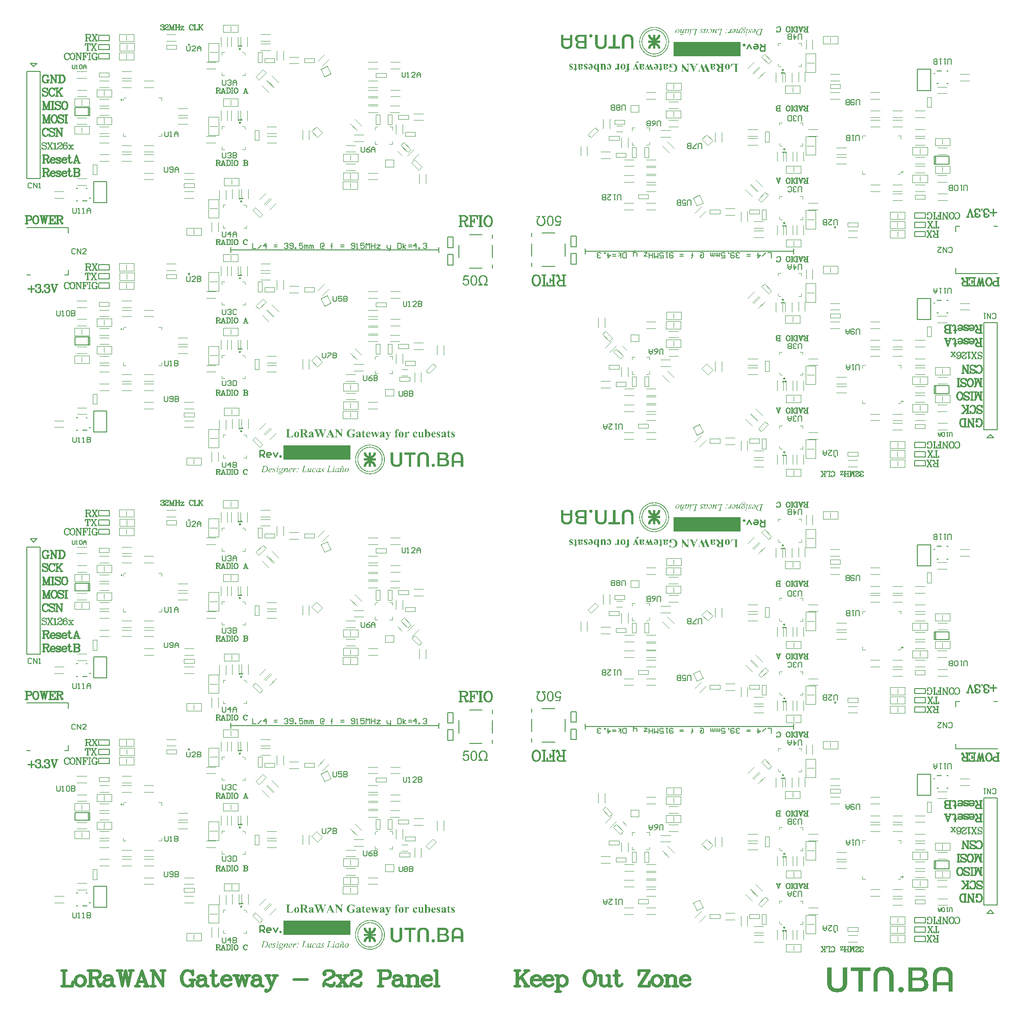
<source format=gto>
G04*
G04 #@! TF.GenerationSoftware,Altium Limited,Altium Designer,22.5.1 (42)*
G04*
G04 Layer_Color=65535*
%FSLAX25Y25*%
%MOIN*%
G70*
G04*
G04 #@! TF.SameCoordinates,51788D37-BDA4-4E50-BAE2-16D2DB3F6F0A*
G04*
G04*
G04 #@! TF.FilePolarity,Positive*
G04*
G01*
G75*
%ADD54C,0.01000*%
%ADD60C,0.00600*%
%ADD76C,0.01968*%
%ADD77C,0.00591*%
%ADD78C,0.00394*%
%ADD79C,0.00400*%
%ADD80C,0.00197*%
%ADD81C,0.00500*%
%ADD82C,0.00472*%
%ADD83C,0.00787*%
%ADD84R,0.50197X0.10827*%
G36*
X576000Y722977D02*
X575869D01*
Y722984D01*
Y722999D01*
Y723028D01*
X575861Y723064D01*
Y723108D01*
X575854Y723159D01*
X575840Y723268D01*
X575810Y723392D01*
X575774Y723516D01*
X575723Y723633D01*
X575694Y723684D01*
X575657Y723728D01*
X575650Y723735D01*
X575621Y723764D01*
X575577Y723793D01*
X575519Y723837D01*
X575438Y723873D01*
X575344Y723910D01*
X575242Y723939D01*
X575118Y723946D01*
X575074D01*
X575023Y723939D01*
X574965Y723924D01*
X574899Y723910D01*
X574833Y723888D01*
X574760Y723851D01*
X574702Y723801D01*
X574695Y723793D01*
X574680Y723771D01*
X574651Y723742D01*
X574622Y723698D01*
X574593Y723647D01*
X574564Y723589D01*
X574549Y723516D01*
X574542Y723443D01*
Y723436D01*
Y723421D01*
Y723392D01*
X574549Y723356D01*
X574564Y723276D01*
X574600Y723181D01*
X574607Y723174D01*
X574622Y723144D01*
X574644Y723093D01*
X574688Y723035D01*
X574739Y722955D01*
X574812Y722853D01*
X574899Y722743D01*
X575008Y722612D01*
Y722605D01*
X575023Y722598D01*
X575059Y722554D01*
X575110Y722488D01*
X575169Y722401D01*
X575242Y722313D01*
X575300Y722219D01*
X575358Y722131D01*
X575402Y722058D01*
Y722051D01*
X575417Y722029D01*
X575431Y721993D01*
X575446Y721942D01*
X575460Y721890D01*
X575475Y721825D01*
X575482Y721759D01*
X575490Y721686D01*
Y721679D01*
Y721672D01*
X575482Y721628D01*
X575475Y721570D01*
X575460Y721489D01*
X575431Y721402D01*
X575387Y721307D01*
X575329Y721212D01*
X575249Y721118D01*
X575234Y721110D01*
X575205Y721081D01*
X575154Y721045D01*
X575081Y721001D01*
X574987Y720957D01*
X574885Y720921D01*
X574760Y720892D01*
X574622Y720885D01*
X574556D01*
X574491Y720892D01*
X574418Y720906D01*
X574411D01*
X574396Y720914D01*
X574374Y720921D01*
X574345Y720928D01*
X574309Y720943D01*
X574258Y720957D01*
X574199Y720979D01*
X574192D01*
X574170Y720987D01*
X574141Y721001D01*
X574097Y721008D01*
X574017Y721038D01*
X573988Y721045D01*
X573930D01*
X573908Y721038D01*
X573871Y721023D01*
X573827Y721008D01*
X573791Y720979D01*
X573747Y720935D01*
X573711Y720885D01*
X573572D01*
X573784Y721949D01*
X573915D01*
Y721942D01*
Y721927D01*
Y721905D01*
X573922Y721876D01*
X573930Y721796D01*
X573951Y721694D01*
X573973Y721584D01*
X574010Y721475D01*
X574061Y721366D01*
X574119Y721278D01*
X574126Y721271D01*
X574148Y721242D01*
X574192Y721205D01*
X574243Y721169D01*
X574301Y721125D01*
X574381Y721096D01*
X574469Y721067D01*
X574564Y721059D01*
X574600D01*
X574637Y721067D01*
X574688Y721074D01*
X574739Y721089D01*
X574797Y721110D01*
X574848Y721140D01*
X574899Y721183D01*
X574906Y721191D01*
X574921Y721205D01*
X574935Y721227D01*
X574957Y721264D01*
X574987Y721307D01*
X575001Y721351D01*
X575016Y721409D01*
X575023Y721468D01*
Y721475D01*
Y721489D01*
Y721511D01*
X575016Y721533D01*
X575001Y721606D01*
X574979Y721686D01*
Y721694D01*
X574965Y721708D01*
X574950Y721730D01*
X574928Y721759D01*
X574899Y721803D01*
X574863Y721854D01*
X574812Y721912D01*
X574753Y721978D01*
X574746Y721985D01*
X574731Y722000D01*
X574710Y722022D01*
X574680Y722058D01*
X574607Y722146D01*
X574513Y722255D01*
X574418Y722372D01*
X574323Y722496D01*
X574243Y722619D01*
X574206Y722671D01*
X574177Y722722D01*
X574170Y722729D01*
X574156Y722765D01*
X574134Y722809D01*
X574104Y722875D01*
X574083Y722948D01*
X574061Y723020D01*
X574046Y723108D01*
X574039Y723188D01*
Y723195D01*
Y723203D01*
X574046Y723246D01*
X574053Y723319D01*
X574075Y723407D01*
X574112Y723502D01*
X574170Y723611D01*
X574243Y723720D01*
X574345Y723830D01*
X574360Y723844D01*
X574396Y723873D01*
X574462Y723917D01*
X574549Y723968D01*
X574658Y724019D01*
X574790Y724063D01*
X574935Y724092D01*
X575096Y724107D01*
X575140D01*
X575191Y724099D01*
X575264Y724092D01*
X575351Y724078D01*
X575446Y724056D01*
X575555Y724026D01*
X575672Y723990D01*
X575679D01*
X575694Y723983D01*
X575737Y723968D01*
X575796Y723954D01*
X575854Y723946D01*
X575876D01*
X575905Y723954D01*
X575942Y723968D01*
X575978Y723983D01*
X576014Y724012D01*
X576051Y724056D01*
X576087Y724107D01*
X576211D01*
X576000Y722977D01*
D02*
G37*
G36*
X539856D02*
X539725D01*
Y722984D01*
Y722999D01*
Y723028D01*
X539717Y723064D01*
Y723108D01*
X539710Y723159D01*
X539696Y723268D01*
X539667Y723392D01*
X539630Y723516D01*
X539579Y723633D01*
X539550Y723684D01*
X539513Y723728D01*
X539506Y723735D01*
X539477Y723764D01*
X539433Y723793D01*
X539375Y723837D01*
X539295Y723873D01*
X539200Y723910D01*
X539098Y723939D01*
X538974Y723946D01*
X538930D01*
X538879Y723939D01*
X538821Y723924D01*
X538755Y723910D01*
X538690Y723888D01*
X538617Y723851D01*
X538558Y723801D01*
X538551Y723793D01*
X538537Y723771D01*
X538507Y723742D01*
X538478Y723698D01*
X538449Y723647D01*
X538420Y723589D01*
X538405Y723516D01*
X538398Y723443D01*
Y723436D01*
Y723421D01*
Y723392D01*
X538405Y723356D01*
X538420Y723276D01*
X538456Y723181D01*
X538464Y723174D01*
X538478Y723144D01*
X538500Y723093D01*
X538544Y723035D01*
X538595Y722955D01*
X538668Y722853D01*
X538755Y722743D01*
X538865Y722612D01*
Y722605D01*
X538879Y722598D01*
X538916Y722554D01*
X538967Y722488D01*
X539025Y722401D01*
X539098Y722313D01*
X539156Y722219D01*
X539215Y722131D01*
X539258Y722058D01*
Y722051D01*
X539273Y722029D01*
X539287Y721993D01*
X539302Y721942D01*
X539317Y721890D01*
X539331Y721825D01*
X539338Y721759D01*
X539346Y721686D01*
Y721679D01*
Y721672D01*
X539338Y721628D01*
X539331Y721570D01*
X539317Y721489D01*
X539287Y721402D01*
X539244Y721307D01*
X539185Y721212D01*
X539105Y721118D01*
X539091Y721110D01*
X539061Y721081D01*
X539010Y721045D01*
X538938Y721001D01*
X538843Y720957D01*
X538741Y720921D01*
X538617Y720892D01*
X538478Y720885D01*
X538413D01*
X538347Y720892D01*
X538274Y720906D01*
X538267D01*
X538252Y720914D01*
X538230Y720921D01*
X538201Y720928D01*
X538165Y720943D01*
X538114Y720957D01*
X538055Y720979D01*
X538048D01*
X538026Y720987D01*
X537997Y721001D01*
X537953Y721008D01*
X537873Y721038D01*
X537844Y721045D01*
X537786D01*
X537764Y721038D01*
X537727Y721023D01*
X537684Y721008D01*
X537647Y720979D01*
X537603Y720935D01*
X537567Y720885D01*
X537428D01*
X537640Y721949D01*
X537771D01*
Y721942D01*
Y721927D01*
Y721905D01*
X537778Y721876D01*
X537786Y721796D01*
X537808Y721694D01*
X537829Y721584D01*
X537866Y721475D01*
X537917Y721366D01*
X537975Y721278D01*
X537983Y721271D01*
X538004Y721242D01*
X538048Y721205D01*
X538099Y721169D01*
X538157Y721125D01*
X538238Y721096D01*
X538325Y721067D01*
X538420Y721059D01*
X538456D01*
X538493Y721067D01*
X538544Y721074D01*
X538595Y721089D01*
X538653Y721110D01*
X538704Y721140D01*
X538755Y721183D01*
X538763Y721191D01*
X538777Y721205D01*
X538792Y721227D01*
X538814Y721264D01*
X538843Y721307D01*
X538857Y721351D01*
X538872Y721409D01*
X538879Y721468D01*
Y721475D01*
Y721489D01*
Y721511D01*
X538872Y721533D01*
X538857Y721606D01*
X538835Y721686D01*
Y721694D01*
X538821Y721708D01*
X538806Y721730D01*
X538784Y721759D01*
X538755Y721803D01*
X538719Y721854D01*
X538668Y721912D01*
X538609Y721978D01*
X538602Y721985D01*
X538588Y722000D01*
X538566Y722022D01*
X538537Y722058D01*
X538464Y722146D01*
X538369Y722255D01*
X538274Y722372D01*
X538179Y722496D01*
X538099Y722619D01*
X538063Y722671D01*
X538033Y722722D01*
X538026Y722729D01*
X538012Y722765D01*
X537990Y722809D01*
X537961Y722875D01*
X537939Y722948D01*
X537917Y723020D01*
X537902Y723108D01*
X537895Y723188D01*
Y723195D01*
Y723203D01*
X537902Y723246D01*
X537910Y723319D01*
X537931Y723407D01*
X537968Y723502D01*
X538026Y723611D01*
X538099Y723720D01*
X538201Y723830D01*
X538216Y723844D01*
X538252Y723873D01*
X538318Y723917D01*
X538405Y723968D01*
X538515Y724019D01*
X538646Y724063D01*
X538792Y724092D01*
X538952Y724107D01*
X538996D01*
X539047Y724099D01*
X539120Y724092D01*
X539207Y724078D01*
X539302Y724056D01*
X539411Y724026D01*
X539528Y723990D01*
X539535D01*
X539550Y723983D01*
X539594Y723968D01*
X539652Y723954D01*
X539710Y723946D01*
X539732D01*
X539761Y723954D01*
X539798Y723968D01*
X539834Y723983D01*
X539871Y724012D01*
X539907Y724056D01*
X539944Y724107D01*
X540067D01*
X539856Y722977D01*
D02*
G37*
G36*
X557658Y724085D02*
X557695Y724078D01*
X557775Y724048D01*
X557811Y724026D01*
X557855Y723990D01*
X557862Y723983D01*
X557870Y723968D01*
X557884Y723954D01*
X557906Y723924D01*
X557942Y723844D01*
X557950Y723801D01*
X557957Y723749D01*
Y723742D01*
Y723728D01*
X557950Y723698D01*
X557942Y723662D01*
X557913Y723582D01*
X557892Y723538D01*
X557855Y723502D01*
X557848Y723494D01*
X557833Y723487D01*
X557811Y723465D01*
X557782Y723443D01*
X557709Y723407D01*
X557658Y723399D01*
X557607Y723392D01*
X557585D01*
X557556Y723399D01*
X557520Y723407D01*
X557483Y723421D01*
X557440Y723436D01*
X557396Y723465D01*
X557359Y723502D01*
X557352Y723509D01*
X557345Y723516D01*
X557330Y723538D01*
X557308Y723567D01*
X557272Y723647D01*
X557265Y723698D01*
X557257Y723749D01*
Y723757D01*
Y723771D01*
X557265Y723801D01*
X557272Y723830D01*
X557286Y723866D01*
X557301Y723910D01*
X557330Y723954D01*
X557367Y723990D01*
X557374Y723997D01*
X557381Y724005D01*
X557403Y724019D01*
X557432Y724041D01*
X557512Y724078D01*
X557556Y724085D01*
X557607Y724092D01*
X557629D01*
X557658Y724085D01*
D02*
G37*
G36*
X542808Y724092D02*
X542874Y724078D01*
X542954Y724056D01*
X543035Y724019D01*
X543115Y723968D01*
X543195Y723903D01*
X543202Y723895D01*
X543224Y723866D01*
X543260Y723815D01*
X543290Y723757D01*
X543326Y723676D01*
X543363Y723574D01*
X543384Y723465D01*
X543392Y723334D01*
Y723327D01*
Y723312D01*
Y723283D01*
X543384Y723239D01*
X543377Y723188D01*
X543370Y723130D01*
X543363Y723064D01*
X543348Y722991D01*
X543304Y722816D01*
X543239Y722627D01*
X543202Y722517D01*
X543151Y722415D01*
X543100Y722299D01*
X543035Y722189D01*
X543027Y722182D01*
X543020Y722160D01*
X542998Y722131D01*
X542969Y722087D01*
X542932Y722036D01*
X542896Y721978D01*
X542787Y721840D01*
X542655Y721686D01*
X542502Y721526D01*
X542327Y721373D01*
X542131Y721227D01*
X542123D01*
X542109Y721212D01*
X542087Y721198D01*
X542058Y721183D01*
X542014Y721162D01*
X541970Y721132D01*
X541861Y721081D01*
X541737Y721030D01*
X541598Y720979D01*
X541460Y720950D01*
X541314Y720935D01*
X541278D01*
X541234Y720943D01*
X541183Y720950D01*
X541059Y720979D01*
X540993Y721001D01*
X540935Y721038D01*
X540928Y721045D01*
X540913Y721059D01*
X540884Y721081D01*
X540847Y721118D01*
X540811Y721162D01*
X540775Y721220D01*
X540738Y721293D01*
X540702Y721373D01*
X540592Y721016D01*
X540053Y720935D01*
X540724Y723290D01*
X540804Y723611D01*
Y723618D01*
Y723633D01*
X540811Y723684D01*
Y723691D01*
Y723713D01*
X540804Y723742D01*
X540789Y723771D01*
X540782Y723779D01*
X540775Y723786D01*
X540760Y723793D01*
X540738Y723801D01*
X540731D01*
X540716Y723793D01*
X540694Y723779D01*
X540658Y723749D01*
X540651Y723742D01*
X540643Y723728D01*
X540622Y723706D01*
X540592Y723662D01*
X540556Y723611D01*
X540512Y723538D01*
X540461Y723451D01*
X540410Y723341D01*
X540286Y723421D01*
Y723429D01*
X540293Y723436D01*
X540323Y723480D01*
X540359Y723538D01*
X540417Y723618D01*
X540476Y723698D01*
X540549Y723786D01*
X540622Y723866D01*
X540702Y723939D01*
X540709Y723946D01*
X540738Y723968D01*
X540775Y723990D01*
X540833Y724019D01*
X540891Y724056D01*
X540957Y724078D01*
X541022Y724099D01*
X541095Y724107D01*
X541117D01*
X541139Y724099D01*
X541168D01*
X541234Y724078D01*
X541292Y724034D01*
X541299Y724019D01*
X541321Y723983D01*
X541351Y723917D01*
X541358Y723822D01*
Y723815D01*
Y723793D01*
X541351Y723749D01*
Y723698D01*
X541343Y723640D01*
X541329Y723560D01*
X541307Y723472D01*
X541285Y723378D01*
X541205Y723123D01*
X541212Y723130D01*
X541226Y723144D01*
X541256Y723181D01*
X541292Y723217D01*
X541336Y723261D01*
X541387Y723319D01*
X541511Y723443D01*
X541649Y723574D01*
X541803Y723713D01*
X541963Y723837D01*
X542043Y723888D01*
X542123Y723939D01*
X542138Y723946D01*
X542174Y723968D01*
X542233Y723990D01*
X542306Y724019D01*
X542400Y724056D01*
X542495Y724078D01*
X542604Y724099D01*
X542714Y724107D01*
X542757D01*
X542808Y724092D01*
D02*
G37*
G36*
X528783D02*
X528848Y724078D01*
X528928Y724056D01*
X529008Y724019D01*
X529089Y723968D01*
X529169Y723903D01*
X529176Y723895D01*
X529198Y723866D01*
X529235Y723815D01*
X529264Y723757D01*
X529300Y723676D01*
X529337Y723574D01*
X529358Y723465D01*
X529366Y723334D01*
Y723327D01*
Y723312D01*
Y723283D01*
X529358Y723239D01*
X529351Y723188D01*
X529344Y723130D01*
X529337Y723064D01*
X529322Y722991D01*
X529278Y722816D01*
X529213Y722627D01*
X529176Y722517D01*
X529125Y722415D01*
X529074Y722299D01*
X529008Y722189D01*
X529001Y722182D01*
X528994Y722160D01*
X528972Y722131D01*
X528943Y722087D01*
X528906Y722036D01*
X528870Y721978D01*
X528761Y721840D01*
X528629Y721686D01*
X528476Y721526D01*
X528301Y721373D01*
X528104Y721227D01*
X528097D01*
X528083Y721212D01*
X528061Y721198D01*
X528032Y721183D01*
X527988Y721162D01*
X527944Y721132D01*
X527835Y721081D01*
X527711Y721030D01*
X527572Y720979D01*
X527434Y720950D01*
X527288Y720935D01*
X527252D01*
X527208Y720943D01*
X527157Y720950D01*
X527033Y720979D01*
X526967Y721001D01*
X526909Y721038D01*
X526902Y721045D01*
X526887Y721059D01*
X526858Y721081D01*
X526822Y721118D01*
X526785Y721162D01*
X526749Y721220D01*
X526712Y721293D01*
X526676Y721373D01*
X526566Y721016D01*
X526027Y720935D01*
X526698Y723290D01*
X526778Y723611D01*
Y723618D01*
Y723633D01*
X526785Y723684D01*
Y723691D01*
Y723713D01*
X526778Y723742D01*
X526763Y723771D01*
X526756Y723779D01*
X526749Y723786D01*
X526734Y723793D01*
X526712Y723801D01*
X526705D01*
X526690Y723793D01*
X526668Y723779D01*
X526632Y723749D01*
X526625Y723742D01*
X526617Y723728D01*
X526595Y723706D01*
X526566Y723662D01*
X526530Y723611D01*
X526486Y723538D01*
X526435Y723451D01*
X526384Y723341D01*
X526260Y723421D01*
Y723429D01*
X526267Y723436D01*
X526297Y723480D01*
X526333Y723538D01*
X526391Y723618D01*
X526450Y723698D01*
X526523Y723786D01*
X526595Y723866D01*
X526676Y723939D01*
X526683Y723946D01*
X526712Y723968D01*
X526749Y723990D01*
X526807Y724019D01*
X526865Y724056D01*
X526931Y724078D01*
X526997Y724099D01*
X527069Y724107D01*
X527091D01*
X527113Y724099D01*
X527142D01*
X527208Y724078D01*
X527266Y724034D01*
X527274Y724019D01*
X527295Y723983D01*
X527324Y723917D01*
X527332Y723822D01*
Y723815D01*
Y723793D01*
X527324Y723749D01*
Y723698D01*
X527317Y723640D01*
X527303Y723560D01*
X527281Y723472D01*
X527259Y723378D01*
X527179Y723123D01*
X527186Y723130D01*
X527201Y723144D01*
X527230Y723181D01*
X527266Y723217D01*
X527310Y723261D01*
X527361Y723319D01*
X527485Y723443D01*
X527623Y723574D01*
X527776Y723713D01*
X527937Y723837D01*
X528017Y723888D01*
X528097Y723939D01*
X528112Y723946D01*
X528148Y723968D01*
X528207Y723990D01*
X528279Y724019D01*
X528374Y724056D01*
X528469Y724078D01*
X528578Y724099D01*
X528688Y724107D01*
X528731D01*
X528783Y724092D01*
D02*
G37*
G36*
X549625Y724099D02*
X549661Y724092D01*
X549712Y724078D01*
X549756Y724063D01*
X549807Y724034D01*
X549851Y723997D01*
X549858Y723990D01*
X549865Y723975D01*
X549887Y723954D01*
X549902Y723924D01*
X549924Y723881D01*
X549945Y723837D01*
X549953Y723779D01*
X549960Y723720D01*
Y723706D01*
Y723669D01*
X549953Y723611D01*
X549938Y723523D01*
X549916Y723414D01*
X549880Y723276D01*
X549836Y723115D01*
X549778Y722926D01*
X549420Y721847D01*
Y721840D01*
X549413Y721832D01*
X549399Y721788D01*
X549377Y721723D01*
X549348Y721643D01*
X549326Y721562D01*
X549304Y721489D01*
X549289Y721417D01*
X549282Y721373D01*
Y721366D01*
X549289Y721344D01*
X549297Y721322D01*
X549318Y721300D01*
X549326Y721293D01*
X549340Y721285D01*
X549369Y721278D01*
X549399Y721271D01*
X549413D01*
X549450Y721278D01*
X549508Y721293D01*
X549574Y721322D01*
X549581D01*
X549588Y721336D01*
X549617Y721358D01*
X549654Y721387D01*
X549705Y721439D01*
X549770Y721504D01*
X549858Y721592D01*
X549960Y721708D01*
X550069Y721628D01*
Y721621D01*
X550055Y721614D01*
X550040Y721592D01*
X550018Y721562D01*
X549960Y721489D01*
X549887Y721402D01*
X549800Y721307D01*
X549697Y721212D01*
X549588Y721118D01*
X549472Y721038D01*
X549457Y721030D01*
X549428Y721016D01*
X549384Y720987D01*
X549326Y720957D01*
X549260Y720935D01*
X549180Y720906D01*
X549107Y720892D01*
X549027Y720885D01*
X549005D01*
X548976Y720892D01*
X548947Y720899D01*
X548874Y720928D01*
X548837Y720950D01*
X548801Y720987D01*
X548794Y720994D01*
X548786Y721001D01*
X548772Y721023D01*
X548750Y721052D01*
X548735Y721089D01*
X548721Y721132D01*
X548713Y721183D01*
X548706Y721242D01*
Y721249D01*
Y721278D01*
X548713Y721322D01*
X548728Y721395D01*
X548742Y721482D01*
X548772Y721592D01*
X548815Y721730D01*
X548867Y721898D01*
X549246Y723006D01*
Y723013D01*
X549253Y723028D01*
X549260Y723050D01*
X549267Y723079D01*
X549297Y723152D01*
X549326Y723246D01*
X549355Y723349D01*
X549384Y723436D01*
X549399Y723523D01*
X549406Y723553D01*
Y723582D01*
Y723589D01*
X549399Y723618D01*
X549384Y723655D01*
X549362Y723691D01*
X549355Y723698D01*
X549333Y723706D01*
X549289Y723720D01*
X549238Y723728D01*
X549216D01*
X549194Y723720D01*
X549158Y723713D01*
X549114Y723698D01*
X549056Y723676D01*
X548998Y723647D01*
X548932Y723611D01*
X548925Y723604D01*
X548896Y723589D01*
X548852Y723553D01*
X548794Y723502D01*
X548721Y723436D01*
X548633Y723349D01*
X548538Y723232D01*
X548422Y723101D01*
X548415Y723093D01*
X548407Y723086D01*
X548393Y723064D01*
X548371Y723035D01*
X548312Y722955D01*
X548232Y722860D01*
X548152Y722751D01*
X548065Y722627D01*
X547977Y722496D01*
X547897Y722364D01*
Y722357D01*
X547890Y722350D01*
X547875Y722328D01*
X547860Y722299D01*
X547839Y722262D01*
X547817Y722211D01*
X547795Y722160D01*
X547766Y722095D01*
X547737Y722022D01*
X547700Y721942D01*
X547664Y721847D01*
X547627Y721752D01*
X547583Y721643D01*
X547547Y721519D01*
X547503Y721395D01*
X547460Y721256D01*
X547379Y720965D01*
X546862D01*
X547496Y723071D01*
Y723079D01*
X547503Y723093D01*
X547510Y723115D01*
X547518Y723144D01*
X547540Y723225D01*
X547562Y723319D01*
X547591Y723421D01*
X547613Y723516D01*
X547627Y723604D01*
X547635Y723633D01*
Y723662D01*
Y723669D01*
Y723691D01*
X547627Y723720D01*
X547620Y723749D01*
X547613D01*
X547605Y723757D01*
X547591Y723764D01*
X547569Y723771D01*
X547562D01*
X547540Y723764D01*
X547510Y723749D01*
X547467Y723728D01*
X547452Y723713D01*
X547438Y723691D01*
X547408Y723655D01*
X547372Y723596D01*
X547328Y723523D01*
X547263Y723421D01*
X547226Y723363D01*
X547190Y723298D01*
X547080Y723378D01*
Y723385D01*
X547088Y723399D01*
X547102Y723414D01*
X547124Y723443D01*
X547168Y723523D01*
X547233Y723611D01*
X547306Y723713D01*
X547394Y723815D01*
X547481Y723910D01*
X547576Y723990D01*
X547583Y723997D01*
X547605Y724005D01*
X547635Y724026D01*
X547678Y724048D01*
X547780Y724085D01*
X547839Y724099D01*
X547897Y724107D01*
X547919D01*
X547963Y724099D01*
X548028Y724078D01*
X548086Y724034D01*
X548101Y724019D01*
X548123Y723983D01*
X548145Y723917D01*
X548159Y723837D01*
Y723830D01*
Y723815D01*
Y723786D01*
X548152Y723757D01*
X548145Y723706D01*
X548138Y723655D01*
X548123Y723596D01*
X548108Y723523D01*
Y723509D01*
X548101Y723494D01*
X548094Y723472D01*
X548086Y723443D01*
X548072Y723407D01*
X548065Y723356D01*
X548043Y723298D01*
X548028Y723232D01*
X547999Y723152D01*
X547977Y723064D01*
X547948Y722962D01*
X547912Y722853D01*
X547875Y722722D01*
X547831Y722583D01*
X547780Y722430D01*
X547788Y722437D01*
X547809Y722474D01*
X547839Y722517D01*
X547882Y722583D01*
X547933Y722663D01*
X547999Y722751D01*
X548065Y722853D01*
X548138Y722955D01*
X548298Y723174D01*
X548473Y723392D01*
X548560Y723494D01*
X548648Y723589D01*
X548728Y723676D01*
X548808Y723749D01*
X548815Y723757D01*
X548823Y723764D01*
X548845Y723779D01*
X548874Y723808D01*
X548954Y723859D01*
X549056Y723924D01*
X549173Y723990D01*
X549297Y724048D01*
X549435Y724092D01*
X549501Y724099D01*
X549566Y724107D01*
X549595D01*
X549625Y724099D01*
D02*
G37*
G36*
X545557D02*
X545601D01*
X545644Y724092D01*
X545754Y724070D01*
X545878Y724041D01*
X546009Y723990D01*
X546133Y723924D01*
X546242Y723830D01*
X546257Y723815D01*
X546286Y723779D01*
X546329Y723720D01*
X546373Y723633D01*
X546424Y723523D01*
X546468Y723399D01*
X546497Y723254D01*
X546512Y723086D01*
Y723079D01*
Y723064D01*
Y723035D01*
X546504Y722991D01*
Y722948D01*
X546497Y722889D01*
X546490Y722824D01*
X546475Y722758D01*
X546439Y722598D01*
X546388Y722423D01*
X546315Y722233D01*
X546220Y722044D01*
X546213Y722036D01*
X546206Y722022D01*
X546191Y721993D01*
X546162Y721956D01*
X546133Y721912D01*
X546096Y721861D01*
X546009Y721745D01*
X545892Y721614D01*
X545761Y721475D01*
X545601Y721336D01*
X545426Y721212D01*
X545418Y721205D01*
X545404Y721198D01*
X545374Y721183D01*
X545338Y721162D01*
X545294Y721140D01*
X545243Y721110D01*
X545112Y721045D01*
X544966Y720987D01*
X544799Y720935D01*
X544624Y720899D01*
X544529Y720885D01*
X544383D01*
X544310Y720892D01*
X544230Y720906D01*
X544142Y720921D01*
X544048Y720950D01*
X543960Y720994D01*
X543880Y721045D01*
X543873Y721052D01*
X543851Y721074D01*
X543822Y721110D01*
X543785Y721154D01*
X543749Y721212D01*
X543720Y721278D01*
X543698Y721351D01*
X543691Y721431D01*
Y721439D01*
Y721468D01*
X543698Y721504D01*
X543705Y721555D01*
X543727Y721614D01*
X543749Y721672D01*
X543785Y721737D01*
X543829Y721796D01*
X543836Y721803D01*
X543844Y721810D01*
X543865Y721832D01*
X543895Y721854D01*
X543968Y721890D01*
X544011Y721905D01*
X544062Y721912D01*
X544077D01*
X544128Y721905D01*
X544186Y721883D01*
X544245Y721847D01*
X544252Y721832D01*
X544274Y721796D01*
X544303Y721745D01*
X544310Y721672D01*
Y721657D01*
Y721635D01*
X544303Y721592D01*
X544288Y721555D01*
X544281Y721548D01*
X544267Y721519D01*
X544230Y721475D01*
X544179Y721417D01*
X544172Y721409D01*
X544164Y721402D01*
X544135Y721373D01*
X544106Y721336D01*
X544084Y721307D01*
X544077Y721300D01*
X544070Y721285D01*
X544062Y721264D01*
Y721234D01*
Y721220D01*
X544070Y721191D01*
X544092Y721154D01*
X544135Y721110D01*
X544142D01*
X544150Y721096D01*
X544172Y721089D01*
X544208Y721074D01*
X544245Y721059D01*
X544296Y721052D01*
X544354Y721038D01*
X544478D01*
X544544Y721052D01*
X544631Y721067D01*
X544733Y721096D01*
X544842Y721140D01*
X544966Y721198D01*
X545090Y721278D01*
X545105Y721293D01*
X545149Y721322D01*
X545207Y721380D01*
X545287Y721453D01*
X545374Y721548D01*
X545469Y721672D01*
X545564Y721803D01*
X545659Y721963D01*
Y721971D01*
X545673Y721985D01*
X545688Y722014D01*
X545703Y722058D01*
X545724Y722102D01*
X545746Y722160D01*
X545776Y722226D01*
X545797Y722299D01*
X545856Y722459D01*
X545899Y722634D01*
X545929Y722831D01*
X545943Y723028D01*
Y723035D01*
Y723042D01*
Y723086D01*
X545936Y723152D01*
X545921Y723232D01*
X545892Y723319D01*
X545863Y723414D01*
X545812Y723509D01*
X545746Y723589D01*
X545739Y723596D01*
X545710Y723618D01*
X545666Y723655D01*
X545601Y723691D01*
X545520Y723728D01*
X545426Y723764D01*
X545316Y723786D01*
X545192Y723793D01*
X545149D01*
X545097Y723786D01*
X545025Y723779D01*
X544952Y723764D01*
X544857Y723735D01*
X544762Y723706D01*
X544667Y723662D01*
X544653Y723655D01*
X544624Y723633D01*
X544565Y723604D01*
X544492Y723553D01*
X544405Y723487D01*
X544310Y723407D01*
X544194Y723305D01*
X544077Y723181D01*
X543975Y723268D01*
X543982Y723276D01*
X543990Y723290D01*
X544011Y723312D01*
X544033Y723341D01*
X544106Y723414D01*
X544201Y723509D01*
X544310Y723618D01*
X544434Y723720D01*
X544565Y723822D01*
X544704Y723910D01*
X544711D01*
X544719Y723917D01*
X544740Y723924D01*
X544769Y723939D01*
X544842Y723975D01*
X544937Y724005D01*
X545054Y724041D01*
X545185Y724078D01*
X545324Y724099D01*
X545477Y724107D01*
X545520D01*
X545557Y724099D01*
D02*
G37*
G36*
X578143D02*
X578187D01*
X578238Y724092D01*
X578347Y724070D01*
X578471Y724026D01*
X578602Y723975D01*
X578719Y723895D01*
X578777Y723851D01*
X578828Y723793D01*
Y723786D01*
X578836Y723779D01*
X578865Y723735D01*
X578909Y723669D01*
X578952Y723582D01*
X579003Y723480D01*
X579040Y723356D01*
X579069Y723225D01*
X579083Y723086D01*
Y723079D01*
Y723064D01*
Y723035D01*
X579076Y722999D01*
Y722948D01*
X579069Y722896D01*
X579054Y722831D01*
X579047Y722758D01*
X579003Y722598D01*
X578952Y722423D01*
X578872Y722226D01*
X578828Y722131D01*
X578770Y722029D01*
X578763Y722022D01*
X578756Y722007D01*
X578734Y721978D01*
X578712Y721942D01*
X578683Y721898D01*
X578646Y721840D01*
X578551Y721723D01*
X578435Y721584D01*
X578296Y721446D01*
X578143Y721315D01*
X577968Y721191D01*
X577961Y721183D01*
X577946Y721176D01*
X577917Y721162D01*
X577881Y721140D01*
X577837Y721118D01*
X577786Y721096D01*
X577728Y721067D01*
X577662Y721038D01*
X577509Y720979D01*
X577341Y720935D01*
X577159Y720899D01*
X576969Y720885D01*
X576911D01*
X576846Y720892D01*
X576758Y720906D01*
X576671Y720921D01*
X576583Y720950D01*
X576496Y720987D01*
X576423Y721038D01*
X576415Y721045D01*
X576394Y721067D01*
X576364Y721096D01*
X576328Y721132D01*
X576299Y721183D01*
X576270Y721249D01*
X576248Y721315D01*
X576240Y721387D01*
Y721402D01*
Y721439D01*
X576255Y721497D01*
X576270Y721562D01*
X576299Y721650D01*
X576342Y721745D01*
X576401Y721840D01*
X576481Y721942D01*
Y721949D01*
X576496Y721956D01*
X576539Y722000D01*
X576612Y722058D01*
X576707Y722138D01*
X576838Y722226D01*
X576991Y722321D01*
X577174Y722408D01*
X577385Y722496D01*
X577392D01*
X577399Y722503D01*
X577429Y722510D01*
X577458Y722517D01*
X577494Y722532D01*
X577545Y722547D01*
X577604Y722561D01*
X577669Y722576D01*
X577742Y722598D01*
X577830Y722612D01*
X577917Y722634D01*
X578019Y722649D01*
X578128Y722663D01*
X578238Y722685D01*
X578362Y722700D01*
X578493Y722714D01*
Y722722D01*
Y722743D01*
X578500Y722773D01*
Y722816D01*
X578508Y722911D01*
X578515Y723006D01*
Y723020D01*
X578508Y723057D01*
X578500Y723115D01*
X578486Y723188D01*
X578464Y723268D01*
X578420Y723356D01*
X578369Y723443D01*
X578296Y723531D01*
X578289Y723538D01*
X578253Y723560D01*
X578209Y723596D01*
X578143Y723633D01*
X578063Y723676D01*
X577975Y723706D01*
X577866Y723735D01*
X577757Y723742D01*
X577713D01*
X577662Y723735D01*
X577596Y723728D01*
X577523Y723720D01*
X577443Y723698D01*
X577356Y723676D01*
X577268Y723640D01*
X577254Y723633D01*
X577225Y723618D01*
X577166Y723589D01*
X577086Y723545D01*
X576991Y723487D01*
X576867Y723407D01*
X576729Y723305D01*
X576561Y723188D01*
X576488Y723290D01*
X576496Y723298D01*
X576525Y723327D01*
X576569Y723363D01*
X576627Y723414D01*
X576700Y723480D01*
X576787Y723545D01*
X576889Y723626D01*
X576991Y723698D01*
X577108Y723771D01*
X577232Y723851D01*
X577363Y723917D01*
X577502Y723975D01*
X577640Y724034D01*
X577779Y724070D01*
X577924Y724099D01*
X578063Y724107D01*
X578114D01*
X578143Y724099D01*
D02*
G37*
G36*
X570306Y725557D02*
X570416Y725550D01*
X570532Y725535D01*
X570664Y725521D01*
X570802Y725492D01*
X570941Y725455D01*
X570948D01*
X570955Y725448D01*
X570999Y725433D01*
X571065Y725412D01*
X571137Y725382D01*
X571218Y725346D01*
X571305Y725295D01*
X571378Y725237D01*
X571444Y725178D01*
X571451Y725171D01*
X571465Y725149D01*
X571495Y725113D01*
X571517Y725069D01*
X571546Y725018D01*
X571575Y724960D01*
X571589Y724894D01*
X571597Y724821D01*
Y724814D01*
Y724792D01*
X571589Y724763D01*
X571582Y724726D01*
X571575Y724683D01*
X571553Y724624D01*
X571531Y724566D01*
X571495Y724508D01*
X571487Y724500D01*
X571480Y724478D01*
X571458Y724449D01*
X571429Y724413D01*
X571356Y724325D01*
X571254Y724245D01*
X571247D01*
X571232Y724231D01*
X571203Y724209D01*
X571152Y724180D01*
X571079Y724143D01*
X570992Y724085D01*
X570933Y724056D01*
X570868Y724019D01*
X570802Y723983D01*
X570722Y723939D01*
X570729Y723932D01*
X570744Y723917D01*
X570773Y723888D01*
X570795Y723859D01*
X570853Y723771D01*
X570868Y723720D01*
X570875Y723662D01*
Y723655D01*
Y723640D01*
X570868Y723611D01*
X570860Y723574D01*
X570846Y723531D01*
X570817Y723480D01*
X570787Y723429D01*
X570744Y723370D01*
X570737Y723363D01*
X570715Y723341D01*
X570678Y723312D01*
X570620Y723268D01*
X570540Y723217D01*
X570445Y723152D01*
X570321Y723086D01*
X570168Y723020D01*
X570182D01*
X570226Y723006D01*
X570299Y722984D01*
X570379Y722955D01*
X570474Y722918D01*
X570576Y722860D01*
X570671Y722794D01*
X570758Y722707D01*
X570766Y722692D01*
X570787Y722663D01*
X570824Y722612D01*
X570860Y722547D01*
X570904Y722466D01*
X570933Y722372D01*
X570962Y722270D01*
X570970Y722160D01*
Y722153D01*
Y722138D01*
Y722109D01*
X570962Y722080D01*
X570955Y722036D01*
X570948Y721985D01*
X570919Y721861D01*
X570868Y721730D01*
X570831Y721657D01*
X570787Y721577D01*
X570737Y721504D01*
X570678Y721424D01*
X570612Y721351D01*
X570540Y721278D01*
X570532Y721271D01*
X570518Y721264D01*
X570496Y721242D01*
X570459Y721220D01*
X570416Y721183D01*
X570365Y721154D01*
X570299Y721118D01*
X570233Y721081D01*
X570153Y721045D01*
X570066Y721008D01*
X569971Y720972D01*
X569869Y720943D01*
X569752Y720921D01*
X569636Y720899D01*
X569512Y720892D01*
X569381Y720885D01*
X569293D01*
X569235Y720892D01*
X569162Y720899D01*
X569096Y720906D01*
X569023Y720921D01*
X568958Y720943D01*
X568950D01*
X568928Y720950D01*
X568899Y720965D01*
X568856Y720979D01*
X568805Y721001D01*
X568746Y721030D01*
X568630Y721103D01*
X567711D01*
X567806Y721460D01*
X568382D01*
Y721468D01*
X568374Y721489D01*
X568360Y721526D01*
X568345Y721577D01*
X568338Y721628D01*
X568324Y721694D01*
X568316Y721818D01*
Y721825D01*
Y721840D01*
Y721861D01*
X568324Y721890D01*
X568331Y721934D01*
X568338Y721978D01*
X568367Y722087D01*
X568411Y722211D01*
X568484Y722350D01*
X568528Y722423D01*
X568579Y722488D01*
X568637Y722561D01*
X568710Y722627D01*
X568717Y722634D01*
X568724Y722641D01*
X568754Y722663D01*
X568783Y722685D01*
X568819Y722707D01*
X568870Y722743D01*
X568928Y722773D01*
X568994Y722809D01*
X569067Y722846D01*
X569147Y722882D01*
X569235Y722911D01*
X569337Y722940D01*
X569439Y722969D01*
X569548Y722991D01*
X569672Y723013D01*
X569796Y723020D01*
X569803D01*
X569811Y723028D01*
X569854Y723042D01*
X569920Y723064D01*
X570000Y723101D01*
X570088Y723137D01*
X570175Y723181D01*
X570263Y723232D01*
X570335Y723290D01*
X570343Y723298D01*
X570365Y723327D01*
X570394Y723363D01*
X570401Y723407D01*
Y723414D01*
X570394Y723443D01*
X570379Y723487D01*
X570343Y723531D01*
X570328Y723538D01*
X570306Y723553D01*
X570277Y723567D01*
X570241Y723582D01*
X570182Y723604D01*
X570117Y723626D01*
X570029Y723647D01*
X569351Y723801D01*
X569344D01*
X569330Y723808D01*
X569300Y723815D01*
X569264Y723822D01*
X569213Y723837D01*
X569162Y723851D01*
X569045Y723888D01*
X568921Y723939D01*
X568805Y723990D01*
X568695Y724048D01*
X568651Y724078D01*
X568615Y724107D01*
X568608Y724114D01*
X568586Y724143D01*
X568557Y724180D01*
X568520Y724231D01*
X568491Y724296D01*
X568462Y724369D01*
X568440Y724449D01*
X568433Y724537D01*
Y724551D01*
Y724588D01*
X568440Y724639D01*
X568462Y724704D01*
X568484Y724785D01*
X568520Y724872D01*
X568571Y724967D01*
X568644Y725054D01*
X568651Y725062D01*
X568681Y725091D01*
X568732Y725135D01*
X568797Y725193D01*
X568885Y725251D01*
X568994Y725310D01*
X569118Y725375D01*
X569264Y725426D01*
X569271D01*
X569278Y725433D01*
X569300Y725441D01*
X569337Y725448D01*
X569373Y725455D01*
X569417Y725470D01*
X569526Y725492D01*
X569658Y725521D01*
X569811Y725543D01*
X569971Y725557D01*
X570153Y725565D01*
X570226D01*
X570306Y725557D01*
D02*
G37*
G36*
X565568Y724099D02*
X565633Y724070D01*
X565663Y724056D01*
X565692Y724026D01*
X565706Y724012D01*
X565728Y723975D01*
X565750Y723910D01*
X565765Y723822D01*
Y723815D01*
Y723793D01*
X565757Y723749D01*
X565750Y723691D01*
X565735Y723611D01*
X565706Y723516D01*
X565677Y723392D01*
X565633Y723254D01*
X565174Y721861D01*
X565167Y721847D01*
X565160Y721818D01*
X565145Y721774D01*
X565131Y721715D01*
X565101Y721584D01*
X565087Y721519D01*
Y721460D01*
Y721446D01*
X565094Y721417D01*
X565109Y721380D01*
X565138Y721344D01*
X565145Y721336D01*
X565167Y721322D01*
X565203Y721307D01*
X565254Y721300D01*
X565276D01*
X565298Y721307D01*
X565327D01*
X565408Y721336D01*
X565458Y721358D01*
X565510Y721387D01*
X565524Y721395D01*
X565561Y721417D01*
X565612Y721453D01*
X565685Y721511D01*
X565772Y721577D01*
X565874Y721664D01*
X565976Y721774D01*
X566093Y721898D01*
Y721905D01*
X566107Y721912D01*
X566122Y721934D01*
X566144Y721963D01*
X566173Y722000D01*
X566202Y722044D01*
X566282Y722146D01*
X566377Y722277D01*
X566486Y722437D01*
X566610Y722612D01*
X566734Y722816D01*
X566742Y722831D01*
X566763Y722867D01*
X566793Y722926D01*
X566836Y723006D01*
X566880Y723101D01*
X566931Y723210D01*
X566982Y723327D01*
X567026Y723458D01*
X567194Y724026D01*
X567704D01*
X567084Y721854D01*
Y721847D01*
X567077Y721840D01*
X567062Y721796D01*
X567048Y721730D01*
X567026Y721650D01*
X567004Y721570D01*
X566982Y721497D01*
X566975Y721431D01*
X566967Y721387D01*
Y721380D01*
Y721373D01*
X566975Y721344D01*
X566997Y721300D01*
X567033Y721256D01*
X567040Y721249D01*
X567070Y721227D01*
X567121Y721205D01*
X567179Y721198D01*
X567215D01*
X567259Y721205D01*
X567325Y721212D01*
X567449Y721227D01*
X567492Y721103D01*
X566290Y720885D01*
X566742Y722474D01*
X566734Y722459D01*
X566712Y722430D01*
X566676Y722379D01*
X566625Y722313D01*
X566567Y722240D01*
X566501Y722146D01*
X566428Y722051D01*
X566348Y721949D01*
X566173Y721730D01*
X565998Y721519D01*
X565910Y721424D01*
X565830Y721336D01*
X565750Y721256D01*
X565677Y721191D01*
X565670Y721183D01*
X565663Y721176D01*
X565641Y721162D01*
X565612Y721140D01*
X565539Y721096D01*
X565451Y721038D01*
X565342Y720979D01*
X565218Y720935D01*
X565094Y720899D01*
X564963Y720885D01*
X564934D01*
X564897Y720892D01*
X564853Y720899D01*
X564802Y720914D01*
X564751Y720943D01*
X564700Y720972D01*
X564657Y721016D01*
X564649Y721023D01*
X564635Y721038D01*
X564620Y721067D01*
X564591Y721103D01*
X564569Y721147D01*
X564555Y721205D01*
X564540Y721271D01*
X564533Y721344D01*
Y721351D01*
Y721380D01*
X564540Y721424D01*
X564547Y721489D01*
X564562Y721570D01*
X564576Y721664D01*
X564606Y721774D01*
X564642Y721898D01*
X565116Y723341D01*
Y723349D01*
X565131Y723385D01*
X565145Y723421D01*
X565160Y723472D01*
X565174Y723531D01*
X565189Y723574D01*
X565196Y723618D01*
X565203Y723647D01*
Y723655D01*
Y723676D01*
X565196Y723698D01*
X565181Y723728D01*
X565174Y723735D01*
X565160Y723742D01*
X565145Y723749D01*
X565123Y723757D01*
X565116D01*
X565101Y723749D01*
X565072Y723735D01*
X565036Y723713D01*
X565028Y723706D01*
X565006Y723684D01*
X564977Y723655D01*
X564934Y723604D01*
X564875Y723545D01*
X564817Y723472D01*
X564751Y723378D01*
X564678Y723276D01*
X564569Y723341D01*
Y723349D01*
X564584Y723363D01*
X564598Y723385D01*
X564620Y723414D01*
X564686Y723494D01*
X564759Y723589D01*
X564846Y723698D01*
X564948Y723801D01*
X565050Y723903D01*
X565152Y723983D01*
X565160Y723990D01*
X565189Y724005D01*
X565225Y724019D01*
X565269Y724041D01*
X565386Y724085D01*
X565444Y724099D01*
X565502Y724107D01*
X565524D01*
X565568Y724099D01*
D02*
G37*
G36*
X563133D02*
X563177D01*
X563228Y724092D01*
X563337Y724070D01*
X563461Y724026D01*
X563592Y723975D01*
X563709Y723895D01*
X563767Y723851D01*
X563818Y723793D01*
Y723786D01*
X563826Y723779D01*
X563855Y723735D01*
X563898Y723669D01*
X563942Y723582D01*
X563993Y723480D01*
X564030Y723356D01*
X564059Y723225D01*
X564073Y723086D01*
Y723079D01*
Y723064D01*
Y723035D01*
X564066Y722999D01*
Y722948D01*
X564059Y722896D01*
X564044Y722831D01*
X564037Y722758D01*
X563993Y722598D01*
X563942Y722423D01*
X563862Y722226D01*
X563818Y722131D01*
X563760Y722029D01*
X563753Y722022D01*
X563745Y722007D01*
X563724Y721978D01*
X563702Y721942D01*
X563672Y721898D01*
X563636Y721840D01*
X563541Y721723D01*
X563425Y721584D01*
X563286Y721446D01*
X563133Y721315D01*
X562958Y721191D01*
X562951Y721183D01*
X562936Y721176D01*
X562907Y721162D01*
X562871Y721140D01*
X562827Y721118D01*
X562776Y721096D01*
X562717Y721067D01*
X562652Y721038D01*
X562499Y720979D01*
X562331Y720935D01*
X562149Y720899D01*
X561959Y720885D01*
X561901D01*
X561835Y720892D01*
X561748Y720906D01*
X561660Y720921D01*
X561573Y720950D01*
X561485Y720987D01*
X561413Y721038D01*
X561405Y721045D01*
X561383Y721067D01*
X561354Y721096D01*
X561318Y721132D01*
X561289Y721183D01*
X561260Y721249D01*
X561238Y721315D01*
X561230Y721387D01*
Y721402D01*
Y721439D01*
X561245Y721497D01*
X561260Y721562D01*
X561289Y721650D01*
X561332Y721745D01*
X561391Y721840D01*
X561471Y721942D01*
Y721949D01*
X561485Y721956D01*
X561529Y722000D01*
X561602Y722058D01*
X561697Y722138D01*
X561828Y722226D01*
X561981Y722321D01*
X562163Y722408D01*
X562375Y722496D01*
X562382D01*
X562389Y722503D01*
X562419Y722510D01*
X562448Y722517D01*
X562484Y722532D01*
X562535Y722547D01*
X562594Y722561D01*
X562659Y722576D01*
X562732Y722598D01*
X562819Y722612D01*
X562907Y722634D01*
X563009Y722649D01*
X563118Y722663D01*
X563228Y722685D01*
X563352Y722700D01*
X563483Y722714D01*
Y722722D01*
Y722743D01*
X563490Y722773D01*
Y722816D01*
X563497Y722911D01*
X563505Y723006D01*
Y723020D01*
X563497Y723057D01*
X563490Y723115D01*
X563476Y723188D01*
X563454Y723268D01*
X563410Y723356D01*
X563359Y723443D01*
X563286Y723531D01*
X563279Y723538D01*
X563242Y723560D01*
X563199Y723596D01*
X563133Y723633D01*
X563053Y723676D01*
X562965Y723706D01*
X562856Y723735D01*
X562747Y723742D01*
X562703D01*
X562652Y723735D01*
X562586Y723728D01*
X562513Y723720D01*
X562433Y723698D01*
X562346Y723676D01*
X562258Y723640D01*
X562244Y723633D01*
X562215Y723618D01*
X562156Y723589D01*
X562076Y723545D01*
X561981Y723487D01*
X561857Y723407D01*
X561719Y723305D01*
X561551Y723188D01*
X561478Y723290D01*
X561485Y723298D01*
X561515Y723327D01*
X561558Y723363D01*
X561617Y723414D01*
X561690Y723480D01*
X561777Y723545D01*
X561879Y723626D01*
X561981Y723698D01*
X562098Y723771D01*
X562222Y723851D01*
X562353Y723917D01*
X562492Y723975D01*
X562630Y724034D01*
X562769Y724070D01*
X562914Y724099D01*
X563053Y724107D01*
X563104D01*
X563133Y724099D01*
D02*
G37*
G36*
X560377Y721876D02*
Y721869D01*
X560370Y721861D01*
X560356Y721810D01*
X560341Y721745D01*
X560319Y721664D01*
X560297Y721577D01*
X560275Y721489D01*
X560268Y721402D01*
X560261Y721336D01*
Y721329D01*
X560268Y721300D01*
X560283Y721271D01*
X560312Y721234D01*
X560326Y721227D01*
X560363Y721205D01*
X560414Y721183D01*
X560487Y721176D01*
X560545D01*
X560581Y721183D01*
X560625Y721191D01*
X560676Y721198D01*
X560735Y721205D01*
X560793Y721081D01*
X559597Y720885D01*
X560086Y722576D01*
X560078Y722561D01*
X560057Y722532D01*
X560028Y722474D01*
X559984Y722408D01*
X559925Y722321D01*
X559867Y722226D01*
X559794Y722117D01*
X559714Y722007D01*
X559546Y721767D01*
X559357Y721526D01*
X559262Y721409D01*
X559160Y721307D01*
X559065Y721212D01*
X558970Y721125D01*
X558956Y721118D01*
X558919Y721089D01*
X558868Y721052D01*
X558803Y721001D01*
X558730Y720957D01*
X558657Y720921D01*
X558584Y720892D01*
X558511Y720885D01*
X558489D01*
X558446Y720892D01*
X558387Y720914D01*
X558329Y720957D01*
X558314Y720972D01*
X558292Y721008D01*
X558271Y721067D01*
X558256Y721154D01*
Y721162D01*
Y721191D01*
X558263Y721234D01*
X558271Y721293D01*
X558285Y721358D01*
X558307Y721431D01*
X558336Y721511D01*
X558380Y721592D01*
Y721599D01*
X558394Y721614D01*
X558416Y721643D01*
X558438Y721664D01*
X558475Y721694D01*
X558518Y721723D01*
X558562Y721737D01*
X558621Y721745D01*
X558635D01*
X558664Y721737D01*
X558715Y721723D01*
X558759Y721694D01*
X558766Y721686D01*
X558788Y721657D01*
X558810Y721606D01*
X558825Y721533D01*
Y721526D01*
X558832Y721497D01*
X558839Y721468D01*
X558854Y721446D01*
X558861Y721439D01*
X558876Y721431D01*
X558897Y721424D01*
X558927Y721417D01*
X558963D01*
X559000Y721431D01*
X559036Y721446D01*
X559043D01*
X559051Y721460D01*
X559072Y721475D01*
X559102Y721497D01*
X559138Y721533D01*
X559189Y721584D01*
X559240Y721643D01*
X559306Y721715D01*
Y721723D01*
X559320Y721730D01*
X559335Y721752D01*
X559357Y721774D01*
X559415Y721854D01*
X559495Y721956D01*
X559590Y722080D01*
X559692Y722233D01*
X559809Y722408D01*
X559933Y722598D01*
X559940Y722605D01*
X559955Y722641D01*
X559984Y722685D01*
X560020Y722751D01*
X560057Y722824D01*
X560100Y722911D01*
X560137Y723013D01*
X560181Y723115D01*
Y723123D01*
X560188Y723130D01*
X560202Y723181D01*
X560224Y723246D01*
X560253Y723327D01*
X560283Y723407D01*
X560312Y723487D01*
X560334Y723553D01*
X560341Y723574D01*
X560348Y723596D01*
X560465Y724026D01*
X560990D01*
X560377Y721876D01*
D02*
G37*
G36*
X556915Y721584D02*
X556951Y721577D01*
X557031Y721548D01*
X557068Y721526D01*
X557111Y721489D01*
X557119Y721482D01*
X557126Y721468D01*
X557141Y721446D01*
X557163Y721417D01*
X557199Y721344D01*
X557206Y721293D01*
X557213Y721242D01*
Y721234D01*
Y721220D01*
X557206Y721191D01*
X557199Y721154D01*
X557170Y721074D01*
X557148Y721030D01*
X557111Y720994D01*
X557104Y720987D01*
X557090Y720979D01*
X557068Y720957D01*
X557039Y720935D01*
X556966Y720899D01*
X556915Y720892D01*
X556864Y720885D01*
X556842D01*
X556813Y720892D01*
X556776Y720899D01*
X556740Y720914D01*
X556696Y720928D01*
X556652Y720957D01*
X556616Y720994D01*
X556608Y721001D01*
X556601Y721008D01*
X556579Y721030D01*
X556557Y721059D01*
X556521Y721140D01*
X556514Y721191D01*
X556506Y721242D01*
Y721249D01*
Y721264D01*
X556514Y721293D01*
X556521Y721329D01*
X556535Y721366D01*
X556550Y721409D01*
X556579Y721446D01*
X556616Y721489D01*
X556623Y721497D01*
X556630Y721504D01*
X556652Y721519D01*
X556681Y721541D01*
X556762Y721577D01*
X556813Y721584D01*
X556864Y721592D01*
X556885D01*
X556915Y721584D01*
D02*
G37*
G36*
X523694Y724099D02*
X523760Y724070D01*
X523789Y724056D01*
X523818Y724026D01*
X523833Y724012D01*
X523854Y723975D01*
X523876Y723910D01*
X523891Y723822D01*
Y723815D01*
Y723793D01*
X523884Y723749D01*
X523876Y723691D01*
X523862Y723611D01*
X523833Y723516D01*
X523803Y723392D01*
X523760Y723254D01*
X523300Y721861D01*
X523293Y721847D01*
X523286Y721818D01*
X523271Y721774D01*
X523257Y721715D01*
X523228Y721584D01*
X523213Y721519D01*
Y721460D01*
Y721446D01*
X523220Y721417D01*
X523235Y721380D01*
X523264Y721344D01*
X523271Y721336D01*
X523293Y721322D01*
X523330Y721307D01*
X523381Y721300D01*
X523403D01*
X523424Y721307D01*
X523454D01*
X523534Y721336D01*
X523585Y721358D01*
X523636Y721387D01*
X523650Y721395D01*
X523687Y721417D01*
X523738Y721453D01*
X523811Y721511D01*
X523898Y721577D01*
X524000Y721664D01*
X524102Y721774D01*
X524219Y721898D01*
Y721905D01*
X524234Y721912D01*
X524248Y721934D01*
X524270Y721963D01*
X524299Y722000D01*
X524328Y722044D01*
X524408Y722146D01*
X524503Y722277D01*
X524613Y722437D01*
X524737Y722612D01*
X524860Y722816D01*
X524868Y722831D01*
X524890Y722867D01*
X524919Y722926D01*
X524963Y723006D01*
X525006Y723101D01*
X525057Y723210D01*
X525108Y723327D01*
X525152Y723458D01*
X525320Y724026D01*
X525830D01*
X525210Y721854D01*
Y721847D01*
X525203Y721840D01*
X525188Y721796D01*
X525174Y721730D01*
X525152Y721650D01*
X525130Y721570D01*
X525108Y721497D01*
X525101Y721431D01*
X525094Y721387D01*
Y721380D01*
Y721373D01*
X525101Y721344D01*
X525123Y721300D01*
X525159Y721256D01*
X525167Y721249D01*
X525196Y721227D01*
X525247Y721205D01*
X525305Y721198D01*
X525342D01*
X525385Y721205D01*
X525451Y721212D01*
X525575Y721227D01*
X525619Y721103D01*
X524416Y720885D01*
X524868Y722474D01*
X524860Y722459D01*
X524839Y722430D01*
X524802Y722379D01*
X524751Y722313D01*
X524693Y722240D01*
X524627Y722146D01*
X524554Y722051D01*
X524474Y721949D01*
X524299Y721730D01*
X524124Y721519D01*
X524037Y721424D01*
X523956Y721336D01*
X523876Y721256D01*
X523803Y721191D01*
X523796Y721183D01*
X523789Y721176D01*
X523767Y721162D01*
X523738Y721140D01*
X523665Y721096D01*
X523577Y721038D01*
X523468Y720979D01*
X523344Y720935D01*
X523220Y720899D01*
X523089Y720885D01*
X523060D01*
X523023Y720892D01*
X522980Y720899D01*
X522929Y720914D01*
X522878Y720943D01*
X522827Y720972D01*
X522783Y721016D01*
X522776Y721023D01*
X522761Y721038D01*
X522746Y721067D01*
X522717Y721103D01*
X522695Y721147D01*
X522681Y721205D01*
X522666Y721271D01*
X522659Y721344D01*
Y721351D01*
Y721380D01*
X522666Y721424D01*
X522674Y721489D01*
X522688Y721570D01*
X522703Y721664D01*
X522732Y721774D01*
X522768Y721898D01*
X523242Y723341D01*
Y723349D01*
X523257Y723385D01*
X523271Y723421D01*
X523286Y723472D01*
X523300Y723531D01*
X523315Y723574D01*
X523322Y723618D01*
X523330Y723647D01*
Y723655D01*
Y723676D01*
X523322Y723698D01*
X523308Y723728D01*
X523300Y723735D01*
X523286Y723742D01*
X523271Y723749D01*
X523249Y723757D01*
X523242D01*
X523228Y723749D01*
X523198Y723735D01*
X523162Y723713D01*
X523155Y723706D01*
X523133Y723684D01*
X523104Y723655D01*
X523060Y723604D01*
X523001Y723545D01*
X522943Y723472D01*
X522878Y723378D01*
X522805Y723276D01*
X522695Y723341D01*
Y723349D01*
X522710Y723363D01*
X522724Y723385D01*
X522746Y723414D01*
X522812Y723494D01*
X522885Y723589D01*
X522972Y723698D01*
X523074Y723801D01*
X523176Y723903D01*
X523279Y723983D01*
X523286Y723990D01*
X523315Y724005D01*
X523351Y724019D01*
X523395Y724041D01*
X523512Y724085D01*
X523570Y724099D01*
X523629Y724107D01*
X523650D01*
X523694Y724099D01*
D02*
G37*
G36*
X521223D02*
X521259D01*
X521310Y724092D01*
X521420Y724070D01*
X521536Y724034D01*
X521667Y723983D01*
X521799Y723910D01*
X521915Y723808D01*
X521930Y723793D01*
X521959Y723749D01*
X522010Y723684D01*
X522061Y723596D01*
X522119Y723480D01*
X522170Y723349D01*
X522200Y723195D01*
X522214Y723020D01*
Y723013D01*
Y722999D01*
Y722969D01*
X522207Y722933D01*
Y722889D01*
X522200Y722831D01*
X522192Y722773D01*
X522178Y722700D01*
X522141Y722547D01*
X522090Y722372D01*
X522017Y722189D01*
X521923Y722000D01*
Y721993D01*
X521908Y721978D01*
X521894Y721949D01*
X521872Y721912D01*
X521842Y721869D01*
X521806Y721818D01*
X521719Y721701D01*
X521602Y721570D01*
X521471Y721439D01*
X521318Y721307D01*
X521143Y721183D01*
X521135D01*
X521121Y721169D01*
X521092Y721154D01*
X521055Y721140D01*
X521011Y721110D01*
X520960Y721089D01*
X520836Y721030D01*
X520691Y720979D01*
X520530Y720928D01*
X520363Y720899D01*
X520188Y720885D01*
X520144D01*
X520107Y720892D01*
X520027Y720899D01*
X519918Y720921D01*
X519801Y720957D01*
X519677Y721016D01*
X519546Y721089D01*
X519429Y721191D01*
X519415Y721205D01*
X519386Y721242D01*
X519335Y721307D01*
X519276Y721402D01*
X519225Y721511D01*
X519174Y721643D01*
X519145Y721796D01*
X519131Y721971D01*
Y721978D01*
Y721993D01*
Y722022D01*
X519138Y722058D01*
Y722109D01*
X519145Y722160D01*
X519152Y722226D01*
X519167Y722299D01*
X519196Y722452D01*
X519247Y722627D01*
X519313Y722816D01*
X519408Y723006D01*
Y723013D01*
X519422Y723028D01*
X519437Y723057D01*
X519459Y723093D01*
X519488Y723130D01*
X519524Y723181D01*
X519604Y723298D01*
X519721Y723429D01*
X519852Y723560D01*
X520005Y723691D01*
X520180Y723815D01*
X520188D01*
X520202Y723830D01*
X520231Y723844D01*
X520268Y723859D01*
X520311Y723881D01*
X520363Y723910D01*
X520486Y723961D01*
X520632Y724012D01*
X520793Y724063D01*
X520968Y724092D01*
X521143Y724107D01*
X521186D01*
X521223Y724099D01*
D02*
G37*
G36*
X572756D02*
X572785D01*
X572858Y724070D01*
X572894Y724056D01*
X572931Y724026D01*
Y724019D01*
X572945Y724012D01*
X572974Y723968D01*
X573004Y723903D01*
X573011Y723859D01*
X573018Y723815D01*
Y723808D01*
Y723793D01*
X573011Y723757D01*
X573004Y723713D01*
X572996Y723655D01*
X572974Y723574D01*
X572953Y723487D01*
X572924Y723385D01*
X572442Y721818D01*
Y721810D01*
X572435Y721803D01*
X572428Y721759D01*
X572406Y721694D01*
X572384Y721614D01*
X572369Y721533D01*
X572347Y721460D01*
X572340Y721387D01*
X572333Y721344D01*
Y721329D01*
X572340Y721300D01*
X572355Y721264D01*
X572391Y721220D01*
X572399Y721212D01*
X572428Y721191D01*
X572472Y721176D01*
X572537Y721169D01*
X572574D01*
X572603Y721176D01*
X572646D01*
X572697Y721183D01*
X572770Y721191D01*
X572851Y721205D01*
Y721067D01*
X571648Y720870D01*
X572377Y723334D01*
Y723341D01*
X572391Y723370D01*
X572399Y723414D01*
X572413Y723465D01*
X572428Y723516D01*
X572435Y723567D01*
X572450Y723604D01*
Y723633D01*
Y723640D01*
X572442Y723662D01*
X572435Y723691D01*
X572420Y723720D01*
X572413Y723728D01*
X572399Y723735D01*
X572377Y723742D01*
X572347Y723749D01*
X572340D01*
X572318Y723742D01*
X572282Y723728D01*
X572231Y723698D01*
X572224Y723691D01*
X572202Y723669D01*
X572165Y723633D01*
X572114Y723589D01*
X572063Y723523D01*
X571998Y723451D01*
X571932Y723363D01*
X571866Y723261D01*
X571742Y723341D01*
Y723349D01*
X571750Y723356D01*
X571779Y723399D01*
X571830Y723465D01*
X571896Y723545D01*
X571969Y723640D01*
X572063Y723742D01*
X572165Y723837D01*
X572275Y723932D01*
X572282Y723939D01*
X572311Y723961D01*
X572355Y723990D01*
X572413Y724019D01*
X572479Y724048D01*
X572552Y724078D01*
X572632Y724099D01*
X572712Y724107D01*
X572734D01*
X572756Y724099D01*
D02*
G37*
G36*
X530882D02*
X530911D01*
X530984Y724070D01*
X531020Y724056D01*
X531057Y724026D01*
Y724019D01*
X531072Y724012D01*
X531101Y723968D01*
X531130Y723903D01*
X531137Y723859D01*
X531145Y723815D01*
Y723808D01*
Y723793D01*
X531137Y723757D01*
X531130Y723713D01*
X531123Y723655D01*
X531101Y723574D01*
X531079Y723487D01*
X531050Y723385D01*
X530569Y721818D01*
Y721810D01*
X530561Y721803D01*
X530554Y721759D01*
X530532Y721694D01*
X530510Y721614D01*
X530496Y721533D01*
X530474Y721460D01*
X530467Y721387D01*
X530459Y721344D01*
Y721329D01*
X530467Y721300D01*
X530481Y721264D01*
X530517Y721220D01*
X530525Y721212D01*
X530554Y721191D01*
X530598Y721176D01*
X530663Y721169D01*
X530700D01*
X530729Y721176D01*
X530773D01*
X530824Y721183D01*
X530897Y721191D01*
X530977Y721205D01*
Y721067D01*
X529774Y720870D01*
X530503Y723334D01*
Y723341D01*
X530517Y723370D01*
X530525Y723414D01*
X530539Y723465D01*
X530554Y723516D01*
X530561Y723567D01*
X530576Y723604D01*
Y723633D01*
Y723640D01*
X530569Y723662D01*
X530561Y723691D01*
X530547Y723720D01*
X530539Y723728D01*
X530525Y723735D01*
X530503Y723742D01*
X530474Y723749D01*
X530467D01*
X530445Y723742D01*
X530408Y723728D01*
X530357Y723698D01*
X530350Y723691D01*
X530328Y723669D01*
X530292Y723633D01*
X530240Y723589D01*
X530190Y723523D01*
X530124Y723451D01*
X530058Y723363D01*
X529993Y723261D01*
X529869Y723341D01*
Y723349D01*
X529876Y723356D01*
X529905Y723399D01*
X529956Y723465D01*
X530022Y723545D01*
X530095Y723640D01*
X530190Y723742D01*
X530292Y723837D01*
X530401Y723932D01*
X530408Y723939D01*
X530437Y723961D01*
X530481Y723990D01*
X530539Y724019D01*
X530605Y724048D01*
X530678Y724078D01*
X530758Y724099D01*
X530838Y724107D01*
X530860D01*
X530882Y724099D01*
D02*
G37*
G36*
X571844Y720177D02*
X571874Y720170D01*
X571954Y720141D01*
X571998Y720119D01*
X572034Y720083D01*
X572041Y720075D01*
X572049Y720061D01*
X572063Y720046D01*
X572085Y720017D01*
X572122Y719937D01*
X572129Y719893D01*
X572136Y719842D01*
Y719835D01*
Y719820D01*
X572129Y719791D01*
X572122Y719755D01*
X572092Y719674D01*
X572071Y719631D01*
X572041Y719594D01*
X572034Y719587D01*
X572019Y719580D01*
X571998Y719565D01*
X571969Y719543D01*
X571896Y719507D01*
X571844Y719499D01*
X571794Y719492D01*
X571772D01*
X571742Y719499D01*
X571706Y719507D01*
X571626Y719536D01*
X571582Y719558D01*
X571546Y719594D01*
X571538Y719601D01*
X571531Y719609D01*
X571517Y719631D01*
X571495Y719660D01*
X571458Y719740D01*
X571451Y719791D01*
X571444Y719842D01*
Y719849D01*
Y719864D01*
X571451Y719893D01*
X571458Y719922D01*
X571473Y719959D01*
X571487Y720002D01*
X571517Y720046D01*
X571553Y720083D01*
X571560Y720090D01*
X571567Y720097D01*
X571589Y720112D01*
X571619Y720134D01*
X571699Y720170D01*
X571742Y720177D01*
X571794Y720185D01*
X571815D01*
X571844Y720177D01*
D02*
G37*
G36*
X529971D02*
X530000Y720170D01*
X530080Y720141D01*
X530124Y720119D01*
X530160Y720083D01*
X530168Y720075D01*
X530175Y720061D01*
X530190Y720046D01*
X530211Y720017D01*
X530248Y719937D01*
X530255Y719893D01*
X530262Y719842D01*
Y719835D01*
Y719820D01*
X530255Y719791D01*
X530248Y719755D01*
X530219Y719674D01*
X530197Y719631D01*
X530168Y719594D01*
X530160Y719587D01*
X530146Y719580D01*
X530124Y719565D01*
X530095Y719543D01*
X530022Y719507D01*
X529971Y719499D01*
X529920Y719492D01*
X529898D01*
X529869Y719499D01*
X529832Y719507D01*
X529752Y719536D01*
X529708Y719558D01*
X529672Y719594D01*
X529665Y719601D01*
X529657Y719609D01*
X529643Y719631D01*
X529621Y719660D01*
X529584Y719740D01*
X529577Y719791D01*
X529570Y719842D01*
Y719849D01*
Y719864D01*
X529577Y719893D01*
X529584Y719922D01*
X529599Y719959D01*
X529614Y720002D01*
X529643Y720046D01*
X529679Y720083D01*
X529686Y720090D01*
X529694Y720097D01*
X529716Y720112D01*
X529745Y720134D01*
X529825Y720170D01*
X529869Y720177D01*
X529920Y720185D01*
X529942D01*
X529971Y720177D01*
D02*
G37*
G36*
X523490Y720389D02*
X523563Y720374D01*
X523650Y720352D01*
X523752Y720316D01*
X523862Y720265D01*
X523986Y720192D01*
X524000Y720185D01*
X524037Y720155D01*
X524095Y720126D01*
X524161Y720083D01*
X524226Y720039D01*
X524299Y719995D01*
X524350Y719966D01*
X524394Y719944D01*
X524401Y719937D01*
X524430Y719930D01*
X524474Y719922D01*
X524532Y719915D01*
X524554D01*
X524576Y719922D01*
X524605Y719930D01*
X524671Y719951D01*
X524707Y719980D01*
X524737Y720010D01*
Y720017D01*
X524751Y720031D01*
X524766Y720053D01*
X524780Y720090D01*
X524802Y720148D01*
X524824Y720214D01*
X524846Y720294D01*
X524860Y720396D01*
X524970D01*
Y720389D01*
Y720374D01*
Y720352D01*
X524963Y720316D01*
X524955Y720228D01*
X524933Y720126D01*
X524911Y720010D01*
X524875Y719893D01*
X524824Y719784D01*
X524766Y719696D01*
X524758Y719689D01*
X524729Y719660D01*
X524693Y719631D01*
X524642Y719587D01*
X524576Y719550D01*
X524503Y719514D01*
X524416Y719492D01*
X524321Y719485D01*
X524277D01*
X524219Y719499D01*
X524146Y719514D01*
X524059Y719543D01*
X523949Y719587D01*
X523833Y719653D01*
X523701Y719733D01*
X523694D01*
X523687Y719740D01*
X523643Y719769D01*
X523577Y719806D01*
X523497Y719849D01*
X523410Y719900D01*
X523330Y719937D01*
X523249Y719966D01*
X523191Y719973D01*
X523169D01*
X523147Y719966D01*
X523126Y719959D01*
X523060Y719937D01*
X523023Y719915D01*
X522994Y719886D01*
X522987Y719878D01*
X522980Y719864D01*
X522958Y719835D01*
X522936Y719791D01*
X522914Y719740D01*
X522892Y719667D01*
X522870Y719587D01*
X522856Y719492D01*
X522754D01*
Y719499D01*
Y719514D01*
Y719536D01*
Y719565D01*
X522761Y719645D01*
X522776Y719740D01*
X522797Y719849D01*
X522834Y719966D01*
X522878Y720075D01*
X522943Y720170D01*
X522951Y720177D01*
X522980Y720206D01*
X523016Y720243D01*
X523074Y720287D01*
X523140Y720330D01*
X523220Y720367D01*
X523300Y720396D01*
X523395Y720403D01*
X523439D01*
X523490Y720389D01*
D02*
G37*
G36*
X584602Y723903D02*
X584515D01*
X584456Y723895D01*
X584332Y723881D01*
X584281Y723873D01*
X584237Y723859D01*
X584230D01*
X584216Y723844D01*
X584187Y723837D01*
X584157Y723815D01*
X584092Y723764D01*
X584033Y723698D01*
X584026Y723691D01*
X584019Y723669D01*
X583997Y723626D01*
X583968Y723567D01*
X583931Y723487D01*
X583895Y723385D01*
X583851Y723261D01*
X583807Y723108D01*
X582991Y720258D01*
Y720250D01*
X582984Y720243D01*
X582976Y720199D01*
X582962Y720141D01*
X582940Y720061D01*
X582918Y719973D01*
X582903Y719886D01*
X582896Y719806D01*
X582889Y719725D01*
Y719718D01*
Y719703D01*
X582896Y719682D01*
X582903Y719653D01*
X582925Y719587D01*
X582955Y719550D01*
X582984Y719521D01*
X582991Y719514D01*
X582998Y719507D01*
X583027Y719492D01*
X583057Y719478D01*
X583108Y719463D01*
X583166Y719456D01*
X583246Y719441D01*
X583414D01*
X583370Y719317D01*
X581708D01*
X581628Y719324D01*
X581533Y719332D01*
X581431Y719339D01*
X581329Y719346D01*
X581096Y719375D01*
X580862Y719412D01*
X580746Y719441D01*
X580636Y719470D01*
X580542Y719507D01*
X580447Y719543D01*
X580440D01*
X580425Y719550D01*
X580403Y719565D01*
X580367Y719587D01*
X580286Y719638D01*
X580177Y719711D01*
X580060Y719806D01*
X579936Y719930D01*
X579812Y720068D01*
X579703Y720236D01*
Y720243D01*
X579689Y720258D01*
X579674Y720279D01*
X579659Y720316D01*
X579638Y720360D01*
X579616Y720411D01*
X579594Y720469D01*
X579565Y720535D01*
X579514Y720688D01*
X579470Y720855D01*
X579441Y721038D01*
X579426Y721234D01*
Y721242D01*
Y721256D01*
Y721278D01*
Y721315D01*
X579433Y721358D01*
Y721402D01*
X579448Y721519D01*
X579463Y721657D01*
X579492Y721810D01*
X579535Y721971D01*
X579587Y722138D01*
Y722146D01*
X579594Y722160D01*
X579601Y722182D01*
X579616Y722211D01*
X579645Y722291D01*
X579689Y722386D01*
X579747Y722496D01*
X579805Y722612D01*
X579878Y722729D01*
X579951Y722831D01*
X579958Y722846D01*
X579987Y722875D01*
X580038Y722933D01*
X580104Y722999D01*
X580184Y723086D01*
X580294Y723188D01*
X580418Y723298D01*
X580563Y723414D01*
X580571D01*
X580585Y723429D01*
X580607Y723443D01*
X580636Y723465D01*
X580673Y723494D01*
X580717Y723523D01*
X580826Y723589D01*
X580957Y723662D01*
X581110Y723742D01*
X581278Y723815D01*
X581453Y723881D01*
X581460D01*
X581475Y723888D01*
X581504Y723895D01*
X581540Y723903D01*
X581584Y723917D01*
X581642Y723924D01*
X581708Y723939D01*
X581781Y723954D01*
X581868Y723968D01*
X581956Y723983D01*
X582058Y723990D01*
X582160Y724005D01*
X582393Y724019D01*
X582656Y724026D01*
X584646D01*
X584602Y723903D01*
D02*
G37*
G36*
X554400D02*
X554312D01*
X554254Y723895D01*
X554130Y723881D01*
X554079Y723873D01*
X554035Y723859D01*
X554028D01*
X554013Y723844D01*
X553984Y723837D01*
X553955Y723815D01*
X553882Y723764D01*
X553853Y723735D01*
X553824Y723698D01*
X553816Y723691D01*
X553802Y723669D01*
X553780Y723626D01*
X553751Y723567D01*
X553722Y723487D01*
X553678Y723385D01*
X553634Y723261D01*
X553590Y723115D01*
X552767Y720250D01*
Y720243D01*
X552759Y720236D01*
X552752Y720192D01*
X552737Y720126D01*
X552716Y720053D01*
X552694Y719966D01*
X552679Y719878D01*
X552672Y719798D01*
X552665Y719725D01*
Y719718D01*
Y719703D01*
X552672Y719682D01*
X552679Y719653D01*
X552701Y719587D01*
X552730Y719550D01*
X552759Y719521D01*
X552767D01*
X552781Y719507D01*
X552803Y719499D01*
X552840Y719485D01*
X552890Y719470D01*
X552949Y719463D01*
X553029Y719448D01*
X553182D01*
X553211Y719441D01*
X553175Y719317D01*
X551258D01*
X551287Y719441D01*
X551396D01*
X551462Y719448D01*
X551615Y719470D01*
X551688Y719485D01*
X551746Y719507D01*
X551753D01*
X551768Y719521D01*
X551790Y719536D01*
X551826Y719558D01*
X551899Y719623D01*
X551972Y719711D01*
Y719718D01*
X551987Y719733D01*
X552001Y719769D01*
X552016Y719820D01*
X552045Y719893D01*
X552067Y719944D01*
X552081Y720002D01*
X552103Y720061D01*
X552125Y720134D01*
X552147Y720214D01*
X552176Y720301D01*
X553007Y723188D01*
X553015Y723203D01*
X553022Y723232D01*
X553036Y723283D01*
X553051Y723341D01*
X553087Y723472D01*
X553095Y723531D01*
X553102Y723582D01*
Y723596D01*
X553087Y723633D01*
X553058Y723676D01*
X553036Y723706D01*
X553007Y723728D01*
X552993Y723735D01*
X552978Y723742D01*
X552949Y723749D01*
X552912Y723757D01*
X552869Y723764D01*
X552810Y723771D01*
X552191D01*
X552147Y723764D01*
X552096D01*
X551979Y723757D01*
X551855Y723742D01*
X551724Y723720D01*
X551593Y723691D01*
X551476Y723647D01*
X551469Y723640D01*
X551440Y723633D01*
X551396Y723611D01*
X551345Y723582D01*
X551279Y723538D01*
X551214Y723494D01*
X551148Y723436D01*
X551075Y723370D01*
X551068Y723363D01*
X551053Y723349D01*
X551032Y723319D01*
X550995Y723268D01*
X550951Y723195D01*
X550893Y723108D01*
X550820Y722991D01*
X550776Y722926D01*
X550733Y722853D01*
X550638Y722692D01*
X550514D01*
X550973Y724026D01*
X554451D01*
X554400Y723903D01*
D02*
G37*
G36*
X535635D02*
X535548D01*
X535489Y723895D01*
X535365Y723881D01*
X535314Y723873D01*
X535271Y723859D01*
X535263D01*
X535249Y723844D01*
X535220Y723837D01*
X535190Y723815D01*
X535117Y723764D01*
X535088Y723735D01*
X535059Y723698D01*
X535052Y723691D01*
X535037Y723669D01*
X535015Y723626D01*
X534986Y723567D01*
X534957Y723487D01*
X534913Y723385D01*
X534870Y723261D01*
X534826Y723115D01*
X534002Y720250D01*
Y720243D01*
X533995Y720236D01*
X533988Y720192D01*
X533973Y720126D01*
X533951Y720053D01*
X533929Y719966D01*
X533915Y719878D01*
X533907Y719798D01*
X533900Y719725D01*
Y719718D01*
Y719703D01*
X533907Y719682D01*
X533915Y719653D01*
X533937Y719587D01*
X533966Y719550D01*
X533995Y719521D01*
X534002D01*
X534017Y719507D01*
X534039Y719499D01*
X534075Y719485D01*
X534126Y719470D01*
X534184Y719463D01*
X534265Y719448D01*
X534418D01*
X534447Y719441D01*
X534410Y719317D01*
X532493D01*
X532522Y719441D01*
X532632D01*
X532697Y719448D01*
X532850Y719470D01*
X532923Y719485D01*
X532981Y719507D01*
X532989D01*
X533003Y719521D01*
X533025Y719536D01*
X533062Y719558D01*
X533135Y719623D01*
X533208Y719711D01*
Y719718D01*
X533222Y719733D01*
X533237Y719769D01*
X533251Y719820D01*
X533280Y719893D01*
X533302Y719944D01*
X533317Y720002D01*
X533339Y720061D01*
X533361Y720134D01*
X533383Y720214D01*
X533412Y720301D01*
X534243Y723188D01*
X534250Y723203D01*
X534257Y723232D01*
X534272Y723283D01*
X534286Y723341D01*
X534323Y723472D01*
X534330Y723531D01*
X534338Y723582D01*
Y723596D01*
X534323Y723633D01*
X534294Y723676D01*
X534272Y723706D01*
X534243Y723728D01*
X534228Y723735D01*
X534214Y723742D01*
X534184Y723749D01*
X534148Y723757D01*
X534104Y723764D01*
X534046Y723771D01*
X533426D01*
X533383Y723764D01*
X533331D01*
X533215Y723757D01*
X533091Y723742D01*
X532960Y723720D01*
X532829Y723691D01*
X532712Y723647D01*
X532704Y723640D01*
X532675Y723633D01*
X532632Y723611D01*
X532581Y723582D01*
X532515Y723538D01*
X532449Y723494D01*
X532384Y723436D01*
X532311Y723370D01*
X532304Y723363D01*
X532289Y723349D01*
X532267Y723319D01*
X532231Y723268D01*
X532187Y723195D01*
X532129Y723108D01*
X532056Y722991D01*
X532012Y722926D01*
X531968Y722853D01*
X531874Y722692D01*
X531749D01*
X532209Y724026D01*
X535686D01*
X535635Y723903D01*
D02*
G37*
G36*
X456170Y720082D02*
X456372D01*
Y720042D01*
X456494D01*
Y720002D01*
X456575D01*
Y719961D01*
X456656D01*
Y719920D01*
X456696D01*
Y719880D01*
X456737D01*
Y719840D01*
X456817D01*
Y719799D01*
X456858D01*
Y719759D01*
X456898D01*
Y719678D01*
X456939D01*
Y719637D01*
X456979D01*
Y719556D01*
X457020D01*
Y719475D01*
X457060D01*
Y719394D01*
X457101D01*
Y719273D01*
X457141D01*
Y718585D01*
X457101D01*
Y718504D01*
X457060D01*
Y718423D01*
X457020D01*
Y718301D01*
X456979D01*
Y718261D01*
X456939D01*
Y718221D01*
X456898D01*
Y718140D01*
X456858D01*
Y718099D01*
X456817D01*
Y718059D01*
X456777D01*
Y718018D01*
X456696D01*
Y717978D01*
X456656D01*
Y717937D01*
X456615D01*
Y717897D01*
X456534D01*
Y717856D01*
X456453D01*
Y717816D01*
X456332D01*
Y717775D01*
X456048D01*
Y717735D01*
X455927D01*
Y717775D01*
X455644D01*
Y717816D01*
X455522D01*
Y717856D01*
X455441D01*
Y717897D01*
X455360D01*
Y717937D01*
X455320D01*
Y717978D01*
X455279D01*
Y718018D01*
X455198D01*
Y718059D01*
X455158D01*
Y718099D01*
X455117D01*
Y718140D01*
X455077D01*
Y718180D01*
X455036D01*
Y718261D01*
X454996D01*
Y718301D01*
X454955D01*
Y718382D01*
X454915D01*
Y718463D01*
X454875D01*
Y718585D01*
X454834D01*
Y718706D01*
X454794D01*
Y719151D01*
X454834D01*
Y719313D01*
X454875D01*
Y719435D01*
X454915D01*
Y719475D01*
Y719516D01*
X454955D01*
Y719556D01*
X454996D01*
Y719637D01*
X455036D01*
Y719678D01*
X455077D01*
Y719718D01*
X455117D01*
Y719759D01*
X455158D01*
Y719799D01*
X455198D01*
Y719840D01*
X455239D01*
Y719880D01*
X455279D01*
Y719920D01*
X455360D01*
Y719961D01*
X455441D01*
Y720002D01*
X455522D01*
Y720042D01*
X455644D01*
Y720082D01*
X455805D01*
Y720123D01*
X456170D01*
Y720082D01*
D02*
G37*
G36*
X442246Y712594D02*
X442206D01*
Y712311D01*
X442165D01*
Y712028D01*
X442125D01*
Y711906D01*
X442084D01*
Y711704D01*
X442044D01*
Y711583D01*
X442003D01*
Y711461D01*
X441963D01*
Y711380D01*
X441922D01*
Y711259D01*
X441882D01*
Y711178D01*
X441841D01*
Y711097D01*
X441801D01*
Y711056D01*
Y711016D01*
X441760D01*
Y710935D01*
X441720D01*
Y710854D01*
X441679D01*
Y710773D01*
X441639D01*
Y710733D01*
X441599D01*
Y710652D01*
X441558D01*
Y710611D01*
X441518D01*
Y710571D01*
X441477D01*
Y710490D01*
X441437D01*
Y710449D01*
X441396D01*
Y710409D01*
X441356D01*
Y710368D01*
X441315D01*
Y710328D01*
X441275D01*
Y710287D01*
X441234D01*
Y710206D01*
X441153D01*
Y710166D01*
X441113D01*
Y710125D01*
X441072D01*
Y710085D01*
X441032D01*
Y710044D01*
X440991D01*
Y710004D01*
X440951D01*
Y709964D01*
X440870D01*
Y709923D01*
X440830D01*
Y709882D01*
X440789D01*
Y709842D01*
X440708D01*
Y709802D01*
X440668D01*
Y709761D01*
X440587D01*
Y709721D01*
X440506D01*
Y709680D01*
X440425D01*
Y709640D01*
X440384D01*
Y709599D01*
X440303D01*
Y709559D01*
X440222D01*
Y709518D01*
X440141D01*
Y709478D01*
X440020D01*
Y709437D01*
X439898D01*
Y709397D01*
X439818D01*
Y709356D01*
X439696D01*
Y709316D01*
X439534D01*
Y709275D01*
X439372D01*
Y709235D01*
X439170D01*
Y709194D01*
X438927D01*
Y709154D01*
X438684D01*
Y709114D01*
X437146D01*
Y709154D01*
X436944D01*
Y709194D01*
X436741D01*
Y709235D01*
X436499D01*
Y709275D01*
X436377D01*
Y709316D01*
X436215D01*
Y709356D01*
X436094D01*
Y709397D01*
X436013D01*
Y709437D01*
X435891D01*
Y709478D01*
X435770D01*
Y709518D01*
X435689D01*
Y709559D01*
X435608D01*
Y709599D01*
X435527D01*
Y709640D01*
X435446D01*
Y709680D01*
X435365D01*
Y709721D01*
X435284D01*
Y709761D01*
X435244D01*
Y709802D01*
X435203D01*
Y709842D01*
X435122D01*
Y709882D01*
X435082D01*
Y709923D01*
X435042D01*
Y709964D01*
X434961D01*
Y710004D01*
X434920D01*
Y710044D01*
X434880D01*
Y710085D01*
X434799D01*
Y710125D01*
X434758D01*
Y710166D01*
X434718D01*
Y710206D01*
X434677D01*
Y710247D01*
X434637D01*
Y710287D01*
X434596D01*
Y710328D01*
X434556D01*
Y710409D01*
X434515D01*
Y710449D01*
X434475D01*
Y710490D01*
X434434D01*
Y710530D01*
X434394D01*
Y710611D01*
X434353D01*
Y710652D01*
X434313D01*
Y710733D01*
X434272D01*
Y710773D01*
X434232D01*
Y710854D01*
X434192D01*
Y710894D01*
X434151D01*
Y710975D01*
X434110D01*
Y711097D01*
X434070D01*
Y711137D01*
X434030D01*
Y711218D01*
X433989D01*
Y711340D01*
X433949D01*
Y711421D01*
X433908D01*
Y711542D01*
X433868D01*
Y711704D01*
X433827D01*
Y711785D01*
X433787D01*
Y712028D01*
X433746D01*
Y712190D01*
X433706D01*
Y712513D01*
X433665D01*
Y719840D01*
X435446D01*
Y717087D01*
X435487D01*
Y717047D01*
X440425D01*
Y717087D01*
X440465D01*
Y719840D01*
X442246D01*
Y712594D01*
D02*
G37*
G36*
X467827Y712513D02*
X467786D01*
Y712190D01*
X467746D01*
Y712028D01*
X467705D01*
Y711825D01*
X467665D01*
Y711663D01*
X467624D01*
Y711542D01*
X467584D01*
Y711421D01*
X467544D01*
Y711299D01*
X467503D01*
Y711259D01*
X467462D01*
Y711137D01*
X467422D01*
Y711056D01*
X467382D01*
Y710975D01*
X467341D01*
Y710894D01*
X467301D01*
Y710854D01*
X467260D01*
Y710773D01*
X467220D01*
Y710692D01*
X467179D01*
Y710652D01*
X467139D01*
Y710611D01*
X467098D01*
Y710530D01*
X467058D01*
Y710490D01*
X467017D01*
Y710449D01*
X466977D01*
Y710368D01*
X466936D01*
Y710328D01*
X466896D01*
Y710287D01*
X466855D01*
Y710247D01*
X466815D01*
Y710206D01*
X466775D01*
Y710166D01*
X466734D01*
Y710125D01*
X466693D01*
Y710085D01*
X466653D01*
Y710044D01*
X466572D01*
Y710004D01*
X466532D01*
Y709964D01*
X466491D01*
Y709923D01*
X466451D01*
Y709882D01*
X466370D01*
Y709842D01*
X466329D01*
Y709802D01*
X466248D01*
Y709761D01*
X466208D01*
Y709721D01*
X466127D01*
Y709680D01*
X466046D01*
Y709640D01*
X466005D01*
Y709599D01*
X465925D01*
Y709559D01*
X465843D01*
Y709518D01*
X465763D01*
Y709478D01*
X465641D01*
Y709437D01*
X465560D01*
Y709397D01*
X465439D01*
Y709356D01*
X465317D01*
Y709316D01*
X465196D01*
Y709275D01*
X465034D01*
Y709235D01*
X464832D01*
Y709194D01*
X464710D01*
Y709154D01*
X464427D01*
Y709114D01*
X464022D01*
Y709073D01*
X463051D01*
Y709114D01*
X462605D01*
Y709154D01*
X462322D01*
Y709194D01*
X462201D01*
Y709235D01*
X461998D01*
Y709275D01*
X461836D01*
Y709316D01*
X461756D01*
Y709356D01*
X461594D01*
Y709397D01*
X461472D01*
Y709437D01*
X461391D01*
Y709478D01*
X461310D01*
Y709518D01*
X461189D01*
Y709559D01*
X461148D01*
Y709599D01*
X461027D01*
Y709640D01*
X460986D01*
Y709680D01*
X460906D01*
Y709721D01*
X460824D01*
Y709761D01*
X460784D01*
Y709802D01*
X460703D01*
Y709842D01*
X460663D01*
Y709882D01*
X460582D01*
Y709923D01*
X460541D01*
Y709964D01*
X460501D01*
Y710004D01*
X460460D01*
Y710044D01*
X460420D01*
Y710085D01*
X460339D01*
Y710166D01*
X460258D01*
Y710247D01*
X460217D01*
Y710287D01*
X460177D01*
Y710328D01*
X460136D01*
Y710368D01*
X460096D01*
Y710409D01*
X460055D01*
Y710449D01*
X460015D01*
Y710490D01*
X459974D01*
Y710530D01*
X459934D01*
Y710611D01*
X459894D01*
Y710652D01*
X459853D01*
Y710733D01*
X459813D01*
Y710773D01*
X459772D01*
Y710854D01*
X459732D01*
Y710935D01*
X459691D01*
Y711016D01*
X459651D01*
Y711056D01*
X459610D01*
Y711178D01*
X459570D01*
Y711259D01*
X459529D01*
Y711340D01*
X459489D01*
Y711461D01*
X459448D01*
Y711583D01*
X459408D01*
Y711663D01*
X459367D01*
Y711866D01*
X459327D01*
Y712028D01*
X459286D01*
Y712230D01*
X459246D01*
Y712554D01*
X459205D01*
Y719840D01*
X461067D01*
Y712837D01*
X461108D01*
Y712473D01*
X461148D01*
Y712271D01*
X461189D01*
Y712149D01*
X461229D01*
Y711987D01*
X461270D01*
Y711906D01*
X461310D01*
Y711785D01*
X461351D01*
Y711704D01*
X461391D01*
Y711623D01*
X461432D01*
Y711583D01*
X461472D01*
Y711502D01*
X461513D01*
Y711461D01*
X461553D01*
Y711380D01*
X461594D01*
Y711340D01*
X461634D01*
Y711299D01*
X461674D01*
Y711259D01*
X461715D01*
Y711218D01*
X461756D01*
Y711178D01*
X461796D01*
Y711137D01*
X461877D01*
Y711097D01*
X461917D01*
Y711056D01*
X461998D01*
Y711016D01*
X462039D01*
Y710975D01*
X462120D01*
Y710935D01*
X462201D01*
Y710894D01*
X462322D01*
Y710854D01*
X462403D01*
Y710814D01*
X462525D01*
Y710773D01*
X462727D01*
Y710733D01*
X462929D01*
Y710692D01*
X463334D01*
Y710652D01*
X463698D01*
Y710692D01*
X464103D01*
Y710733D01*
X464305D01*
Y710773D01*
X464508D01*
Y710814D01*
X464629D01*
Y710854D01*
X464751D01*
Y710894D01*
X464832D01*
Y710935D01*
X464913D01*
Y710975D01*
X464993D01*
Y711016D01*
X465074D01*
Y711056D01*
X465115D01*
Y711097D01*
X465155D01*
Y711137D01*
X465236D01*
Y711178D01*
X465277D01*
Y711218D01*
X465317D01*
Y711259D01*
X465358D01*
Y711299D01*
X465398D01*
Y711340D01*
X465439D01*
Y711380D01*
X465479D01*
Y711421D01*
X465520D01*
Y711502D01*
X465560D01*
Y711583D01*
X465601D01*
Y711623D01*
X465641D01*
Y711704D01*
X465682D01*
Y711785D01*
X465722D01*
Y711866D01*
X465763D01*
Y711987D01*
X465803D01*
Y712109D01*
X465843D01*
Y712230D01*
X465884D01*
Y712432D01*
X465925D01*
Y712716D01*
X465965D01*
Y713404D01*
X466005D01*
Y719840D01*
X467827D01*
Y712513D01*
D02*
G37*
G36*
X474263Y719799D02*
X474303D01*
Y710935D01*
X474343D01*
Y710894D01*
X477622D01*
Y710854D01*
X477662D01*
Y709356D01*
X477622D01*
Y709316D01*
X469122D01*
Y710894D01*
X472441D01*
Y718463D01*
Y718504D01*
Y719759D01*
X472481D01*
Y719799D01*
X472522D01*
Y719840D01*
X474263D01*
Y719799D01*
D02*
G37*
G36*
X452851Y715225D02*
Y715185D01*
Y709316D01*
X447670D01*
Y709356D01*
X446982D01*
Y709397D01*
X446820D01*
Y709437D01*
X446618D01*
Y709478D01*
X446415D01*
Y709518D01*
X446334D01*
Y709559D01*
X446213D01*
Y709599D01*
X446091D01*
Y709640D01*
X446010D01*
Y709680D01*
X445929D01*
Y709721D01*
X445849D01*
Y709761D01*
X445767D01*
Y709802D01*
X445687D01*
Y709842D01*
X445646D01*
Y709882D01*
X445606D01*
Y709923D01*
X445525D01*
Y709964D01*
X445484D01*
Y710004D01*
X445444D01*
Y710044D01*
X445363D01*
Y710125D01*
X445322D01*
Y710166D01*
X445282D01*
Y710206D01*
X445241D01*
Y710247D01*
X445201D01*
Y710287D01*
X445160D01*
Y710328D01*
X445120D01*
Y710368D01*
X445079D01*
Y710449D01*
X445039D01*
Y710490D01*
X444999D01*
Y710571D01*
X444958D01*
Y710652D01*
X444917D01*
Y710733D01*
X444877D01*
Y710854D01*
X444837D01*
Y710935D01*
X444796D01*
Y711056D01*
X444756D01*
Y711178D01*
X444715D01*
Y711421D01*
X444675D01*
Y712392D01*
X444715D01*
Y712594D01*
X444756D01*
Y712716D01*
X444796D01*
Y712837D01*
X444837D01*
Y712918D01*
X444877D01*
Y712999D01*
X444917D01*
Y713121D01*
X444958D01*
Y713161D01*
X444999D01*
Y713242D01*
X445039D01*
Y713282D01*
X445079D01*
Y713364D01*
X445120D01*
Y713404D01*
X445160D01*
Y713444D01*
X445201D01*
Y713485D01*
X445241D01*
Y713525D01*
X445282D01*
Y713566D01*
X445322D01*
Y713606D01*
X445363D01*
Y713647D01*
X445403D01*
Y713687D01*
X445444D01*
Y713728D01*
X445484D01*
Y713768D01*
X445525D01*
Y713809D01*
X445606D01*
Y713849D01*
X445646D01*
Y713890D01*
X445727D01*
Y713930D01*
X445767D01*
Y713971D01*
X445849D01*
Y714011D01*
X445929D01*
Y714051D01*
X445970D01*
Y714092D01*
X446091D01*
Y714132D01*
X446132D01*
Y714214D01*
X446051D01*
Y714254D01*
X445889D01*
Y714294D01*
X445767D01*
Y714335D01*
X445687D01*
Y714375D01*
X445565D01*
Y714416D01*
X445484D01*
Y714456D01*
X445403D01*
Y714497D01*
X445322D01*
Y714537D01*
X445282D01*
Y714578D01*
X445201D01*
Y714618D01*
X445160D01*
Y714659D01*
X445120D01*
Y714699D01*
X445079D01*
Y714740D01*
X444999D01*
Y714780D01*
X444958D01*
Y714821D01*
X444917D01*
Y714861D01*
X444877D01*
Y714901D01*
X444837D01*
Y714942D01*
X444796D01*
Y714983D01*
X444756D01*
Y715063D01*
X444715D01*
Y715104D01*
X444675D01*
Y715185D01*
X444634D01*
Y715225D01*
X444594D01*
Y715266D01*
X444553D01*
Y715387D01*
X444513D01*
Y715428D01*
X444472D01*
Y715509D01*
X444432D01*
Y715630D01*
X444391D01*
Y715711D01*
X444351D01*
Y715833D01*
X444310D01*
Y716035D01*
X444270D01*
Y716156D01*
X444230D01*
Y716480D01*
X444189D01*
Y717290D01*
X444230D01*
Y717573D01*
X444270D01*
Y717694D01*
X444310D01*
Y717856D01*
X444351D01*
Y717978D01*
X444391D01*
Y718059D01*
X444432D01*
Y718140D01*
X444472D01*
Y718221D01*
X444513D01*
Y718301D01*
X444553D01*
Y718382D01*
X444594D01*
Y718423D01*
X444634D01*
Y718504D01*
X444675D01*
Y718544D01*
X444715D01*
Y718585D01*
X444756D01*
Y718666D01*
X444796D01*
Y718706D01*
X444837D01*
Y718747D01*
X444877D01*
Y718787D01*
X444917D01*
Y718828D01*
X444958D01*
Y718868D01*
X444999D01*
Y718909D01*
X445039D01*
Y718949D01*
X445079D01*
Y718990D01*
X445160D01*
Y719030D01*
X445201D01*
Y719070D01*
X445241D01*
Y719111D01*
X445322D01*
Y719151D01*
X445363D01*
Y719192D01*
X445403D01*
Y719232D01*
X445484D01*
Y719273D01*
X445565D01*
Y719313D01*
X445646D01*
Y719354D01*
X445727D01*
Y719394D01*
X445808D01*
Y719435D01*
X445889D01*
Y719475D01*
X446051D01*
Y719516D01*
X446132D01*
Y719556D01*
X446253D01*
Y719597D01*
X446415D01*
Y719637D01*
X446577D01*
Y719678D01*
X446739D01*
Y719718D01*
X447063D01*
Y719759D01*
X447346D01*
Y719799D01*
X452851D01*
Y715225D01*
D02*
G37*
G36*
X483977Y720042D02*
X484381D01*
Y720002D01*
X484624D01*
Y719961D01*
X484827D01*
Y719920D01*
X485029D01*
Y719880D01*
X485150D01*
Y719840D01*
X485272D01*
Y719799D01*
X485393D01*
Y719759D01*
X485515D01*
Y719718D01*
X485596D01*
Y719678D01*
X485717D01*
Y719637D01*
X485758D01*
Y719597D01*
X485879D01*
Y719556D01*
X485960D01*
Y719516D01*
X486000D01*
Y719475D01*
X486081D01*
Y719435D01*
X486162D01*
Y719394D01*
X486203D01*
Y719354D01*
X486284D01*
Y719313D01*
X486324D01*
Y719273D01*
X486365D01*
Y719232D01*
X486446D01*
Y719192D01*
X486486D01*
Y719151D01*
X486527D01*
Y719111D01*
X486567D01*
Y719070D01*
X486608D01*
Y719030D01*
X486689D01*
Y718990D01*
X486729D01*
Y718949D01*
X486769D01*
Y718909D01*
X486810D01*
Y718828D01*
X486850D01*
Y718787D01*
X486891D01*
Y718747D01*
X486931D01*
Y718706D01*
X486972D01*
Y718666D01*
X487012D01*
Y718585D01*
X487053D01*
Y718544D01*
X487093D01*
Y718504D01*
X487134D01*
Y718423D01*
X487174D01*
Y718382D01*
X487215D01*
Y718301D01*
X487255D01*
Y718221D01*
X487296D01*
Y718180D01*
X487336D01*
Y718099D01*
X487377D01*
Y717978D01*
X487417D01*
Y717897D01*
X487458D01*
Y717816D01*
X487498D01*
Y717694D01*
X487538D01*
Y717613D01*
X487579D01*
Y717451D01*
X487619D01*
Y717290D01*
X487660D01*
Y717128D01*
X487700D01*
Y716885D01*
X487741D01*
Y716561D01*
X487781D01*
Y709316D01*
X486041D01*
Y709275D01*
X486000D01*
Y709316D01*
X485960D01*
Y715752D01*
X485920D01*
Y716399D01*
X485879D01*
Y716682D01*
X485839D01*
Y716885D01*
X485798D01*
Y717047D01*
X485758D01*
Y717128D01*
X485717D01*
Y717290D01*
X485677D01*
Y717371D01*
X485636D01*
Y717451D01*
X485596D01*
Y717532D01*
X485555D01*
Y717573D01*
X485515D01*
Y717654D01*
X485474D01*
Y717694D01*
X485434D01*
Y717775D01*
X485393D01*
Y717816D01*
X485353D01*
Y717856D01*
X485312D01*
Y717897D01*
X485272D01*
Y717937D01*
X485231D01*
Y717978D01*
X485191D01*
Y718018D01*
X485110D01*
Y718059D01*
X485070D01*
Y718099D01*
X484989D01*
Y718140D01*
X484948D01*
Y718180D01*
X484867D01*
Y718221D01*
X484786D01*
Y718261D01*
X484705D01*
Y718301D01*
X484584D01*
Y718342D01*
X484462D01*
Y718382D01*
X484301D01*
Y718423D01*
X484058D01*
Y718463D01*
X483693D01*
Y718504D01*
X483248D01*
Y718463D01*
X482884D01*
Y718423D01*
X482641D01*
Y718382D01*
X482479D01*
Y718342D01*
X482358D01*
Y718301D01*
X482236D01*
Y718261D01*
X482155D01*
Y718221D01*
X482074D01*
Y718180D01*
X481993D01*
Y718140D01*
X481912D01*
Y718099D01*
X481872D01*
Y718059D01*
X481831D01*
Y718018D01*
X481750D01*
Y717978D01*
X481710D01*
Y717937D01*
X481670D01*
Y717897D01*
X481629D01*
Y717856D01*
X481589D01*
Y717816D01*
X481548D01*
Y717775D01*
X481508D01*
Y717694D01*
X481467D01*
Y717654D01*
X481427D01*
Y717613D01*
X481386D01*
Y717532D01*
X481346D01*
Y717451D01*
X481305D01*
Y717411D01*
X481265D01*
Y717290D01*
X481224D01*
Y717168D01*
X481184D01*
Y717087D01*
X481143D01*
Y716885D01*
X481103D01*
Y716763D01*
X481062D01*
Y716480D01*
X481022D01*
Y709356D01*
X480981D01*
Y709316D01*
X479241D01*
Y709275D01*
X479201D01*
Y709316D01*
X479160D01*
Y716723D01*
X479201D01*
Y716925D01*
X479241D01*
Y717168D01*
X479282D01*
Y717371D01*
X479322D01*
Y717492D01*
X479362D01*
Y717613D01*
X479403D01*
Y717735D01*
X479443D01*
Y717816D01*
X479484D01*
Y717937D01*
X479524D01*
Y718018D01*
X479565D01*
Y718099D01*
X479605D01*
Y718180D01*
X479646D01*
Y718261D01*
X479686D01*
Y718301D01*
X479727D01*
Y718382D01*
X479767D01*
Y718463D01*
X479808D01*
Y718504D01*
X479848D01*
Y718585D01*
X479889D01*
Y718625D01*
X479929D01*
Y718666D01*
X479970D01*
Y718706D01*
X480010D01*
Y718787D01*
X480051D01*
Y718828D01*
X480091D01*
Y718868D01*
X480131D01*
Y718909D01*
X480172D01*
Y718949D01*
X480212D01*
Y718990D01*
X480253D01*
Y719030D01*
X480293D01*
Y719070D01*
X480334D01*
Y719111D01*
X480415D01*
Y719151D01*
X480455D01*
Y719192D01*
X480496D01*
Y719232D01*
X480536D01*
Y719273D01*
X480617D01*
Y719313D01*
X480658D01*
Y719354D01*
X480739D01*
Y719394D01*
X480779D01*
Y719435D01*
X480860D01*
Y719475D01*
X480941D01*
Y719516D01*
X480981D01*
Y719556D01*
X481062D01*
Y719597D01*
X481143D01*
Y719637D01*
X481224D01*
Y719678D01*
X481346D01*
Y719718D01*
X481427D01*
Y719759D01*
X481508D01*
Y719799D01*
X481670D01*
Y719840D01*
X481791D01*
Y719880D01*
X481912D01*
Y719920D01*
X482115D01*
Y719961D01*
X482317D01*
Y720002D01*
X482519D01*
Y720042D01*
X482965D01*
Y720082D01*
X483977D01*
Y720042D01*
D02*
G37*
G36*
X504255Y725466D02*
X504579D01*
Y725425D01*
X504903D01*
Y725385D01*
X505105D01*
Y725344D01*
X505348D01*
Y725304D01*
X505591D01*
Y725263D01*
X505753D01*
Y725223D01*
X505914D01*
Y725182D01*
X506076D01*
Y725142D01*
X506198D01*
Y725101D01*
X506360D01*
Y725061D01*
X506522D01*
Y725021D01*
X506603D01*
Y724980D01*
X506765D01*
Y724939D01*
X506886D01*
Y724899D01*
X506967D01*
Y724859D01*
X507088D01*
Y724818D01*
X507210D01*
Y724778D01*
X507291D01*
Y724737D01*
X507412D01*
Y724697D01*
X507493D01*
Y724656D01*
X507574D01*
Y724616D01*
X507695D01*
Y724575D01*
X507776D01*
Y724535D01*
X507857D01*
Y724494D01*
X507938D01*
Y724454D01*
X508060D01*
Y724413D01*
X508141D01*
Y724373D01*
X508222D01*
Y724332D01*
X508303D01*
Y724292D01*
X508343D01*
Y724251D01*
X508464D01*
Y724211D01*
X508505D01*
Y724170D01*
X508586D01*
Y724130D01*
X508667D01*
Y724089D01*
X508748D01*
Y724049D01*
X508788D01*
Y724009D01*
X508869D01*
Y723968D01*
X508950D01*
Y723928D01*
X508991D01*
Y723887D01*
X509072D01*
Y723847D01*
X509153D01*
Y723806D01*
X509193D01*
Y723766D01*
X509274D01*
Y723725D01*
X509314D01*
Y723685D01*
X509395D01*
Y723644D01*
X509436D01*
Y723604D01*
X509517D01*
Y723563D01*
X509557D01*
Y723523D01*
X509638D01*
Y723482D01*
X509679D01*
Y723442D01*
X509719D01*
Y723401D01*
X509800D01*
Y723361D01*
X509841D01*
Y723320D01*
X509881D01*
Y723280D01*
X509962D01*
Y723240D01*
X510003D01*
Y723199D01*
X510043D01*
Y723159D01*
X510124D01*
Y723118D01*
X510164D01*
Y723078D01*
X510205D01*
Y723037D01*
X510245D01*
Y722997D01*
X510286D01*
Y722956D01*
X510367D01*
Y722916D01*
X510407D01*
Y722875D01*
X510448D01*
Y722835D01*
X510488D01*
Y722794D01*
X510529D01*
Y722754D01*
X510569D01*
Y722713D01*
X510650D01*
Y722673D01*
X510691D01*
Y722632D01*
X510731D01*
Y722592D01*
X510772D01*
Y722551D01*
X510812D01*
Y722511D01*
X510853D01*
Y722471D01*
X510893D01*
Y722430D01*
X510933D01*
Y722390D01*
X510974D01*
Y722349D01*
X511015D01*
Y722309D01*
X511055D01*
Y722268D01*
X511095D01*
Y722228D01*
X511136D01*
Y722187D01*
X511176D01*
Y722147D01*
X511217D01*
Y722106D01*
X511257D01*
Y722066D01*
X511298D01*
Y722025D01*
X511338D01*
Y721985D01*
X511379D01*
Y721944D01*
X511419D01*
Y721904D01*
X511460D01*
Y721863D01*
X511500D01*
Y721782D01*
X511541D01*
Y721742D01*
X511581D01*
Y721701D01*
X511622D01*
Y721661D01*
X511662D01*
Y721621D01*
X511702D01*
Y721580D01*
X511743D01*
Y721499D01*
X511784D01*
Y721459D01*
X511824D01*
Y721418D01*
X511865D01*
Y721378D01*
X511905D01*
Y721337D01*
X511945D01*
Y721256D01*
X511986D01*
Y721216D01*
X512026D01*
Y721175D01*
X512067D01*
Y721094D01*
X512107D01*
Y721054D01*
X512148D01*
Y721013D01*
X512188D01*
Y720932D01*
X512229D01*
Y720892D01*
X512269D01*
Y720811D01*
X512310D01*
Y720771D01*
X512350D01*
Y720690D01*
X512391D01*
Y720649D01*
X512431D01*
Y720568D01*
X512472D01*
Y720528D01*
X512512D01*
Y720487D01*
X512552D01*
Y720406D01*
X512593D01*
Y720325D01*
X512634D01*
Y720285D01*
X512674D01*
Y720204D01*
X512714D01*
Y720163D01*
X512755D01*
Y720082D01*
X512795D01*
Y720002D01*
X512836D01*
Y719920D01*
X512876D01*
Y719840D01*
X512917D01*
Y719799D01*
X512957D01*
Y719718D01*
X512998D01*
Y719637D01*
X513038D01*
Y719556D01*
X513079D01*
Y719475D01*
X513119D01*
Y719394D01*
X513160D01*
Y719313D01*
X513200D01*
Y719232D01*
X513241D01*
Y719151D01*
X513281D01*
Y719070D01*
X513322D01*
Y718990D01*
X513362D01*
Y718868D01*
X513403D01*
Y718787D01*
X513443D01*
Y718706D01*
X513483D01*
Y718585D01*
X513524D01*
Y718504D01*
X513564D01*
Y718382D01*
X513605D01*
Y718261D01*
X513645D01*
Y718180D01*
X513686D01*
Y718059D01*
X513726D01*
Y717897D01*
X513767D01*
Y717816D01*
X513807D01*
Y717654D01*
X513848D01*
Y717532D01*
X513888D01*
Y717411D01*
X513929D01*
Y717209D01*
X513969D01*
Y717047D01*
X514010D01*
Y716885D01*
X514050D01*
Y716682D01*
X514091D01*
Y716480D01*
X514131D01*
Y716278D01*
X514172D01*
Y715954D01*
X514212D01*
Y715630D01*
X514253D01*
Y715387D01*
X514293D01*
Y713606D01*
X514253D01*
Y713364D01*
X514212D01*
Y712999D01*
X514172D01*
Y712675D01*
X514131D01*
Y712513D01*
X514091D01*
Y712271D01*
X514050D01*
Y712068D01*
X514010D01*
Y711947D01*
X513969D01*
Y711744D01*
X513929D01*
Y711583D01*
X513888D01*
Y711461D01*
X513848D01*
Y711299D01*
X513807D01*
Y711178D01*
X513767D01*
Y711056D01*
X513726D01*
Y710935D01*
X513686D01*
Y710814D01*
X513645D01*
Y710733D01*
X513605D01*
Y710611D01*
X513564D01*
Y710490D01*
X513524D01*
Y710409D01*
X513483D01*
Y710287D01*
X513443D01*
Y710166D01*
X513403D01*
Y710085D01*
X513362D01*
Y710004D01*
X513322D01*
Y709923D01*
X513281D01*
Y709842D01*
X513241D01*
Y709721D01*
X513200D01*
Y709640D01*
X513160D01*
Y709559D01*
X513119D01*
Y709478D01*
X513079D01*
Y709397D01*
X513038D01*
Y709356D01*
X512998D01*
Y709275D01*
X512957D01*
Y709194D01*
X512917D01*
Y709114D01*
X512876D01*
Y709032D01*
X512836D01*
Y708992D01*
X512795D01*
Y708911D01*
X512755D01*
Y708830D01*
X512714D01*
Y708790D01*
X512674D01*
Y708709D01*
X512634D01*
Y708628D01*
X512593D01*
Y708587D01*
X512552D01*
Y708506D01*
X512512D01*
Y708466D01*
X512472D01*
Y708385D01*
X512431D01*
Y708304D01*
X512391D01*
Y708263D01*
X512350D01*
Y708223D01*
X512310D01*
Y708142D01*
X512269D01*
Y708102D01*
X512229D01*
Y708021D01*
X512188D01*
Y707980D01*
X512148D01*
Y707940D01*
X512107D01*
Y707859D01*
X512067D01*
Y707818D01*
X512026D01*
Y707778D01*
X511986D01*
Y707697D01*
X511945D01*
Y707656D01*
X511905D01*
Y707616D01*
X511865D01*
Y707575D01*
X511824D01*
Y707494D01*
X511784D01*
Y707454D01*
X511743D01*
Y707413D01*
X511702D01*
Y707373D01*
X511662D01*
Y707333D01*
X511622D01*
Y707252D01*
X511581D01*
Y707211D01*
X511541D01*
Y707171D01*
X511500D01*
Y707130D01*
X511460D01*
Y707090D01*
X511419D01*
Y707049D01*
X511379D01*
Y707009D01*
X511338D01*
Y706968D01*
X511298D01*
Y706928D01*
X511257D01*
Y706887D01*
X511217D01*
Y706847D01*
X511176D01*
Y706806D01*
X511136D01*
Y706766D01*
X511095D01*
Y706725D01*
X511055D01*
Y706685D01*
X511015D01*
Y706644D01*
X510974D01*
Y706604D01*
X510933D01*
Y706564D01*
X510893D01*
Y706523D01*
X510853D01*
Y706483D01*
X510812D01*
Y706442D01*
X510772D01*
Y706402D01*
X510731D01*
Y706361D01*
X510691D01*
Y706321D01*
X510650D01*
Y706280D01*
X510610D01*
Y706240D01*
X510569D01*
Y706199D01*
X510529D01*
Y706159D01*
X510488D01*
Y706118D01*
X510407D01*
Y706078D01*
X510367D01*
Y706037D01*
X510326D01*
Y705997D01*
X510286D01*
Y705956D01*
X510245D01*
Y705916D01*
X510164D01*
Y705875D01*
X510124D01*
Y705835D01*
X510083D01*
Y705794D01*
X510043D01*
Y705754D01*
X509962D01*
Y705714D01*
X509922D01*
Y705673D01*
X509881D01*
Y705633D01*
X509800D01*
Y705592D01*
X509760D01*
Y705552D01*
X509719D01*
Y705511D01*
X509638D01*
Y705471D01*
X509598D01*
Y705430D01*
X509517D01*
Y705390D01*
X509476D01*
Y705349D01*
X509436D01*
Y705309D01*
X509355D01*
Y705268D01*
X509274D01*
Y705228D01*
X509234D01*
Y705187D01*
X509153D01*
Y705147D01*
X509112D01*
Y705106D01*
X509031D01*
Y705066D01*
X508950D01*
Y705025D01*
X508910D01*
Y704985D01*
X508829D01*
Y704945D01*
X508748D01*
Y704904D01*
X508707D01*
Y704864D01*
X508626D01*
Y704823D01*
X508545D01*
Y704783D01*
X508464D01*
Y704742D01*
X508424D01*
Y704702D01*
X508303D01*
Y704661D01*
X508222D01*
Y704621D01*
X508181D01*
Y704580D01*
X508060D01*
Y704540D01*
X507979D01*
Y704499D01*
X507938D01*
Y704459D01*
X507817D01*
Y704418D01*
X507736D01*
Y704378D01*
X507655D01*
Y704337D01*
X507534D01*
Y704297D01*
X507453D01*
Y704256D01*
X507372D01*
Y704216D01*
X507250D01*
Y704176D01*
X507169D01*
Y704135D01*
X507048D01*
Y704095D01*
X506926D01*
Y704054D01*
X506846D01*
Y704014D01*
X506684D01*
Y703973D01*
X506562D01*
Y703933D01*
X506441D01*
Y703892D01*
X506279D01*
Y703852D01*
X506117D01*
Y703811D01*
X506036D01*
Y703771D01*
X505834D01*
Y703730D01*
X505631D01*
Y703690D01*
X505469D01*
Y703649D01*
X505267D01*
Y703609D01*
X505024D01*
Y703568D01*
X504781D01*
Y703528D01*
X504376D01*
Y703487D01*
X503810D01*
Y703447D01*
X502717D01*
Y703487D01*
X502110D01*
Y703528D01*
X501746D01*
Y703568D01*
X501503D01*
Y703609D01*
X501260D01*
Y703649D01*
X501017D01*
Y703690D01*
X500855D01*
Y703730D01*
X500693D01*
Y703771D01*
X500491D01*
Y703811D01*
X500369D01*
Y703852D01*
X500207D01*
Y703892D01*
X500045D01*
Y703933D01*
X499965D01*
Y703973D01*
X499803D01*
Y704014D01*
X499681D01*
Y704054D01*
X499600D01*
Y704095D01*
X499479D01*
Y704135D01*
X499357D01*
Y704176D01*
X499276D01*
Y704216D01*
X499155D01*
Y704256D01*
X499034D01*
Y704297D01*
X498953D01*
Y704337D01*
X498872D01*
Y704378D01*
X498750D01*
Y704418D01*
X498669D01*
Y704459D01*
X498588D01*
Y704499D01*
X498507D01*
Y704540D01*
X498426D01*
Y704580D01*
X498346D01*
Y704621D01*
X498265D01*
Y704661D01*
X498184D01*
Y704702D01*
X498103D01*
Y704742D01*
X498022D01*
Y704783D01*
X497941D01*
Y704823D01*
X497860D01*
Y704864D01*
X497819D01*
Y704904D01*
X497738D01*
Y704945D01*
X497657D01*
Y704985D01*
X497617D01*
Y705025D01*
X497536D01*
Y705066D01*
X497455D01*
Y705106D01*
X497415D01*
Y705147D01*
X497334D01*
Y705187D01*
X497293D01*
Y705228D01*
X497212D01*
Y705268D01*
X497172D01*
Y705309D01*
X497091D01*
Y705349D01*
X497050D01*
Y705390D01*
X496969D01*
Y705430D01*
X496929D01*
Y705471D01*
X496848D01*
Y705511D01*
X496807D01*
Y705552D01*
X496767D01*
Y705592D01*
X496686D01*
Y705633D01*
X496646D01*
Y705673D01*
X496565D01*
Y705714D01*
X496524D01*
Y705754D01*
X496484D01*
Y705794D01*
X496443D01*
Y705835D01*
X496362D01*
Y705875D01*
X496322D01*
Y705916D01*
X496281D01*
Y705956D01*
X496241D01*
Y705997D01*
X496160D01*
Y706037D01*
X496119D01*
Y706078D01*
X496079D01*
Y706118D01*
X496038D01*
Y706159D01*
X495998D01*
Y706199D01*
X495958D01*
Y706240D01*
X495877D01*
Y706280D01*
X495836D01*
Y706321D01*
X495796D01*
Y706361D01*
X495755D01*
Y706402D01*
X495715D01*
Y706442D01*
X495674D01*
Y706483D01*
X495634D01*
Y706523D01*
X495593D01*
Y706564D01*
X495553D01*
Y706604D01*
X495512D01*
Y706644D01*
X495472D01*
Y706685D01*
X495431D01*
Y706725D01*
X495391D01*
Y706766D01*
X495350D01*
Y706806D01*
X495310D01*
Y706847D01*
X495269D01*
Y706887D01*
X495229D01*
Y706928D01*
X495188D01*
Y706968D01*
X495148D01*
Y707009D01*
X495108D01*
Y707049D01*
X495067D01*
Y707090D01*
X495026D01*
Y707130D01*
X494986D01*
Y707211D01*
X494946D01*
Y707252D01*
X494905D01*
Y707292D01*
X494865D01*
Y707333D01*
X494824D01*
Y707373D01*
X494784D01*
Y707454D01*
X494743D01*
Y707494D01*
X494703D01*
Y707535D01*
X494662D01*
Y707575D01*
X494622D01*
Y707656D01*
X494581D01*
Y707697D01*
X494541D01*
Y707737D01*
X494500D01*
Y707778D01*
X494460D01*
Y707859D01*
X494419D01*
Y707899D01*
X494379D01*
Y707940D01*
X494339D01*
Y708021D01*
X494298D01*
Y708061D01*
X494257D01*
Y708102D01*
X494217D01*
Y708183D01*
X494177D01*
Y708223D01*
X494136D01*
Y708304D01*
X494096D01*
Y708345D01*
X494055D01*
Y708425D01*
X494015D01*
Y708466D01*
X493974D01*
Y708547D01*
X493934D01*
Y708587D01*
X493893D01*
Y708668D01*
X493853D01*
Y708749D01*
X493812D01*
Y708790D01*
X493772D01*
Y708871D01*
X493731D01*
Y708952D01*
X493691D01*
Y709032D01*
X493650D01*
Y709073D01*
X493610D01*
Y709154D01*
X493569D01*
Y709235D01*
X493529D01*
Y709316D01*
X493489D01*
Y709356D01*
X493448D01*
Y709437D01*
X493407D01*
Y709518D01*
X493367D01*
Y709599D01*
X493327D01*
Y709721D01*
X493286D01*
Y709802D01*
X493246D01*
Y709882D01*
X493205D01*
Y709964D01*
X493165D01*
Y710044D01*
X493124D01*
Y710125D01*
X493084D01*
Y710247D01*
X493043D01*
Y710328D01*
X493003D01*
Y710449D01*
X492962D01*
Y710530D01*
X492922D01*
Y710652D01*
X492881D01*
Y710773D01*
X492841D01*
Y710894D01*
X492800D01*
Y710975D01*
X492760D01*
Y711097D01*
X492719D01*
Y711259D01*
X492679D01*
Y711380D01*
X492638D01*
Y711542D01*
X492598D01*
Y711704D01*
X492557D01*
Y711785D01*
X492517D01*
Y711987D01*
X492477D01*
Y712190D01*
X492436D01*
Y712352D01*
X492396D01*
Y712635D01*
X492355D01*
Y712878D01*
X492315D01*
Y713121D01*
X492274D01*
Y713606D01*
X492234D01*
Y715387D01*
X492274D01*
Y715833D01*
X492315D01*
Y716116D01*
X492355D01*
Y716359D01*
X492396D01*
Y716602D01*
X492436D01*
Y716763D01*
X492477D01*
Y716966D01*
X492517D01*
Y717168D01*
X492557D01*
Y717290D01*
X492598D01*
Y717451D01*
X492638D01*
Y717613D01*
X492679D01*
Y717735D01*
X492719D01*
Y717856D01*
X492760D01*
Y717978D01*
X492800D01*
Y718099D01*
X492841D01*
Y718221D01*
X492881D01*
Y718342D01*
X492922D01*
Y718423D01*
X492962D01*
Y718544D01*
X493003D01*
Y718625D01*
X493043D01*
Y718706D01*
X493084D01*
Y718828D01*
X493124D01*
Y718949D01*
X493165D01*
Y719030D01*
X493205D01*
Y719111D01*
X493246D01*
Y719192D01*
X493286D01*
Y719273D01*
X493327D01*
Y719354D01*
X493367D01*
Y719435D01*
X493407D01*
Y719516D01*
X493448D01*
Y719597D01*
X493489D01*
Y719678D01*
X493529D01*
Y719759D01*
X493569D01*
Y719840D01*
X493610D01*
Y719880D01*
X493650D01*
Y719961D01*
X493691D01*
Y720042D01*
X493731D01*
Y720082D01*
X493772D01*
Y720163D01*
X493812D01*
Y720244D01*
X493853D01*
Y720285D01*
X493893D01*
Y720366D01*
X493934D01*
Y720447D01*
X493974D01*
Y720487D01*
X494015D01*
Y720568D01*
X494055D01*
Y720609D01*
X494096D01*
Y720690D01*
X494136D01*
Y720730D01*
X494177D01*
Y720811D01*
X494217D01*
Y720852D01*
X494257D01*
Y720932D01*
X494298D01*
Y720973D01*
X494339D01*
Y721013D01*
X494379D01*
Y721094D01*
X494419D01*
Y721135D01*
X494460D01*
Y721175D01*
X494500D01*
Y721256D01*
X494541D01*
Y721297D01*
X494581D01*
Y721337D01*
X494622D01*
Y721378D01*
X494662D01*
Y721418D01*
X494703D01*
Y721499D01*
X494743D01*
Y721540D01*
X494784D01*
Y721580D01*
X494824D01*
Y721621D01*
X494865D01*
Y721701D01*
X494905D01*
Y721742D01*
X494946D01*
Y721782D01*
X494986D01*
Y721823D01*
X495026D01*
Y721863D01*
X495067D01*
Y721904D01*
X495108D01*
Y721944D01*
X495148D01*
Y721985D01*
X495188D01*
Y722025D01*
X495229D01*
Y722066D01*
X495269D01*
Y722106D01*
X495310D01*
Y722147D01*
X495350D01*
Y722187D01*
X495391D01*
Y722228D01*
X495431D01*
Y722268D01*
X495472D01*
Y722309D01*
X495512D01*
Y722349D01*
X495553D01*
Y722390D01*
X495593D01*
Y722430D01*
X495634D01*
Y722471D01*
X495674D01*
Y722511D01*
X495715D01*
Y722551D01*
X495755D01*
Y722592D01*
X495796D01*
Y722632D01*
X495836D01*
Y722673D01*
X495877D01*
Y722713D01*
X495917D01*
Y722754D01*
X495958D01*
Y722794D01*
X495998D01*
Y722835D01*
X496038D01*
Y722875D01*
X496119D01*
Y722916D01*
X496160D01*
Y722956D01*
X496200D01*
Y722997D01*
X496241D01*
Y723037D01*
X496281D01*
Y723078D01*
X496362D01*
Y723118D01*
X496403D01*
Y723159D01*
X496443D01*
Y723199D01*
X496524D01*
Y723240D01*
X496565D01*
Y723280D01*
X496605D01*
Y723320D01*
X496686D01*
Y723361D01*
X496727D01*
Y723401D01*
X496767D01*
Y723442D01*
X496848D01*
Y723482D01*
X496888D01*
Y723523D01*
X496929D01*
Y723563D01*
X497010D01*
Y723604D01*
X497050D01*
Y723644D01*
X497131D01*
Y723685D01*
X497172D01*
Y723725D01*
X497253D01*
Y723766D01*
X497293D01*
Y723806D01*
X497374D01*
Y723847D01*
X497415D01*
Y723887D01*
X497496D01*
Y723928D01*
X497577D01*
Y723968D01*
X497617D01*
Y724009D01*
X497698D01*
Y724049D01*
X497779D01*
Y724089D01*
X497819D01*
Y724130D01*
X497941D01*
Y724170D01*
X497981D01*
Y724211D01*
X498062D01*
Y724251D01*
X498143D01*
Y724292D01*
X498224D01*
Y724332D01*
X498305D01*
Y724373D01*
X498386D01*
Y724413D01*
X498467D01*
Y724454D01*
X498548D01*
Y724494D01*
X498629D01*
Y724535D01*
X498710D01*
Y724575D01*
X498791D01*
Y724616D01*
X498912D01*
Y724656D01*
X498993D01*
Y724697D01*
X499115D01*
Y724737D01*
X499195D01*
Y724778D01*
X499276D01*
Y724818D01*
X499398D01*
Y724859D01*
X499519D01*
Y724899D01*
X499641D01*
Y724939D01*
X499762D01*
Y724980D01*
X499884D01*
Y725021D01*
X500005D01*
Y725061D01*
X500167D01*
Y725101D01*
X500288D01*
Y725142D01*
X500410D01*
Y725182D01*
X500612D01*
Y725223D01*
X500774D01*
Y725263D01*
X500936D01*
Y725304D01*
X501179D01*
Y725344D01*
X501341D01*
Y725385D01*
X501584D01*
Y725425D01*
X501948D01*
Y725466D01*
X502272D01*
Y725506D01*
X504255D01*
Y725466D01*
D02*
G37*
G36*
X490924Y699829D02*
X491006Y699811D01*
X491097Y699783D01*
X491188Y699747D01*
X491289Y699701D01*
X491380Y699628D01*
X491389Y699619D01*
X491416Y699592D01*
X491453Y699546D01*
X491489Y699483D01*
X491525Y699410D01*
X491562Y699328D01*
X491589Y699237D01*
X491598Y699127D01*
Y699118D01*
Y699082D01*
X491589Y699036D01*
X491580Y698982D01*
X491562Y698918D01*
X491535Y698854D01*
X491498Y698781D01*
X491453Y698717D01*
X491443Y698708D01*
X491425Y698690D01*
X491389Y698663D01*
X491343Y698635D01*
X491289Y698608D01*
X491225Y698581D01*
X491152Y698563D01*
X491070Y698554D01*
X491034D01*
X490997Y698563D01*
X490942Y698572D01*
X490888Y698590D01*
X490833Y698608D01*
X490778Y698645D01*
X490724Y698690D01*
X490715Y698699D01*
X490705Y698717D01*
X490678Y698745D01*
X490651Y698790D01*
X490624Y698854D01*
X490605Y698927D01*
X490587Y699018D01*
X490578Y699118D01*
Y699127D01*
Y699146D01*
X490569Y699209D01*
X490560Y699273D01*
X490551Y699310D01*
X490542Y699328D01*
X490532Y699337D01*
X490514Y699355D01*
X490487Y699373D01*
X490441Y699382D01*
X490423D01*
X490378Y699364D01*
X490305Y699328D01*
X490268Y699301D01*
X490223Y699255D01*
X490214Y699246D01*
X490195Y699219D01*
X490159Y699164D01*
X490113Y699082D01*
X490059Y698963D01*
X490022Y698900D01*
X489986Y698818D01*
X489949Y698736D01*
X489913Y698635D01*
X489877Y698535D01*
X489831Y698417D01*
X489694Y698071D01*
X490997Y695083D01*
Y695074D01*
X491006Y695055D01*
X491024Y695019D01*
X491043Y694973D01*
X491097Y694855D01*
X491161Y694718D01*
X491234Y694582D01*
X491307Y694445D01*
X491380Y694326D01*
X491407Y694281D01*
X491434Y694244D01*
X491443Y694235D01*
X491462Y694217D01*
X491489Y694190D01*
X491525Y694153D01*
X491580Y694117D01*
X491635Y694080D01*
X491699Y694044D01*
X491771Y694017D01*
Y693862D01*
X489612D01*
Y694017D01*
X489649D01*
X489685Y694026D01*
X489731Y694035D01*
X489831Y694062D01*
X489877Y694080D01*
X489913Y694108D01*
X489922Y694117D01*
X489949Y694153D01*
X489986Y694208D01*
X489995Y694281D01*
Y694290D01*
Y694317D01*
X489986Y694363D01*
X489968Y694427D01*
X489940Y694509D01*
X489904Y694627D01*
X489858Y694764D01*
X489785Y694937D01*
X489093Y696513D01*
X488619Y695301D01*
Y695292D01*
X488610Y695274D01*
X488592Y695237D01*
X488583Y695192D01*
X488555Y695137D01*
X488537Y695074D01*
X488492Y694937D01*
X488446Y694782D01*
X488401Y694636D01*
X488373Y694490D01*
X488364Y694436D01*
Y694381D01*
Y694372D01*
Y694354D01*
X488373Y694326D01*
Y694290D01*
X488410Y694208D01*
X488437Y694163D01*
X488474Y694126D01*
X488483Y694117D01*
X488492Y694108D01*
X488519Y694090D01*
X488565Y694071D01*
X488610Y694053D01*
X488674Y694035D01*
X488756Y694026D01*
X488847Y694017D01*
Y693862D01*
X487490D01*
Y694017D01*
X487499D01*
X487526Y694026D01*
X487563Y694035D01*
X487608Y694044D01*
X487708Y694099D01*
X487763Y694135D01*
X487818Y694181D01*
X487827Y694190D01*
X487845Y694208D01*
X487872Y694263D01*
X487918Y694345D01*
X487945Y694390D01*
X487972Y694454D01*
X488009Y694527D01*
X488045Y694618D01*
X488091Y694709D01*
X488136Y694818D01*
X488182Y694946D01*
X488237Y695083D01*
X489394Y698080D01*
X489403Y698089D01*
X489412Y698125D01*
X489439Y698189D01*
X489466Y698262D01*
X489503Y698353D01*
X489539Y698453D01*
X489640Y698672D01*
X489749Y698918D01*
X489858Y699137D01*
X489904Y699246D01*
X489958Y699328D01*
X490004Y699410D01*
X490050Y699465D01*
X490059Y699483D01*
X490104Y699519D01*
X490168Y699583D01*
X490250Y699647D01*
X490359Y699720D01*
X490487Y699783D01*
X490633Y699820D01*
X490797Y699838D01*
X490851D01*
X490924Y699829D01*
D02*
G37*
G36*
X462055Y692869D02*
Y692851D01*
Y692814D01*
Y692751D01*
Y692687D01*
X462064Y692614D01*
X462073Y692541D01*
X462082Y692486D01*
X462091Y692441D01*
Y692432D01*
X462100Y692422D01*
X462127Y692368D01*
X462164Y692313D01*
X462228Y692259D01*
X462246Y692249D01*
X462264Y692240D01*
X462300Y692222D01*
X462346Y692213D01*
X462401Y692204D01*
X462465Y692195D01*
X462537Y692186D01*
Y692031D01*
X460852D01*
Y694281D01*
X460843Y694272D01*
X460825Y694254D01*
X460797Y694235D01*
X460761Y694199D01*
X460715Y694153D01*
X460661Y694108D01*
X460524Y694008D01*
X460360Y693917D01*
X460169Y693825D01*
X460069Y693789D01*
X459959Y693771D01*
X459850Y693753D01*
X459741Y693744D01*
X459668D01*
X459586Y693753D01*
X459485Y693771D01*
X459367Y693807D01*
X459231Y693844D01*
X459094Y693907D01*
X458957Y693989D01*
X458939Y693998D01*
X458893Y694035D01*
X458830Y694090D01*
X458748Y694172D01*
X458647Y694272D01*
X458556Y694390D01*
X458456Y694527D01*
X458374Y694691D01*
Y694700D01*
X458365Y694709D01*
X458356Y694736D01*
X458338Y694773D01*
X458310Y694864D01*
X458265Y694991D01*
X458228Y695137D01*
X458201Y695320D01*
X458174Y695511D01*
X458165Y695729D01*
Y695739D01*
Y695757D01*
Y695793D01*
Y695839D01*
X458174Y695893D01*
X458183Y695966D01*
X458201Y696121D01*
X458228Y696313D01*
X458283Y696513D01*
X458347Y696722D01*
X458438Y696932D01*
Y696941D01*
X458447Y696959D01*
X458465Y696987D01*
X458483Y697023D01*
X458547Y697114D01*
X458629Y697233D01*
X458729Y697369D01*
X458848Y697506D01*
X458994Y697633D01*
X459149Y697752D01*
X459158D01*
X459167Y697761D01*
X459194Y697779D01*
X459221Y697797D01*
X459312Y697843D01*
X459440Y697889D01*
X459586Y697943D01*
X459759Y697989D01*
X459941Y698025D01*
X460151Y698034D01*
X460205D01*
X460269Y698025D01*
X460342D01*
X460433Y698007D01*
X460533Y697989D01*
X460633Y697970D01*
X460734Y697934D01*
X460743Y697925D01*
X460779Y697916D01*
X460825Y697889D01*
X460888Y697852D01*
X460970Y697807D01*
X461053Y697752D01*
X461143Y697679D01*
X461235Y697597D01*
X461909Y698034D01*
X462055D01*
Y692869D01*
D02*
G37*
G36*
X466017Y698025D02*
X466099Y698007D01*
X466190Y697980D01*
X466300Y697943D01*
X466400Y697898D01*
X466509Y697825D01*
X466518Y697816D01*
X466555Y697788D01*
X466600Y697743D01*
X466655Y697688D01*
X466710Y697615D01*
X466774Y697533D01*
X466819Y697442D01*
X466865Y697342D01*
Y697324D01*
X466874Y697287D01*
X466892Y697214D01*
X466901Y697114D01*
X466919Y696978D01*
X466937Y696804D01*
Y696713D01*
X466947Y696604D01*
Y696486D01*
Y696358D01*
Y694746D01*
Y694736D01*
Y694727D01*
Y694673D01*
Y694591D01*
X466956Y694500D01*
X466965Y694399D01*
X466983Y694308D01*
X467010Y694226D01*
X467038Y694172D01*
Y694163D01*
X467056Y694153D01*
X467074Y694135D01*
X467111Y694108D01*
X467156Y694080D01*
X467220Y694053D01*
X467293Y694035D01*
X467384Y694017D01*
Y693862D01*
X465735D01*
Y696631D01*
Y696640D01*
Y696650D01*
Y696704D01*
Y696777D01*
X465726Y696868D01*
Y696959D01*
X465717Y697050D01*
X465708Y697132D01*
X465698Y697196D01*
Y697205D01*
X465689Y697214D01*
X465662Y697260D01*
X465626Y697324D01*
X465571Y697378D01*
X465553Y697388D01*
X465507Y697406D01*
X465444Y697433D01*
X465361Y697442D01*
X465334D01*
X465307Y697433D01*
X465270D01*
X465179Y697406D01*
X465079Y697360D01*
X465070Y697351D01*
X465052Y697342D01*
X465015Y697305D01*
X464961Y697260D01*
X464897Y697205D01*
X464833Y697123D01*
X464751Y697032D01*
X464660Y696914D01*
Y694746D01*
Y694736D01*
Y694727D01*
Y694673D01*
Y694591D01*
X464669Y694500D01*
X464678Y694399D01*
X464697Y694308D01*
X464724Y694226D01*
X464751Y694172D01*
Y694163D01*
X464769Y694153D01*
X464788Y694135D01*
X464824Y694108D01*
X464869Y694080D01*
X464933Y694053D01*
X465006Y694035D01*
X465097Y694017D01*
Y693862D01*
X463448D01*
Y697032D01*
Y697041D01*
Y697050D01*
Y697105D01*
X463439Y697187D01*
Y697287D01*
X463430Y697388D01*
X463412Y697479D01*
X463394Y697561D01*
X463366Y697624D01*
X463357D01*
X463348Y697643D01*
X463321Y697661D01*
X463284Y697679D01*
X463239Y697706D01*
X463175Y697724D01*
X463102Y697743D01*
X463011Y697761D01*
Y697916D01*
X464660D01*
Y697378D01*
X464669Y697397D01*
X464706Y697433D01*
X464769Y697497D01*
X464842Y697570D01*
X464933Y697652D01*
X465024Y697734D01*
X465134Y697816D01*
X465243Y697879D01*
X465252Y697889D01*
X465298Y697907D01*
X465352Y697925D01*
X465434Y697952D01*
X465525Y697989D01*
X465635Y698007D01*
X465762Y698025D01*
X465890Y698034D01*
X465944D01*
X466017Y698025D01*
D02*
G37*
G36*
X548253Y697961D02*
X548335Y697943D01*
X548426Y697916D01*
X548527Y697879D01*
X548618Y697825D01*
X548709Y697752D01*
X548718Y697743D01*
X548745Y697706D01*
X548782Y697661D01*
X548818Y697597D01*
X548864Y697515D01*
X548900Y697415D01*
X548927Y697305D01*
X548937Y697178D01*
Y697169D01*
Y697160D01*
Y697132D01*
X548927Y697096D01*
X548918Y697014D01*
X548891Y696896D01*
X548836Y696768D01*
X548773Y696631D01*
X548672Y696486D01*
X548618Y696422D01*
X548545Y696349D01*
X548536Y696340D01*
X548527Y696331D01*
X548499Y696313D01*
X548463Y696276D01*
X548408Y696240D01*
X548345Y696194D01*
X548272Y696148D01*
X548171Y696085D01*
X548071Y696021D01*
X547944Y695939D01*
X547798Y695857D01*
X547634Y695775D01*
X547461Y695675D01*
X547260Y695575D01*
X547042Y695465D01*
X546796Y695356D01*
Y694946D01*
Y694937D01*
Y694928D01*
Y694873D01*
Y694791D01*
X546805Y694700D01*
Y694609D01*
X546814Y694509D01*
X546832Y694427D01*
X546850Y694372D01*
Y694363D01*
X546860Y694354D01*
X546887Y694299D01*
X546951Y694235D01*
X546987Y694199D01*
X547042Y694163D01*
X547051D01*
X547069Y694144D01*
X547096Y694135D01*
X547133Y694117D01*
X547233Y694090D01*
X547352Y694071D01*
X547397D01*
X547452Y694080D01*
X547515Y694090D01*
X547670Y694126D01*
X547743Y694153D01*
X547816Y694199D01*
X547825D01*
X547834Y694217D01*
X547871Y694254D01*
X547916Y694308D01*
X547925Y694345D01*
X547934Y694381D01*
Y694399D01*
X547916Y694445D01*
X547880Y694518D01*
X547853Y694563D01*
X547807Y694609D01*
X547798Y694618D01*
X547780Y694636D01*
X547752Y694673D01*
X547725Y694718D01*
X547670Y694837D01*
X547652Y694900D01*
X547643Y694964D01*
Y694973D01*
Y695001D01*
X547652Y695037D01*
X547661Y695092D01*
X547679Y695146D01*
X547716Y695210D01*
X547752Y695274D01*
X547807Y695329D01*
X547816Y695338D01*
X547834Y695347D01*
X547871Y695374D01*
X547916Y695401D01*
X547971Y695429D01*
X548044Y695447D01*
X548126Y695465D01*
X548217Y695474D01*
X548263D01*
X548317Y695465D01*
X548372Y695456D01*
X548445Y695438D01*
X548527Y695401D01*
X548599Y695365D01*
X548672Y695310D01*
X548681Y695301D01*
X548700Y695283D01*
X548727Y695247D01*
X548764Y695201D01*
X548800Y695146D01*
X548827Y695083D01*
X548845Y695010D01*
X548855Y694928D01*
Y694909D01*
Y694873D01*
X548845Y694818D01*
X548827Y694736D01*
X548791Y694645D01*
X548754Y694545D01*
X548691Y694445D01*
X548609Y694336D01*
X548599Y694326D01*
X548563Y694290D01*
X548508Y694235D01*
X548426Y694172D01*
X548335Y694108D01*
X548217Y694035D01*
X548080Y693962D01*
X547925Y693898D01*
X547916D01*
X547907Y693889D01*
X547880Y693880D01*
X547843Y693871D01*
X547761Y693853D01*
X547643Y693816D01*
X547506Y693789D01*
X547342Y693771D01*
X547178Y693753D01*
X546996Y693744D01*
X546905D01*
X546796Y693753D01*
X546668Y693771D01*
X546523Y693807D01*
X546368Y693844D01*
X546222Y693907D01*
X546085Y693989D01*
X546067Y693998D01*
X546031Y694035D01*
X545976Y694080D01*
X545903Y694144D01*
X545830Y694226D01*
X545757Y694317D01*
X545693Y694418D01*
X545648Y694527D01*
Y694536D01*
X545639Y694563D01*
X545630Y694618D01*
X545611Y694700D01*
X545602Y694809D01*
Y694873D01*
X545593Y694955D01*
Y695037D01*
X545584Y695137D01*
Y695237D01*
Y695356D01*
Y696932D01*
Y696941D01*
Y696978D01*
Y697023D01*
Y697078D01*
X545575Y697196D01*
Y697242D01*
X545566Y697278D01*
Y697287D01*
X545548Y697315D01*
X545530Y697351D01*
X545502Y697388D01*
X545493D01*
X545475Y697397D01*
X545438Y697406D01*
X545402Y697415D01*
X545384D01*
X545329Y697397D01*
X545302Y697378D01*
X545256Y697351D01*
X545220Y697315D01*
X545174Y697260D01*
X545038Y697360D01*
X545047Y697378D01*
X545074Y697415D01*
X545119Y697469D01*
X545174Y697542D01*
X545247Y697615D01*
X545320Y697697D01*
X545402Y697770D01*
X545493Y697834D01*
X545502Y697843D01*
X545530Y697852D01*
X545584Y697879D01*
X545648Y697898D01*
X545721Y697925D01*
X545812Y697952D01*
X545912Y697961D01*
X546021Y697970D01*
X546076D01*
X546140Y697961D01*
X546222Y697952D01*
X546304Y697934D01*
X546395Y697907D01*
X546486Y697870D01*
X546568Y697816D01*
X546577Y697807D01*
X546595Y697788D01*
X546632Y697743D01*
X546668Y697688D01*
X546705Y697624D01*
X546741Y697533D01*
X546777Y697433D01*
X546796Y697315D01*
X546805Y697324D01*
X546832Y697342D01*
X546869Y697378D01*
X546923Y697415D01*
X546987Y697469D01*
X547060Y697524D01*
X547151Y697579D01*
X547242Y697643D01*
X547452Y697761D01*
X547679Y697870D01*
X547789Y697907D01*
X547907Y697943D01*
X548026Y697961D01*
X548135Y697970D01*
X548190D01*
X548253Y697961D01*
D02*
G37*
G36*
X512970D02*
X513052Y697943D01*
X513143Y697916D01*
X513244Y697879D01*
X513335Y697825D01*
X513426Y697752D01*
X513435Y697743D01*
X513462Y697706D01*
X513499Y697661D01*
X513535Y697597D01*
X513581Y697515D01*
X513617Y697415D01*
X513645Y697305D01*
X513654Y697178D01*
Y697169D01*
Y697160D01*
Y697132D01*
X513645Y697096D01*
X513635Y697014D01*
X513608Y696896D01*
X513553Y696768D01*
X513490Y696631D01*
X513389Y696486D01*
X513335Y696422D01*
X513262Y696349D01*
X513253Y696340D01*
X513244Y696331D01*
X513216Y696313D01*
X513180Y696276D01*
X513125Y696240D01*
X513061Y696194D01*
X512989Y696148D01*
X512888Y696085D01*
X512788Y696021D01*
X512661Y695939D01*
X512515Y695857D01*
X512351Y695775D01*
X512178Y695675D01*
X511977Y695575D01*
X511759Y695465D01*
X511513Y695356D01*
Y694946D01*
Y694937D01*
Y694928D01*
Y694873D01*
Y694791D01*
X511522Y694700D01*
Y694609D01*
X511531Y694509D01*
X511549Y694427D01*
X511567Y694372D01*
Y694363D01*
X511577Y694354D01*
X511604Y694299D01*
X511668Y694235D01*
X511704Y694199D01*
X511759Y694163D01*
X511768D01*
X511786Y694144D01*
X511813Y694135D01*
X511850Y694117D01*
X511950Y694090D01*
X512069Y694071D01*
X512114D01*
X512169Y694080D01*
X512232Y694090D01*
X512387Y694126D01*
X512460Y694153D01*
X512533Y694199D01*
X512542D01*
X512551Y694217D01*
X512588Y694254D01*
X512633Y694308D01*
X512642Y694345D01*
X512651Y694381D01*
Y694399D01*
X512633Y694445D01*
X512597Y694518D01*
X512570Y694563D01*
X512524Y694609D01*
X512515Y694618D01*
X512497Y694636D01*
X512469Y694673D01*
X512442Y694718D01*
X512387Y694837D01*
X512369Y694900D01*
X512360Y694964D01*
Y694973D01*
Y695001D01*
X512369Y695037D01*
X512378Y695092D01*
X512396Y695146D01*
X512433Y695210D01*
X512469Y695274D01*
X512524Y695329D01*
X512533Y695338D01*
X512551Y695347D01*
X512588Y695374D01*
X512633Y695401D01*
X512688Y695429D01*
X512761Y695447D01*
X512843Y695465D01*
X512934Y695474D01*
X512979D01*
X513034Y695465D01*
X513089Y695456D01*
X513162Y695438D01*
X513244Y695401D01*
X513316Y695365D01*
X513389Y695310D01*
X513399Y695301D01*
X513417Y695283D01*
X513444Y695247D01*
X513481Y695201D01*
X513517Y695146D01*
X513544Y695083D01*
X513562Y695010D01*
X513572Y694928D01*
Y694909D01*
Y694873D01*
X513562Y694818D01*
X513544Y694736D01*
X513508Y694645D01*
X513471Y694545D01*
X513408Y694445D01*
X513326Y694336D01*
X513316Y694326D01*
X513280Y694290D01*
X513225Y694235D01*
X513143Y694172D01*
X513052Y694108D01*
X512934Y694035D01*
X512797Y693962D01*
X512642Y693898D01*
X512633D01*
X512624Y693889D01*
X512597Y693880D01*
X512560Y693871D01*
X512478Y693853D01*
X512360Y693816D01*
X512223Y693789D01*
X512059Y693771D01*
X511895Y693753D01*
X511713Y693744D01*
X511622D01*
X511513Y693753D01*
X511385Y693771D01*
X511239Y693807D01*
X511085Y693844D01*
X510939Y693907D01*
X510802Y693989D01*
X510784Y693998D01*
X510747Y694035D01*
X510693Y694080D01*
X510620Y694144D01*
X510547Y694226D01*
X510474Y694317D01*
X510410Y694418D01*
X510365Y694527D01*
Y694536D01*
X510356Y694563D01*
X510347Y694618D01*
X510328Y694700D01*
X510319Y694809D01*
Y694873D01*
X510310Y694955D01*
Y695037D01*
X510301Y695137D01*
Y695237D01*
Y695356D01*
Y696932D01*
Y696941D01*
Y696978D01*
Y697023D01*
Y697078D01*
X510292Y697196D01*
Y697242D01*
X510283Y697278D01*
Y697287D01*
X510265Y697315D01*
X510247Y697351D01*
X510219Y697388D01*
X510210D01*
X510192Y697397D01*
X510155Y697406D01*
X510119Y697415D01*
X510101D01*
X510046Y697397D01*
X510019Y697378D01*
X509973Y697351D01*
X509937Y697315D01*
X509891Y697260D01*
X509755Y697360D01*
X509764Y697378D01*
X509791Y697415D01*
X509836Y697469D01*
X509891Y697542D01*
X509964Y697615D01*
X510037Y697697D01*
X510119Y697770D01*
X510210Y697834D01*
X510219Y697843D01*
X510247Y697852D01*
X510301Y697879D01*
X510365Y697898D01*
X510438Y697925D01*
X510529Y697952D01*
X510629Y697961D01*
X510738Y697970D01*
X510793D01*
X510857Y697961D01*
X510939Y697952D01*
X511021Y697934D01*
X511112Y697907D01*
X511203Y697870D01*
X511285Y697816D01*
X511294Y697807D01*
X511312Y697788D01*
X511349Y697743D01*
X511385Y697688D01*
X511422Y697624D01*
X511458Y697533D01*
X511494Y697433D01*
X511513Y697315D01*
X511522Y697324D01*
X511549Y697342D01*
X511586Y697378D01*
X511640Y697415D01*
X511704Y697469D01*
X511777Y697524D01*
X511868Y697579D01*
X511959Y697643D01*
X512169Y697761D01*
X512396Y697870D01*
X512506Y697907D01*
X512624Y697943D01*
X512743Y697961D01*
X512852Y697970D01*
X512907D01*
X512970Y697961D01*
D02*
G37*
G36*
X495206D02*
X495288Y697943D01*
X495379Y697916D01*
X495479Y697879D01*
X495570Y697825D01*
X495661Y697752D01*
X495670Y697743D01*
X495698Y697706D01*
X495734Y697661D01*
X495771Y697597D01*
X495816Y697515D01*
X495853Y697415D01*
X495880Y697305D01*
X495889Y697178D01*
Y697169D01*
Y697160D01*
Y697132D01*
X495880Y697096D01*
X495871Y697014D01*
X495844Y696896D01*
X495789Y696768D01*
X495725Y696631D01*
X495625Y696486D01*
X495570Y696422D01*
X495497Y696349D01*
X495488Y696340D01*
X495479Y696331D01*
X495452Y696313D01*
X495415Y696276D01*
X495361Y696240D01*
X495297Y696194D01*
X495224Y696148D01*
X495124Y696085D01*
X495024Y696021D01*
X494896Y695939D01*
X494750Y695857D01*
X494586Y695775D01*
X494413Y695675D01*
X494213Y695575D01*
X493994Y695465D01*
X493748Y695356D01*
Y694946D01*
Y694937D01*
Y694928D01*
Y694873D01*
Y694791D01*
X493757Y694700D01*
Y694609D01*
X493766Y694509D01*
X493785Y694427D01*
X493803Y694372D01*
Y694363D01*
X493812Y694354D01*
X493839Y694299D01*
X493903Y694235D01*
X493939Y694199D01*
X493994Y694163D01*
X494003D01*
X494022Y694144D01*
X494049Y694135D01*
X494085Y694117D01*
X494185Y694090D01*
X494304Y694071D01*
X494349D01*
X494404Y694080D01*
X494468Y694090D01*
X494623Y694126D01*
X494696Y694153D01*
X494769Y694199D01*
X494778D01*
X494787Y694217D01*
X494823Y694254D01*
X494869Y694308D01*
X494878Y694345D01*
X494887Y694381D01*
Y694399D01*
X494869Y694445D01*
X494832Y694518D01*
X494805Y694563D01*
X494760Y694609D01*
X494750Y694618D01*
X494732Y694636D01*
X494705Y694673D01*
X494677Y694718D01*
X494623Y694837D01*
X494605Y694900D01*
X494595Y694964D01*
Y694973D01*
Y695001D01*
X494605Y695037D01*
X494614Y695092D01*
X494632Y695146D01*
X494668Y695210D01*
X494705Y695274D01*
X494760Y695329D01*
X494769Y695338D01*
X494787Y695347D01*
X494823Y695374D01*
X494869Y695401D01*
X494923Y695429D01*
X494996Y695447D01*
X495078Y695465D01*
X495169Y695474D01*
X495215D01*
X495270Y695465D01*
X495324Y695456D01*
X495397Y695438D01*
X495479Y695401D01*
X495552Y695365D01*
X495625Y695310D01*
X495634Y695301D01*
X495652Y695283D01*
X495680Y695247D01*
X495716Y695201D01*
X495752Y695146D01*
X495780Y695083D01*
X495798Y695010D01*
X495807Y694928D01*
Y694909D01*
Y694873D01*
X495798Y694818D01*
X495780Y694736D01*
X495743Y694645D01*
X495707Y694545D01*
X495643Y694445D01*
X495561Y694336D01*
X495552Y694326D01*
X495516Y694290D01*
X495461Y694235D01*
X495379Y694172D01*
X495288Y694108D01*
X495169Y694035D01*
X495033Y693962D01*
X494878Y693898D01*
X494869D01*
X494860Y693889D01*
X494832Y693880D01*
X494796Y693871D01*
X494714Y693853D01*
X494595Y693816D01*
X494459Y693789D01*
X494295Y693771D01*
X494131Y693753D01*
X493949Y693744D01*
X493858D01*
X493748Y693753D01*
X493621Y693771D01*
X493475Y693807D01*
X493320Y693844D01*
X493174Y693907D01*
X493038Y693989D01*
X493019Y693998D01*
X492983Y694035D01*
X492928Y694080D01*
X492856Y694144D01*
X492783Y694226D01*
X492710Y694317D01*
X492646Y694418D01*
X492600Y694527D01*
Y694536D01*
X492591Y694563D01*
X492582Y694618D01*
X492564Y694700D01*
X492555Y694809D01*
Y694873D01*
X492546Y694955D01*
Y695037D01*
X492537Y695137D01*
Y695237D01*
Y695356D01*
Y696932D01*
Y696941D01*
Y696978D01*
Y697023D01*
Y697078D01*
X492527Y697196D01*
Y697242D01*
X492518Y697278D01*
Y697287D01*
X492500Y697315D01*
X492482Y697351D01*
X492455Y697388D01*
X492446D01*
X492427Y697397D01*
X492391Y697406D01*
X492354Y697415D01*
X492336D01*
X492281Y697397D01*
X492254Y697378D01*
X492209Y697351D01*
X492172Y697315D01*
X492127Y697260D01*
X491990Y697360D01*
X491999Y697378D01*
X492027Y697415D01*
X492072Y697469D01*
X492127Y697542D01*
X492200Y697615D01*
X492272Y697697D01*
X492354Y697770D01*
X492446Y697834D01*
X492455Y697843D01*
X492482Y697852D01*
X492537Y697879D01*
X492600Y697898D01*
X492673Y697925D01*
X492764Y697952D01*
X492865Y697961D01*
X492974Y697970D01*
X493028D01*
X493092Y697961D01*
X493174Y697952D01*
X493256Y697934D01*
X493347Y697907D01*
X493438Y697870D01*
X493520Y697816D01*
X493530Y697807D01*
X493548Y697788D01*
X493584Y697743D01*
X493621Y697688D01*
X493657Y697624D01*
X493694Y697533D01*
X493730Y697433D01*
X493748Y697315D01*
X493757Y697324D01*
X493785Y697342D01*
X493821Y697378D01*
X493876Y697415D01*
X493939Y697469D01*
X494012Y697524D01*
X494103Y697579D01*
X494195Y697643D01*
X494404Y697761D01*
X494632Y697870D01*
X494741Y697907D01*
X494860Y697943D01*
X494978Y697961D01*
X495087Y697970D01*
X495142D01*
X495206Y697961D01*
D02*
G37*
G36*
X449301D02*
X449382Y697943D01*
X449474Y697916D01*
X449574Y697879D01*
X449665Y697825D01*
X449756Y697752D01*
X449765Y697743D01*
X449792Y697706D01*
X449829Y697661D01*
X449865Y697597D01*
X449911Y697515D01*
X449947Y697415D01*
X449975Y697305D01*
X449984Y697178D01*
Y697169D01*
Y697160D01*
Y697132D01*
X449975Y697096D01*
X449966Y697014D01*
X449938Y696896D01*
X449884Y696768D01*
X449820Y696631D01*
X449720Y696486D01*
X449665Y696422D01*
X449592Y696349D01*
X449583Y696340D01*
X449574Y696331D01*
X449546Y696313D01*
X449510Y696276D01*
X449455Y696240D01*
X449392Y696194D01*
X449319Y696148D01*
X449219Y696085D01*
X449118Y696021D01*
X448991Y695939D01*
X448845Y695857D01*
X448681Y695775D01*
X448508Y695675D01*
X448308Y695575D01*
X448089Y695465D01*
X447843Y695356D01*
Y694946D01*
Y694937D01*
Y694928D01*
Y694873D01*
Y694791D01*
X447852Y694700D01*
Y694609D01*
X447861Y694509D01*
X447879Y694427D01*
X447898Y694372D01*
Y694363D01*
X447907Y694354D01*
X447934Y694299D01*
X447998Y694235D01*
X448034Y694199D01*
X448089Y694163D01*
X448098D01*
X448116Y694144D01*
X448144Y694135D01*
X448180Y694117D01*
X448280Y694090D01*
X448399Y694071D01*
X448444D01*
X448499Y694080D01*
X448563Y694090D01*
X448717Y694126D01*
X448790Y694153D01*
X448863Y694199D01*
X448872D01*
X448881Y694217D01*
X448918Y694254D01*
X448963Y694308D01*
X448973Y694345D01*
X448982Y694381D01*
Y694399D01*
X448963Y694445D01*
X448927Y694518D01*
X448900Y694563D01*
X448854Y694609D01*
X448845Y694618D01*
X448827Y694636D01*
X448800Y694673D01*
X448772Y694718D01*
X448717Y694837D01*
X448699Y694900D01*
X448690Y694964D01*
Y694973D01*
Y695001D01*
X448699Y695037D01*
X448708Y695092D01*
X448727Y695146D01*
X448763Y695210D01*
X448800Y695274D01*
X448854Y695329D01*
X448863Y695338D01*
X448881Y695347D01*
X448918Y695374D01*
X448963Y695401D01*
X449018Y695429D01*
X449091Y695447D01*
X449173Y695465D01*
X449264Y695474D01*
X449310D01*
X449364Y695465D01*
X449419Y695456D01*
X449492Y695438D01*
X449574Y695401D01*
X449647Y695365D01*
X449720Y695310D01*
X449729Y695301D01*
X449747Y695283D01*
X449774Y695247D01*
X449811Y695201D01*
X449847Y695146D01*
X449874Y695083D01*
X449893Y695010D01*
X449902Y694928D01*
Y694909D01*
Y694873D01*
X449893Y694818D01*
X449874Y694736D01*
X449838Y694645D01*
X449802Y694545D01*
X449738Y694445D01*
X449656Y694336D01*
X449647Y694326D01*
X449610Y694290D01*
X449556Y694235D01*
X449474Y694172D01*
X449382Y694108D01*
X449264Y694035D01*
X449127Y693962D01*
X448973Y693898D01*
X448963D01*
X448954Y693889D01*
X448927Y693880D01*
X448891Y693871D01*
X448809Y693853D01*
X448690Y693816D01*
X448554Y693789D01*
X448389Y693771D01*
X448226Y693753D01*
X448043Y693744D01*
X447952D01*
X447843Y693753D01*
X447715Y693771D01*
X447570Y693807D01*
X447415Y693844D01*
X447269Y693907D01*
X447132Y693989D01*
X447114Y693998D01*
X447078Y694035D01*
X447023Y694080D01*
X446950Y694144D01*
X446877Y694226D01*
X446804Y694317D01*
X446741Y694418D01*
X446695Y694527D01*
Y694536D01*
X446686Y694563D01*
X446677Y694618D01*
X446659Y694700D01*
X446650Y694809D01*
Y694873D01*
X446640Y694955D01*
Y695037D01*
X446631Y695137D01*
Y695237D01*
Y695356D01*
Y696932D01*
Y696941D01*
Y696978D01*
Y697023D01*
Y697078D01*
X446622Y697196D01*
Y697242D01*
X446613Y697278D01*
Y697287D01*
X446595Y697315D01*
X446577Y697351D01*
X446549Y697388D01*
X446540D01*
X446522Y697397D01*
X446486Y697406D01*
X446449Y697415D01*
X446431D01*
X446376Y697397D01*
X446349Y697378D01*
X446303Y697351D01*
X446267Y697315D01*
X446221Y697260D01*
X446085Y697360D01*
X446094Y697378D01*
X446121Y697415D01*
X446167Y697469D01*
X446221Y697542D01*
X446294Y697615D01*
X446367Y697697D01*
X446449Y697770D01*
X446540Y697834D01*
X446549Y697843D01*
X446577Y697852D01*
X446631Y697879D01*
X446695Y697898D01*
X446768Y697925D01*
X446859Y697952D01*
X446959Y697961D01*
X447069Y697970D01*
X447123D01*
X447187Y697961D01*
X447269Y697952D01*
X447351Y697934D01*
X447442Y697907D01*
X447533Y697870D01*
X447615Y697816D01*
X447624Y697807D01*
X447643Y697788D01*
X447679Y697743D01*
X447715Y697688D01*
X447752Y697624D01*
X447788Y697533D01*
X447825Y697433D01*
X447843Y697315D01*
X447852Y697324D01*
X447879Y697342D01*
X447916Y697378D01*
X447970Y697415D01*
X448034Y697469D01*
X448107Y697524D01*
X448198Y697579D01*
X448289Y697643D01*
X448499Y697761D01*
X448727Y697870D01*
X448836Y697907D01*
X448954Y697943D01*
X449073Y697961D01*
X449182Y697970D01*
X449237D01*
X449301Y697961D01*
D02*
G37*
G36*
X452143Y698025D02*
X452225Y698016D01*
X452343Y697989D01*
X452471Y697961D01*
X452617Y697916D01*
X452790Y697861D01*
X452799D01*
X452808Y697852D01*
X452863Y697834D01*
X452917Y697816D01*
X452972Y697807D01*
X452990D01*
X453017Y697816D01*
X453054Y697834D01*
X453090Y697861D01*
X453127Y697898D01*
X453163Y697952D01*
X453200Y698025D01*
X453355D01*
X453427Y696568D01*
X453272D01*
Y696577D01*
X453263Y696595D01*
X453254Y696622D01*
X453236Y696659D01*
X453191Y696768D01*
X453136Y696886D01*
X453063Y697032D01*
X452972Y697169D01*
X452872Y697305D01*
X452753Y697424D01*
X452735Y697433D01*
X452699Y697469D01*
X452635Y697515D01*
X452544Y697561D01*
X452453Y697615D01*
X452343Y697661D01*
X452225Y697697D01*
X452115Y697706D01*
X452079D01*
X452043Y697697D01*
X451997Y697688D01*
X451888Y697652D01*
X451833Y697624D01*
X451779Y697579D01*
X451769Y697570D01*
X451760Y697551D01*
X451733Y697533D01*
X451706Y697497D01*
X451660Y697397D01*
X451651Y697342D01*
X451642Y697278D01*
Y697269D01*
Y697242D01*
X451651Y697205D01*
X451660Y697151D01*
X451678Y697096D01*
X451696Y697032D01*
X451733Y696978D01*
X451779Y696914D01*
X451788Y696905D01*
X451806Y696886D01*
X451842Y696850D01*
X451897Y696795D01*
X451979Y696732D01*
X452070Y696659D01*
X452198Y696568D01*
X452352Y696458D01*
X452361Y696449D01*
X452380Y696440D01*
X452416Y696413D01*
X452462Y696385D01*
X452571Y696294D01*
X452708Y696194D01*
X452844Y696085D01*
X452990Y695966D01*
X453109Y695857D01*
X453154Y695802D01*
X453200Y695757D01*
X453209Y695739D01*
X453245Y695693D01*
X453291Y695620D01*
X453336Y695529D01*
X453391Y695411D01*
X453437Y695274D01*
X453473Y695128D01*
X453482Y694973D01*
Y694964D01*
Y694955D01*
Y694928D01*
X453473Y694891D01*
X453464Y694809D01*
X453446Y694691D01*
X453400Y694563D01*
X453345Y694418D01*
X453272Y694272D01*
X453163Y694126D01*
X453145Y694108D01*
X453099Y694062D01*
X453026Y694008D01*
X452926Y693935D01*
X452799Y693862D01*
X452644Y693807D01*
X452453Y693762D01*
X452243Y693744D01*
X452188D01*
X452125Y693753D01*
X452043Y693762D01*
X451942Y693780D01*
X451833Y693816D01*
X451724Y693853D01*
X451605Y693907D01*
X451596D01*
X451587Y693917D01*
X451542Y693935D01*
X451478Y693962D01*
X451423Y693971D01*
X451378D01*
X451332Y693962D01*
X451296Y693944D01*
X451287Y693935D01*
X451259Y693907D01*
X451241Y693880D01*
X451214Y693844D01*
X451177Y693807D01*
X451141Y693753D01*
X450986D01*
X450922Y695137D01*
X451077D01*
Y695128D01*
X451086Y695110D01*
X451104Y695083D01*
X451123Y695037D01*
X451177Y694928D01*
X451241Y694800D01*
X451323Y694664D01*
X451423Y694527D01*
X451514Y694399D01*
X451624Y694299D01*
X451633Y694290D01*
X451669Y694263D01*
X451724Y694226D01*
X451797Y694181D01*
X451879Y694144D01*
X451979Y694108D01*
X452079Y694080D01*
X452179Y694071D01*
X452207D01*
X452243Y694080D01*
X452280Y694090D01*
X452380Y694126D01*
X452434Y694153D01*
X452480Y694199D01*
X452489Y694208D01*
X452498Y694217D01*
X452516Y694244D01*
X452535Y694281D01*
X452580Y694363D01*
X452589Y694418D01*
X452598Y694472D01*
Y694481D01*
Y694490D01*
X452589Y694545D01*
X452562Y694618D01*
X452516Y694691D01*
X452507Y694700D01*
X452489Y694727D01*
X452444Y694773D01*
X452371Y694837D01*
X452270Y694919D01*
X452207Y694973D01*
X452134Y695028D01*
X452052Y695083D01*
X451961Y695155D01*
X451861Y695219D01*
X451751Y695301D01*
X451742Y695310D01*
X451724Y695320D01*
X451687Y695347D01*
X451651Y695374D01*
X451542Y695456D01*
X451405Y695556D01*
X451268Y695666D01*
X451132Y695793D01*
X451004Y695912D01*
X450959Y695975D01*
X450913Y696030D01*
X450904Y696039D01*
X450886Y696085D01*
X450849Y696148D01*
X450813Y696231D01*
X450776Y696331D01*
X450740Y696440D01*
X450722Y696568D01*
X450713Y696704D01*
Y696722D01*
Y696759D01*
X450722Y696832D01*
X450731Y696914D01*
X450758Y697014D01*
X450785Y697123D01*
X450831Y697242D01*
X450886Y697369D01*
X450895Y697388D01*
X450913Y697424D01*
X450949Y697479D01*
X451004Y697551D01*
X451077Y697633D01*
X451150Y697715D01*
X451250Y697797D01*
X451359Y697870D01*
X451369Y697879D01*
X451414Y697898D01*
X451478Y697925D01*
X451551Y697952D01*
X451651Y697980D01*
X451769Y698007D01*
X451888Y698025D01*
X452024Y698034D01*
X452079D01*
X452143Y698025D01*
D02*
G37*
G36*
X441284D02*
X441366Y698016D01*
X441484Y697989D01*
X441612Y697961D01*
X441757Y697916D01*
X441931Y697861D01*
X441940D01*
X441949Y697852D01*
X442003Y697834D01*
X442058Y697816D01*
X442113Y697807D01*
X442131D01*
X442158Y697816D01*
X442195Y697834D01*
X442231Y697861D01*
X442268Y697898D01*
X442304Y697952D01*
X442341Y698025D01*
X442495D01*
X442568Y696568D01*
X442413D01*
Y696577D01*
X442404Y696595D01*
X442395Y696622D01*
X442377Y696659D01*
X442331Y696768D01*
X442277Y696886D01*
X442204Y697032D01*
X442113Y697169D01*
X442013Y697305D01*
X441894Y697424D01*
X441876Y697433D01*
X441840Y697469D01*
X441776Y697515D01*
X441685Y697561D01*
X441594Y697615D01*
X441484Y697661D01*
X441366Y697697D01*
X441256Y697706D01*
X441220D01*
X441184Y697697D01*
X441138Y697688D01*
X441029Y697652D01*
X440974Y697624D01*
X440919Y697579D01*
X440910Y697570D01*
X440901Y697551D01*
X440874Y697533D01*
X440846Y697497D01*
X440801Y697397D01*
X440792Y697342D01*
X440783Y697278D01*
Y697269D01*
Y697242D01*
X440792Y697205D01*
X440801Y697151D01*
X440819Y697096D01*
X440837Y697032D01*
X440874Y696978D01*
X440919Y696914D01*
X440929Y696905D01*
X440947Y696886D01*
X440983Y696850D01*
X441038Y696795D01*
X441120Y696732D01*
X441211Y696659D01*
X441338Y696568D01*
X441493Y696458D01*
X441502Y696449D01*
X441521Y696440D01*
X441557Y696413D01*
X441603Y696385D01*
X441712Y696294D01*
X441849Y696194D01*
X441985Y696085D01*
X442131Y695966D01*
X442249Y695857D01*
X442295Y695802D01*
X442341Y695757D01*
X442350Y695739D01*
X442386Y695693D01*
X442432Y695620D01*
X442477Y695529D01*
X442532Y695411D01*
X442577Y695274D01*
X442614Y695128D01*
X442623Y694973D01*
Y694964D01*
Y694955D01*
Y694928D01*
X442614Y694891D01*
X442605Y694809D01*
X442587Y694691D01*
X442541Y694563D01*
X442486Y694418D01*
X442413Y694272D01*
X442304Y694126D01*
X442286Y694108D01*
X442240Y694062D01*
X442167Y694008D01*
X442067Y693935D01*
X441940Y693862D01*
X441785Y693807D01*
X441594Y693762D01*
X441384Y693744D01*
X441329D01*
X441265Y693753D01*
X441184Y693762D01*
X441083Y693780D01*
X440974Y693816D01*
X440865Y693853D01*
X440746Y693907D01*
X440737D01*
X440728Y693917D01*
X440683Y693935D01*
X440619Y693962D01*
X440564Y693971D01*
X440519D01*
X440473Y693962D01*
X440437Y693944D01*
X440427Y693935D01*
X440400Y693907D01*
X440382Y693880D01*
X440354Y693844D01*
X440318Y693807D01*
X440282Y693753D01*
X440127D01*
X440063Y695137D01*
X440218D01*
Y695128D01*
X440227Y695110D01*
X440245Y695083D01*
X440263Y695037D01*
X440318Y694928D01*
X440382Y694800D01*
X440464Y694664D01*
X440564Y694527D01*
X440655Y694399D01*
X440765Y694299D01*
X440774Y694290D01*
X440810Y694263D01*
X440865Y694226D01*
X440938Y694181D01*
X441020Y694144D01*
X441120Y694108D01*
X441220Y694080D01*
X441320Y694071D01*
X441348D01*
X441384Y694080D01*
X441420Y694090D01*
X441521Y694126D01*
X441575Y694153D01*
X441621Y694199D01*
X441630Y694208D01*
X441639Y694217D01*
X441657Y694244D01*
X441676Y694281D01*
X441721Y694363D01*
X441730Y694418D01*
X441739Y694472D01*
Y694481D01*
Y694490D01*
X441730Y694545D01*
X441703Y694618D01*
X441657Y694691D01*
X441648Y694700D01*
X441630Y694727D01*
X441584Y694773D01*
X441511Y694837D01*
X441411Y694919D01*
X441348Y694973D01*
X441275Y695028D01*
X441193Y695083D01*
X441102Y695155D01*
X441001Y695219D01*
X440892Y695301D01*
X440883Y695310D01*
X440865Y695320D01*
X440828Y695347D01*
X440792Y695374D01*
X440683Y695456D01*
X440546Y695556D01*
X440409Y695666D01*
X440273Y695793D01*
X440145Y695912D01*
X440099Y695975D01*
X440054Y696030D01*
X440045Y696039D01*
X440027Y696085D01*
X439990Y696148D01*
X439954Y696231D01*
X439917Y696331D01*
X439881Y696440D01*
X439863Y696568D01*
X439853Y696704D01*
Y696722D01*
Y696759D01*
X439863Y696832D01*
X439872Y696914D01*
X439899Y697014D01*
X439926Y697123D01*
X439972Y697242D01*
X440027Y697369D01*
X440036Y697388D01*
X440054Y697424D01*
X440090Y697479D01*
X440145Y697551D01*
X440218Y697633D01*
X440291Y697715D01*
X440391Y697797D01*
X440500Y697870D01*
X440509Y697879D01*
X440555Y697898D01*
X440619Y697925D01*
X440692Y697952D01*
X440792Y697980D01*
X440910Y698007D01*
X441029Y698025D01*
X441165Y698034D01*
X441220D01*
X441284Y698025D01*
D02*
G37*
G36*
X535946Y697761D02*
X535927D01*
X535891Y697752D01*
X535836Y697734D01*
X535764Y697715D01*
X535682Y697679D01*
X535591Y697633D01*
X535508Y697579D01*
X535427Y697506D01*
X535417Y697497D01*
X535390Y697460D01*
X535345Y697397D01*
X535281Y697315D01*
X535208Y697187D01*
X535171Y697114D01*
X535126Y697032D01*
X535071Y696941D01*
X535026Y696841D01*
X534971Y696732D01*
X534916Y696613D01*
X532812Y691912D01*
X532730D01*
X530616Y696741D01*
Y696750D01*
X530607Y696768D01*
X530589Y696804D01*
X530562Y696850D01*
X530544Y696905D01*
X530507Y696968D01*
X530443Y697105D01*
X530361Y697260D01*
X530279Y697397D01*
X530197Y697515D01*
X530152Y697570D01*
X530115Y697606D01*
X530106Y697615D01*
X530088Y697624D01*
X530052Y697652D01*
X530006Y697679D01*
X529951Y697706D01*
X529879Y697724D01*
X529797Y697752D01*
X529696Y697761D01*
Y697916D01*
X532548D01*
Y697761D01*
X532375D01*
X532311Y697752D01*
X532238D01*
X532083Y697724D01*
X532010Y697697D01*
X531947Y697670D01*
X531937D01*
X531928Y697652D01*
X531892Y697615D01*
X531865Y697551D01*
X531846Y697515D01*
Y697469D01*
Y697451D01*
Y697415D01*
X531855Y697369D01*
X531874Y697305D01*
Y697296D01*
X531883Y697278D01*
X531892Y697251D01*
X531910Y697205D01*
X531937Y697151D01*
X531965Y697078D01*
X532010Y696978D01*
X532329Y696240D01*
X534388D01*
X534643Y696813D01*
X534652Y696823D01*
X534661Y696859D01*
X534680Y696914D01*
X534698Y696987D01*
X534743Y697142D01*
X534752Y697224D01*
X534761Y697296D01*
Y697305D01*
Y697333D01*
X534752Y697378D01*
X534734Y697433D01*
X534716Y697497D01*
X534680Y697551D01*
X534625Y697615D01*
X534561Y697661D01*
X534552D01*
X534534Y697670D01*
X534497Y697688D01*
X534443Y697697D01*
X534370Y697715D01*
X534270Y697734D01*
X534142Y697752D01*
X533987Y697761D01*
Y697916D01*
X535946D01*
Y697761D01*
D02*
G37*
G36*
X555578D02*
X555441D01*
X555350Y697752D01*
X555168Y697734D01*
X555086Y697715D01*
X555022Y697688D01*
X555013D01*
X554995Y697679D01*
X554940Y697633D01*
X554876Y697579D01*
X554822Y697497D01*
Y697488D01*
X554813Y697469D01*
X554804Y697433D01*
X554785Y697369D01*
X554776Y697296D01*
X554767Y697187D01*
X554758Y697059D01*
Y696896D01*
Y693051D01*
Y693042D01*
Y693033D01*
Y692978D01*
Y692896D01*
X554767Y692805D01*
X554776Y692705D01*
X554785Y692605D01*
X554804Y692523D01*
X554822Y692468D01*
Y692459D01*
X554831Y692450D01*
X554867Y692395D01*
X554931Y692331D01*
X554977Y692295D01*
X555031Y692268D01*
X555040D01*
X555058Y692259D01*
X555095Y692240D01*
X555150Y692222D01*
X555232Y692213D01*
X555323Y692195D01*
X555441Y692186D01*
X555578D01*
Y692031D01*
X552581D01*
X552480Y692040D01*
X552371D01*
X552253Y692049D01*
X551998Y692067D01*
X551733Y692095D01*
X551497Y692131D01*
X551387Y692158D01*
X551287Y692186D01*
X551278D01*
X551269Y692195D01*
X551241Y692204D01*
X551205Y692213D01*
X551114Y692249D01*
X550995Y692304D01*
X550868Y692386D01*
X550731Y692477D01*
X550604Y692596D01*
X550476Y692732D01*
X550458Y692751D01*
X550422Y692805D01*
X550376Y692887D01*
X550312Y692996D01*
X550258Y693133D01*
X550203Y693288D01*
X550167Y693470D01*
X550157Y693661D01*
Y693671D01*
Y693689D01*
Y693725D01*
X550167Y693771D01*
X550176Y693825D01*
X550185Y693889D01*
X550212Y694035D01*
X550276Y694208D01*
X550358Y694390D01*
X550412Y694481D01*
X550476Y694563D01*
X550549Y694655D01*
X550631Y694736D01*
X550649Y694746D01*
X550686Y694782D01*
X550759Y694828D01*
X550850Y694891D01*
X550968Y694955D01*
X551114Y695028D01*
X551278Y695092D01*
X551469Y695146D01*
X550057Y697132D01*
X550048Y697151D01*
X550012Y697196D01*
X549966Y697260D01*
X549902Y697333D01*
X549838Y697415D01*
X549775Y697497D01*
X549720Y697570D01*
X549665Y697615D01*
X549656Y697624D01*
X549629Y697633D01*
X549592Y697652D01*
X549547Y697679D01*
X549483Y697706D01*
X549410Y697724D01*
X549328Y697743D01*
X549246Y697752D01*
Y697916D01*
X551105D01*
X553000Y695237D01*
X553382D01*
Y696896D01*
Y696905D01*
Y696914D01*
Y696968D01*
Y697050D01*
X553373Y697151D01*
Y697251D01*
X553355Y697351D01*
X553346Y697433D01*
X553328Y697497D01*
Y697506D01*
X553319Y697515D01*
X553282Y697561D01*
X553218Y697624D01*
X553127Y697688D01*
X553118D01*
X553100Y697697D01*
X553054Y697706D01*
X553000Y697724D01*
X552918Y697734D01*
X552827Y697752D01*
X552708Y697761D01*
X552562D01*
Y697916D01*
X555578D01*
Y697761D01*
D02*
G37*
G36*
X501884Y695101D02*
Y695092D01*
X501893Y695074D01*
X501911Y695037D01*
X501920Y694991D01*
X501947Y694937D01*
X501966Y694873D01*
X502029Y694736D01*
X502093Y694591D01*
X502157Y694445D01*
X502230Y694317D01*
X502257Y694263D01*
X502293Y694217D01*
X502303Y694208D01*
X502312Y694199D01*
X502339Y694172D01*
X502375Y694144D01*
X502421Y694108D01*
X502476Y694071D01*
X502549Y694044D01*
X502621Y694017D01*
Y693862D01*
X500581D01*
Y694017D01*
X500654D01*
X500699Y694026D01*
X500790Y694044D01*
X500836Y694062D01*
X500872Y694080D01*
X500881Y694090D01*
X500909Y694126D01*
X500936Y694172D01*
X500945Y694226D01*
Y694244D01*
X500936Y694272D01*
X500927Y694308D01*
X500909Y694363D01*
X500890Y694445D01*
X500854Y694536D01*
X500808Y694664D01*
X500216Y696249D01*
X499642Y694664D01*
X499679Y694563D01*
X499688Y694545D01*
X499697Y694509D01*
X499724Y694454D01*
X499752Y694390D01*
X499825Y694244D01*
X499870Y694190D01*
X499907Y694144D01*
X499925Y694126D01*
X499952Y694117D01*
X499979Y694090D01*
X500025Y694071D01*
X500080Y694053D01*
X500134Y694035D01*
X500207Y694017D01*
Y693862D01*
X498139D01*
Y694017D01*
X498176D01*
X498221Y694026D01*
X498267Y694035D01*
X498367Y694053D01*
X498413Y694071D01*
X498449Y694090D01*
X498458Y694099D01*
X498476Y694126D01*
X498504Y694181D01*
X498513Y694244D01*
Y694254D01*
Y694263D01*
X498504Y694290D01*
X498494Y694336D01*
X498485Y694390D01*
X498458Y694463D01*
X498431Y694554D01*
X498385Y694664D01*
X497811Y696249D01*
X497292Y694791D01*
X497283Y694773D01*
X497274Y694736D01*
X497256Y694691D01*
X497228Y694618D01*
X497192Y694481D01*
X497183Y694418D01*
X497174Y694363D01*
Y694354D01*
Y694336D01*
Y694308D01*
X497183Y694272D01*
X497210Y694190D01*
X497256Y694117D01*
X497274Y694108D01*
X497292Y694090D01*
X497329Y694071D01*
X497365Y694053D01*
X497429Y694044D01*
X497493Y694026D01*
X497574Y694017D01*
Y693862D01*
X496372D01*
Y694017D01*
X496381D01*
X496408Y694026D01*
X496445Y694035D01*
X496490Y694044D01*
X496591Y694090D01*
X496691Y694163D01*
X496700Y694172D01*
X496709Y694190D01*
X496736Y694226D01*
X496773Y694290D01*
X496818Y694372D01*
X496864Y694490D01*
X496928Y694636D01*
X496955Y694718D01*
X496991Y694818D01*
X498139Y698034D01*
X498385D01*
X499497Y695055D01*
X500581Y698034D01*
X500799D01*
X501884Y695101D01*
D02*
G37*
G36*
X477451Y697761D02*
X477441D01*
X477405Y697752D01*
X477359D01*
X477305Y697734D01*
X477186Y697697D01*
X477141Y697661D01*
X477095Y697624D01*
X477086Y697615D01*
X477077Y697597D01*
X477059Y697551D01*
X477040Y697497D01*
X477022Y697406D01*
X477013Y697287D01*
X476995Y697142D01*
Y697059D01*
Y696959D01*
Y694718D01*
Y694700D01*
Y694664D01*
Y694600D01*
Y694536D01*
X477004Y694463D01*
X477013Y694390D01*
X477022Y694326D01*
X477031Y694281D01*
Y694272D01*
X477040Y694263D01*
X477068Y694208D01*
X477104Y694153D01*
X477159Y694099D01*
X477177Y694090D01*
X477195Y694080D01*
X477223Y694071D01*
X477268Y694053D01*
X477314Y694044D01*
X477378Y694026D01*
X477451Y694017D01*
Y693862D01*
X475783D01*
Y694782D01*
X475774Y694773D01*
X475765Y694755D01*
X475747Y694718D01*
X475719Y694682D01*
X475638Y694572D01*
X475547Y694445D01*
X475437Y694299D01*
X475319Y694163D01*
X475200Y694044D01*
X475137Y693998D01*
X475082Y693953D01*
X475064Y693944D01*
X475027Y693917D01*
X474972Y693889D01*
X474891Y693844D01*
X474799Y693807D01*
X474699Y693780D01*
X474599Y693753D01*
X474490Y693744D01*
X474453D01*
X474408Y693753D01*
X474353Y693762D01*
X474289Y693780D01*
X474226Y693807D01*
X474162Y693844D01*
X474107Y693898D01*
X474098Y693907D01*
X474080Y693926D01*
X474061Y693962D01*
X474034Y694008D01*
X474007Y694062D01*
X473980Y694135D01*
X473970Y694217D01*
X473961Y694317D01*
Y694326D01*
Y694363D01*
X473970Y694418D01*
X473980Y694481D01*
X473998Y694554D01*
X474025Y694636D01*
X474061Y694709D01*
X474107Y694773D01*
X474116Y694782D01*
X474134Y694800D01*
X474162Y694818D01*
X474207Y694846D01*
X474307Y694900D01*
X474371Y694919D01*
X474444Y694928D01*
X474481D01*
X474526Y694919D01*
X474581Y694909D01*
X474645Y694891D01*
X474708Y694864D01*
X474781Y694828D01*
X474845Y694782D01*
X474854Y694773D01*
X474872Y694755D01*
X474927Y694709D01*
X475000Y694655D01*
X475027Y694627D01*
X475045Y694618D01*
X475055Y694609D01*
X475073Y694600D01*
X475100Y694591D01*
X475155D01*
X475218Y694600D01*
X475291Y694636D01*
X475337Y694655D01*
X475383Y694691D01*
X475392Y694700D01*
X475410Y694718D01*
X475446Y694755D01*
X475483Y694800D01*
X475519Y694855D01*
X475565Y694928D01*
X475610Y695010D01*
X475647Y695110D01*
X475656Y695128D01*
X475665Y695183D01*
X475692Y695265D01*
X475710Y695383D01*
X475738Y695520D01*
X475765Y695675D01*
X475774Y695857D01*
X475783Y696039D01*
Y696968D01*
Y697205D01*
Y697214D01*
Y697242D01*
Y697287D01*
Y697342D01*
X475774Y697451D01*
X475765Y697488D01*
X475756Y697524D01*
Y697533D01*
X475747Y697542D01*
X475719Y697588D01*
X475665Y697643D01*
X475601Y697697D01*
X475592D01*
X475583Y697706D01*
X475556Y697715D01*
X475519Y697724D01*
X475474Y697734D01*
X475410Y697743D01*
X475337Y697752D01*
X475255Y697761D01*
Y697916D01*
X477451D01*
Y697761D01*
D02*
G37*
G36*
X544008Y693252D02*
Y693242D01*
X544017Y693215D01*
X544035Y693179D01*
X544054Y693133D01*
X544081Y693078D01*
X544108Y693015D01*
X544172Y692869D01*
X544245Y692714D01*
X544309Y692568D01*
X544345Y692505D01*
X544373Y692450D01*
X544400Y692404D01*
X544427Y692368D01*
X544436Y692359D01*
X544445Y692341D01*
X544482Y692313D01*
X544518Y692286D01*
X544573Y692259D01*
X544646Y692222D01*
X544728Y692204D01*
X544819Y692186D01*
Y692031D01*
X542268D01*
Y692186D01*
X542314D01*
X542368Y692195D01*
X542432Y692204D01*
X542569Y692231D01*
X542632Y692259D01*
X542678Y692286D01*
X542696Y692304D01*
X542724Y692341D01*
X542760Y692404D01*
X542769Y692450D01*
X542778Y692495D01*
Y692505D01*
Y692532D01*
X542769Y692577D01*
X542751Y692641D01*
X542724Y692741D01*
X542687Y692860D01*
X542642Y693015D01*
X542569Y693197D01*
X541421Y696057D01*
X540492Y693816D01*
X540729Y693197D01*
Y693188D01*
X540738Y693169D01*
X540747Y693151D01*
X540765Y693115D01*
X540801Y693024D01*
X540838Y692914D01*
X540893Y692805D01*
X540947Y692687D01*
X540993Y692587D01*
X541038Y692514D01*
X541047Y692505D01*
X541056Y692486D01*
X541084Y692459D01*
X541111Y692413D01*
X541193Y692341D01*
X541239Y692295D01*
X541293Y692268D01*
X541302D01*
X541321Y692259D01*
X541348Y692240D01*
X541394Y692222D01*
X541457Y692213D01*
X541521Y692195D01*
X541603Y692186D01*
X541703D01*
Y692031D01*
X538861D01*
Y692186D01*
X538906D01*
X538961Y692195D01*
X539025D01*
X539171Y692213D01*
X539234Y692222D01*
X539289Y692240D01*
X539307Y692249D01*
X539344Y692259D01*
X539389Y692295D01*
X539435Y692341D01*
X539444Y692350D01*
X539453Y692386D01*
X539471Y692441D01*
X539480Y692505D01*
Y692514D01*
Y692532D01*
X539471Y692559D01*
X539453Y692623D01*
X539435Y692696D01*
X539398Y692805D01*
X539353Y692951D01*
X539326Y693033D01*
X539289Y693124D01*
X538223Y695912D01*
X537258Y693388D01*
Y693379D01*
X537249Y693370D01*
X537230Y693324D01*
X537212Y693261D01*
X537176Y693169D01*
X537121Y692996D01*
X537094Y692914D01*
X537075Y692851D01*
Y692842D01*
X537066Y692823D01*
Y692796D01*
X537057Y692760D01*
X537048Y692678D01*
X537039Y692587D01*
Y692577D01*
Y692559D01*
X537048Y692523D01*
X537057Y692486D01*
X537094Y692386D01*
X537121Y692341D01*
X537167Y692304D01*
X537176Y692295D01*
X537194Y692286D01*
X537221Y692268D01*
X537267Y692249D01*
X537330Y692231D01*
X537413Y692204D01*
X537504Y692195D01*
X537622Y692186D01*
Y692031D01*
X536101D01*
Y692186D01*
X536128D01*
X536155Y692195D01*
X536201Y692204D01*
X536292Y692231D01*
X536383Y692286D01*
X536392D01*
X536401Y692295D01*
X536447Y692341D01*
X536511Y692413D01*
X536574Y692523D01*
X536584Y692541D01*
X536593Y692568D01*
X536620Y692623D01*
X536656Y692714D01*
X536675Y692769D01*
X536702Y692833D01*
X536729Y692905D01*
X536766Y692987D01*
X536802Y693087D01*
X536848Y693197D01*
X538688Y698053D01*
X538861D01*
X540309Y694235D01*
X541922Y698053D01*
X542068D01*
X544008Y693252D01*
D02*
G37*
G36*
X469634Y698025D02*
X469698Y698016D01*
X469780Y697998D01*
X469962Y697961D01*
X470172Y697889D01*
X470281Y697834D01*
X470381Y697779D01*
X470490Y697706D01*
X470600Y697624D01*
X470700Y697533D01*
X470791Y697424D01*
X470800Y697415D01*
X470809Y697397D01*
X470837Y697360D01*
X470864Y697315D01*
X470900Y697260D01*
X470946Y697187D01*
X470992Y697105D01*
X471028Y697014D01*
X471073Y696905D01*
X471119Y696795D01*
X471201Y696549D01*
X471256Y696267D01*
X471265Y696112D01*
X471274Y695957D01*
Y695948D01*
Y695921D01*
Y695875D01*
X471265Y695821D01*
Y695748D01*
X471246Y695666D01*
X471237Y695575D01*
X471219Y695465D01*
X471165Y695247D01*
X471092Y695001D01*
X470982Y694755D01*
X470910Y694627D01*
X470837Y694509D01*
X470827Y694500D01*
X470809Y694472D01*
X470782Y694436D01*
X470736Y694390D01*
X470682Y694326D01*
X470618Y694263D01*
X470536Y694199D01*
X470454Y694126D01*
X470354Y694053D01*
X470235Y693989D01*
X470117Y693917D01*
X469989Y693862D01*
X469844Y693816D01*
X469698Y693780D01*
X469534Y693753D01*
X469361Y693744D01*
X469297D01*
X469261Y693753D01*
X469206D01*
X469142Y693762D01*
X468996Y693780D01*
X468842Y693825D01*
X468668Y693880D01*
X468504Y693953D01*
X468359Y694062D01*
X468340Y694080D01*
X468304Y694117D01*
X468240Y694181D01*
X468167Y694272D01*
X468104Y694372D01*
X468040Y694500D01*
X468003Y694627D01*
X467985Y694773D01*
Y694782D01*
Y694809D01*
X467994Y694855D01*
X468003Y694909D01*
X468022Y694973D01*
X468049Y695037D01*
X468085Y695110D01*
X468140Y695165D01*
X468149Y695174D01*
X468167Y695183D01*
X468195Y695210D01*
X468240Y695237D01*
X468295Y695265D01*
X468368Y695283D01*
X468441Y695301D01*
X468532Y695310D01*
X468577D01*
X468623Y695301D01*
X468678Y695292D01*
X468750Y695274D01*
X468823Y695237D01*
X468887Y695201D01*
X468960Y695146D01*
X468969Y695137D01*
X468987Y695110D01*
X469015Y695064D01*
X469042Y695001D01*
X469078Y694919D01*
X469115Y694818D01*
X469142Y694691D01*
X469160Y694536D01*
Y694527D01*
X469170Y694490D01*
Y694445D01*
X469188Y694381D01*
X469224Y694263D01*
X469251Y694199D01*
X469288Y694153D01*
Y694144D01*
X469306Y694135D01*
X469352Y694099D01*
X469434Y694062D01*
X469479Y694044D01*
X469561D01*
X469598Y694053D01*
X469643Y694071D01*
X469707Y694099D01*
X469762Y694144D01*
X469825Y694199D01*
X469880Y694272D01*
X469889Y694290D01*
X469916Y694336D01*
X469953Y694409D01*
X469989Y694518D01*
X470026Y694664D01*
X470062Y694837D01*
X470090Y695046D01*
X470099Y695292D01*
Y695301D01*
Y695320D01*
Y695347D01*
Y695392D01*
X470090Y695438D01*
Y695502D01*
X470081Y695647D01*
X470053Y695811D01*
X470026Y695994D01*
X469980Y696185D01*
X469926Y696385D01*
Y696394D01*
X469916Y696404D01*
X469907Y696431D01*
X469889Y696467D01*
X469853Y696558D01*
X469798Y696677D01*
X469725Y696804D01*
X469634Y696932D01*
X469534Y697050D01*
X469424Y697160D01*
X469415Y697169D01*
X469379Y697187D01*
X469333Y697214D01*
X469261Y697251D01*
X469179Y697287D01*
X469088Y697315D01*
X468978Y697333D01*
X468860Y697342D01*
X468823D01*
X468787Y697333D01*
X468732D01*
X468605Y697305D01*
X468459Y697251D01*
X468450Y697242D01*
X468422Y697233D01*
X468386Y697205D01*
X468331Y697169D01*
X468268Y697114D01*
X468186Y697050D01*
X468094Y696968D01*
X468003Y696868D01*
X467867Y696978D01*
Y696987D01*
X467876Y697005D01*
X467894Y697032D01*
X467921Y697069D01*
X467985Y697160D01*
X468067Y697278D01*
X468167Y697406D01*
X468295Y697542D01*
X468432Y697670D01*
X468586Y697779D01*
X468596D01*
X468605Y697788D01*
X468659Y697816D01*
X468750Y697861D01*
X468860Y697907D01*
X468996Y697952D01*
X469151Y697998D01*
X469315Y698025D01*
X469497Y698034D01*
X469579D01*
X469634Y698025D01*
D02*
G37*
G36*
X558119D02*
X558202Y698016D01*
X558284Y697998D01*
X558384Y697980D01*
X558493Y697952D01*
X558602Y697925D01*
X558721Y697879D01*
X558830Y697825D01*
X558949Y697761D01*
X559067Y697688D01*
X559176Y697606D01*
X559276Y697506D01*
X559377Y697397D01*
X559386Y697388D01*
X559395Y697369D01*
X559422Y697333D01*
X559450Y697287D01*
X559486Y697224D01*
X559531Y697151D01*
X559577Y697069D01*
X559623Y696968D01*
X559668Y696868D01*
X559714Y696750D01*
X559796Y696504D01*
X559850Y696221D01*
X559860Y696067D01*
X559869Y695912D01*
Y695902D01*
Y695875D01*
Y695830D01*
X559860Y695766D01*
X559850Y695693D01*
X559841Y695602D01*
X559823Y695502D01*
X559805Y695401D01*
X559750Y695165D01*
X559659Y694909D01*
X559595Y694782D01*
X559531Y694645D01*
X559459Y694527D01*
X559368Y694399D01*
X559359Y694390D01*
X559340Y694372D01*
X559313Y694336D01*
X559276Y694299D01*
X559222Y694244D01*
X559167Y694190D01*
X559094Y694135D01*
X559003Y694071D01*
X558912Y694008D01*
X558812Y693953D01*
X558703Y693898D01*
X558575Y693844D01*
X558448Y693807D01*
X558302Y693771D01*
X558147Y693753D01*
X557992Y693744D01*
X557901D01*
X557801Y693762D01*
X557673Y693780D01*
X557518Y693807D01*
X557354Y693862D01*
X557181Y693926D01*
X557008Y694017D01*
X556999D01*
X556990Y694026D01*
X556935Y694071D01*
X556853Y694126D01*
X556753Y694217D01*
X556635Y694326D01*
X556525Y694463D01*
X556416Y694618D01*
X556316Y694800D01*
Y694809D01*
X556307Y694818D01*
X556297Y694846D01*
X556279Y694891D01*
X556261Y694937D01*
X556243Y694991D01*
X556197Y695128D01*
X556152Y695283D01*
X556115Y695474D01*
X556088Y695675D01*
X556079Y695893D01*
Y695902D01*
Y695930D01*
Y695975D01*
X556088Y696039D01*
Y696112D01*
X556097Y696194D01*
X556115Y696294D01*
X556134Y696394D01*
X556188Y696622D01*
X556261Y696868D01*
X556370Y697105D01*
X556443Y697224D01*
X556516Y697333D01*
X556525Y697342D01*
X556543Y697360D01*
X556571Y697397D01*
X556616Y697442D01*
X556671Y697497D01*
X556735Y697551D01*
X556808Y697615D01*
X556899Y697679D01*
X556999Y697752D01*
X557108Y697816D01*
X557227Y697870D01*
X557354Y697925D01*
X557491Y697970D01*
X557646Y698007D01*
X557801Y698025D01*
X557974Y698034D01*
X558065D01*
X558119Y698025D01*
D02*
G37*
G36*
X504653D02*
X504717D01*
X504790Y698016D01*
X504881Y697998D01*
X504981Y697980D01*
X505081Y697943D01*
X505190Y697907D01*
X505300Y697861D01*
X505418Y697807D01*
X505527Y697743D01*
X505637Y697661D01*
X505746Y697570D01*
X505846Y697460D01*
X505937Y697342D01*
Y697333D01*
X505956Y697315D01*
X505974Y697287D01*
X505992Y697242D01*
X506019Y697187D01*
X506056Y697123D01*
X506083Y697050D01*
X506120Y696959D01*
X506156Y696868D01*
X506183Y696759D01*
X506247Y696522D01*
X506284Y696258D01*
X506302Y695957D01*
Y695948D01*
Y695912D01*
Y695857D01*
X506293Y695793D01*
X506284Y695702D01*
X506275Y695602D01*
X506256Y695493D01*
X506229Y695374D01*
X506165Y695119D01*
X506120Y694982D01*
X506074Y694846D01*
X506010Y694718D01*
X505937Y694591D01*
X505855Y694463D01*
X505755Y694345D01*
X505746Y694336D01*
X505728Y694317D01*
X505701Y694290D01*
X505655Y694254D01*
X505610Y694208D01*
X505546Y694153D01*
X505473Y694099D01*
X505391Y694044D01*
X505199Y693935D01*
X504981Y693835D01*
X504862Y693798D01*
X504735Y693771D01*
X504607Y693753D01*
X504471Y693744D01*
X504407D01*
X504370Y693753D01*
X504316Y693762D01*
X504252Y693771D01*
X504106Y693807D01*
X503942Y693871D01*
X503760Y693962D01*
X503669Y694017D01*
X503578Y694080D01*
X503496Y694163D01*
X503405Y694254D01*
X503396Y694263D01*
X503387Y694281D01*
X503359Y694308D01*
X503332Y694345D01*
X503296Y694399D01*
X503259Y694463D01*
X503214Y694536D01*
X503168Y694627D01*
X503131Y694727D01*
X503086Y694837D01*
X503040Y694955D01*
X503004Y695092D01*
X502968Y695237D01*
X502940Y695392D01*
X502922Y695556D01*
X502913Y695739D01*
X505136D01*
Y695748D01*
Y695775D01*
X505127Y695821D01*
Y695875D01*
X505118Y695939D01*
X505099Y696021D01*
X505072Y696203D01*
X505017Y696413D01*
X504935Y696622D01*
X504835Y696832D01*
X504708Y697023D01*
X504699Y697041D01*
X504653Y697078D01*
X504589Y697132D01*
X504507Y697196D01*
X504407Y697269D01*
X504279Y697324D01*
X504143Y697360D01*
X503988Y697378D01*
X503942D01*
X503897Y697369D01*
X503833Y697360D01*
X503760Y697342D01*
X503687Y697324D01*
X503605Y697287D01*
X503523Y697242D01*
X503514Y697233D01*
X503487Y697214D01*
X503441Y697178D01*
X503387Y697123D01*
X503314Y697050D01*
X503241Y696959D01*
X503159Y696850D01*
X503068Y696713D01*
X502913Y696804D01*
Y696813D01*
X502931Y696832D01*
X502949Y696868D01*
X502968Y696914D01*
X503004Y696968D01*
X503040Y697032D01*
X503131Y697178D01*
X503241Y697333D01*
X503368Y697488D01*
X503505Y697643D01*
X503578Y697706D01*
X503651Y697761D01*
X503669Y697770D01*
X503724Y697807D01*
X503806Y697843D01*
X503915Y697898D01*
X504052Y697943D01*
X504207Y697989D01*
X504380Y698025D01*
X504571Y698034D01*
X504607D01*
X504653Y698025D01*
D02*
G37*
G36*
X480138D02*
X480220Y698016D01*
X480302Y697998D01*
X480402Y697980D01*
X480511Y697952D01*
X480621Y697925D01*
X480739Y697879D01*
X480849Y697825D01*
X480967Y697761D01*
X481085Y697688D01*
X481195Y697606D01*
X481295Y697506D01*
X481395Y697397D01*
X481404Y697388D01*
X481413Y697369D01*
X481441Y697333D01*
X481468Y697287D01*
X481504Y697224D01*
X481550Y697151D01*
X481596Y697069D01*
X481641Y696968D01*
X481687Y696868D01*
X481732Y696750D01*
X481814Y696504D01*
X481869Y696221D01*
X481878Y696067D01*
X481887Y695912D01*
Y695902D01*
Y695875D01*
Y695830D01*
X481878Y695766D01*
X481869Y695693D01*
X481860Y695602D01*
X481842Y695502D01*
X481823Y695401D01*
X481769Y695165D01*
X481677Y694909D01*
X481614Y694782D01*
X481550Y694645D01*
X481477Y694527D01*
X481386Y694399D01*
X481377Y694390D01*
X481359Y694372D01*
X481331Y694336D01*
X481295Y694299D01*
X481240Y694244D01*
X481185Y694190D01*
X481113Y694135D01*
X481022Y694071D01*
X480931Y694008D01*
X480830Y693953D01*
X480721Y693898D01*
X480593Y693844D01*
X480466Y693807D01*
X480320Y693771D01*
X480165Y693753D01*
X480010Y693744D01*
X479919D01*
X479819Y693762D01*
X479692Y693780D01*
X479537Y693807D01*
X479373Y693862D01*
X479200Y693926D01*
X479027Y694017D01*
X479017D01*
X479008Y694026D01*
X478954Y694071D01*
X478872Y694126D01*
X478771Y694217D01*
X478653Y694326D01*
X478544Y694463D01*
X478434Y694618D01*
X478334Y694800D01*
Y694809D01*
X478325Y694818D01*
X478316Y694846D01*
X478298Y694891D01*
X478279Y694937D01*
X478261Y694991D01*
X478216Y695128D01*
X478170Y695283D01*
X478134Y695474D01*
X478106Y695675D01*
X478097Y695893D01*
Y695902D01*
Y695930D01*
Y695975D01*
X478106Y696039D01*
Y696112D01*
X478116Y696194D01*
X478134Y696294D01*
X478152Y696394D01*
X478207Y696622D01*
X478279Y696868D01*
X478389Y697105D01*
X478462Y697224D01*
X478535Y697333D01*
X478544Y697342D01*
X478562Y697360D01*
X478589Y697397D01*
X478635Y697442D01*
X478689Y697497D01*
X478753Y697551D01*
X478826Y697615D01*
X478917Y697679D01*
X479017Y697752D01*
X479127Y697816D01*
X479245Y697870D01*
X479373Y697925D01*
X479509Y697970D01*
X479664Y698007D01*
X479819Y698025D01*
X479992Y698034D01*
X480083D01*
X480138Y698025D01*
D02*
G37*
G36*
X455787D02*
X455851D01*
X455924Y698016D01*
X456015Y697998D01*
X456115Y697980D01*
X456215Y697943D01*
X456324Y697907D01*
X456434Y697861D01*
X456552Y697807D01*
X456661Y697743D01*
X456771Y697661D01*
X456880Y697570D01*
X456980Y697460D01*
X457071Y697342D01*
Y697333D01*
X457090Y697315D01*
X457108Y697287D01*
X457126Y697242D01*
X457153Y697187D01*
X457190Y697123D01*
X457217Y697050D01*
X457254Y696959D01*
X457290Y696868D01*
X457317Y696759D01*
X457381Y696522D01*
X457418Y696258D01*
X457436Y695957D01*
Y695948D01*
Y695912D01*
Y695857D01*
X457427Y695793D01*
X457418Y695702D01*
X457408Y695602D01*
X457390Y695493D01*
X457363Y695374D01*
X457299Y695119D01*
X457254Y694982D01*
X457208Y694846D01*
X457144Y694718D01*
X457071Y694591D01*
X456989Y694463D01*
X456889Y694345D01*
X456880Y694336D01*
X456862Y694317D01*
X456835Y694290D01*
X456789Y694254D01*
X456743Y694208D01*
X456680Y694153D01*
X456607Y694099D01*
X456525Y694044D01*
X456333Y693935D01*
X456115Y693835D01*
X455996Y693798D01*
X455869Y693771D01*
X455741Y693753D01*
X455605Y693744D01*
X455541D01*
X455505Y693753D01*
X455450Y693762D01*
X455386Y693771D01*
X455240Y693807D01*
X455076Y693871D01*
X454894Y693962D01*
X454803Y694017D01*
X454712Y694080D01*
X454630Y694163D01*
X454539Y694254D01*
X454530Y694263D01*
X454521Y694281D01*
X454493Y694308D01*
X454466Y694345D01*
X454429Y694399D01*
X454393Y694463D01*
X454348Y694536D01*
X454302Y694627D01*
X454265Y694727D01*
X454220Y694837D01*
X454174Y694955D01*
X454138Y695092D01*
X454102Y695237D01*
X454074Y695392D01*
X454056Y695556D01*
X454047Y695739D01*
X456270D01*
Y695748D01*
Y695775D01*
X456261Y695821D01*
Y695875D01*
X456251Y695939D01*
X456233Y696021D01*
X456206Y696203D01*
X456151Y696413D01*
X456069Y696622D01*
X455969Y696832D01*
X455841Y697023D01*
X455832Y697041D01*
X455787Y697078D01*
X455723Y697132D01*
X455641Y697196D01*
X455541Y697269D01*
X455413Y697324D01*
X455277Y697360D01*
X455122Y697378D01*
X455076D01*
X455031Y697369D01*
X454967Y697360D01*
X454894Y697342D01*
X454821Y697324D01*
X454739Y697287D01*
X454657Y697242D01*
X454648Y697233D01*
X454621Y697214D01*
X454575Y697178D01*
X454521Y697123D01*
X454448Y697050D01*
X454375Y696959D01*
X454293Y696850D01*
X454202Y696713D01*
X454047Y696804D01*
Y696813D01*
X454065Y696832D01*
X454083Y696868D01*
X454102Y696914D01*
X454138Y696968D01*
X454174Y697032D01*
X454265Y697178D01*
X454375Y697333D01*
X454502Y697488D01*
X454639Y697643D01*
X454712Y697706D01*
X454785Y697761D01*
X454803Y697770D01*
X454858Y697807D01*
X454940Y697843D01*
X455049Y697898D01*
X455186Y697943D01*
X455340Y697989D01*
X455514Y698025D01*
X455705Y698034D01*
X455741D01*
X455787Y698025D01*
D02*
G37*
G36*
X508024Y697961D02*
X508115Y697943D01*
X508215Y697916D01*
X508324Y697879D01*
X508434Y697834D01*
X508543Y697761D01*
X508552Y697752D01*
X508588Y697724D01*
X508634Y697679D01*
X508679Y697615D01*
X508743Y697542D01*
X508798Y697460D01*
X508844Y697378D01*
X508880Y697278D01*
Y697269D01*
X508889Y697242D01*
Y697196D01*
X508898Y697123D01*
X508907Y697023D01*
Y696959D01*
Y696886D01*
X508916Y696795D01*
Y696704D01*
Y696604D01*
Y696486D01*
Y694290D01*
X509445D01*
Y694144D01*
X509436Y694135D01*
X509417Y694126D01*
X509390Y694108D01*
X509354Y694080D01*
X509254Y693998D01*
X509126Y693898D01*
X508980Y693771D01*
X508825Y693634D01*
X508670Y693479D01*
X508525Y693324D01*
X508516Y693315D01*
X508506Y693306D01*
X508461Y693252D01*
X508388Y693160D01*
X508297Y693042D01*
X508188Y692905D01*
X508078Y692741D01*
X507960Y692559D01*
X507851Y692368D01*
X507705D01*
Y693862D01*
X506739D01*
Y694290D01*
X507705D01*
Y696795D01*
Y696813D01*
Y696850D01*
Y696914D01*
Y696978D01*
X507696Y697132D01*
X507687Y697196D01*
X507677Y697251D01*
X507668Y697269D01*
X507650Y697305D01*
X507614Y697360D01*
X507559Y697415D01*
X507541Y697424D01*
X507514Y697442D01*
X507459Y697460D01*
X507413Y697469D01*
X507404D01*
X507368Y697460D01*
X507304Y697442D01*
X507240Y697415D01*
X507158Y697360D01*
X507067Y697287D01*
X506967Y697178D01*
X506921Y697114D01*
X506876Y697041D01*
X506739Y697142D01*
Y697151D01*
X506757Y697178D01*
X506776Y697214D01*
X506803Y697269D01*
X506848Y697333D01*
X506894Y697406D01*
X506949Y697479D01*
X507012Y697551D01*
X507094Y697633D01*
X507176Y697706D01*
X507268Y697779D01*
X507377Y697843D01*
X507486Y697898D01*
X507614Y697934D01*
X507741Y697961D01*
X507887Y697970D01*
X507951D01*
X508024Y697961D01*
D02*
G37*
G36*
X444354D02*
X444445Y697943D01*
X444545Y697916D01*
X444654Y697879D01*
X444764Y697834D01*
X444873Y697761D01*
X444882Y697752D01*
X444919Y697724D01*
X444964Y697679D01*
X445010Y697615D01*
X445074Y697542D01*
X445128Y697460D01*
X445174Y697378D01*
X445210Y697278D01*
Y697269D01*
X445219Y697242D01*
Y697196D01*
X445228Y697123D01*
X445237Y697023D01*
Y696959D01*
Y696886D01*
X445247Y696795D01*
Y696704D01*
Y696604D01*
Y696486D01*
Y694290D01*
X445775D01*
Y694144D01*
X445766Y694135D01*
X445748Y694126D01*
X445720Y694108D01*
X445684Y694080D01*
X445584Y693998D01*
X445456Y693898D01*
X445310Y693771D01*
X445155Y693634D01*
X445001Y693479D01*
X444855Y693324D01*
X444846Y693315D01*
X444837Y693306D01*
X444791Y693252D01*
X444718Y693160D01*
X444627Y693042D01*
X444518Y692905D01*
X444409Y692741D01*
X444290Y692559D01*
X444181Y692368D01*
X444035D01*
Y693862D01*
X443069D01*
Y694290D01*
X444035D01*
Y696795D01*
Y696813D01*
Y696850D01*
Y696914D01*
Y696978D01*
X444026Y697132D01*
X444017Y697196D01*
X444008Y697251D01*
X443998Y697269D01*
X443980Y697305D01*
X443944Y697360D01*
X443889Y697415D01*
X443871Y697424D01*
X443844Y697442D01*
X443789Y697460D01*
X443744Y697469D01*
X443734D01*
X443698Y697460D01*
X443634Y697442D01*
X443570Y697415D01*
X443488Y697360D01*
X443397Y697287D01*
X443297Y697178D01*
X443252Y697114D01*
X443206Y697041D01*
X443069Y697142D01*
Y697151D01*
X443087Y697178D01*
X443106Y697214D01*
X443133Y697269D01*
X443179Y697333D01*
X443224Y697406D01*
X443279Y697479D01*
X443343Y697551D01*
X443425Y697633D01*
X443507Y697706D01*
X443598Y697779D01*
X443707Y697843D01*
X443816Y697898D01*
X443944Y697934D01*
X444071Y697961D01*
X444217Y697970D01*
X444281D01*
X444354Y697961D01*
D02*
G37*
G36*
X517489Y698043D02*
X517571D01*
X517662Y698034D01*
X517762Y698025D01*
X517981Y697998D01*
X518209Y697961D01*
X518445Y697907D01*
X518664Y697834D01*
X518673D01*
X518691Y697825D01*
X518719Y697807D01*
X518755Y697788D01*
X518864Y697743D01*
X518992Y697670D01*
X519147Y697588D01*
X519311Y697488D01*
X519475Y697369D01*
X519639Y697233D01*
Y697224D01*
X519657Y697214D01*
X519712Y697169D01*
X519785Y697087D01*
X519876Y696987D01*
X519985Y696859D01*
X520094Y696722D01*
X520204Y696568D01*
X520304Y696394D01*
Y696385D01*
X520313Y696367D01*
X520331Y696331D01*
X520349Y696285D01*
X520377Y696231D01*
X520395Y696167D01*
X520422Y696085D01*
X520450Y696003D01*
X520513Y695802D01*
X520559Y695575D01*
X520595Y695329D01*
X520605Y695055D01*
Y695037D01*
Y694991D01*
X520595Y694928D01*
X520586Y694837D01*
X520577Y694718D01*
X520559Y694582D01*
X520522Y694436D01*
X520486Y694272D01*
X520440Y694108D01*
X520377Y693926D01*
X520304Y693734D01*
X520213Y693552D01*
X520104Y693361D01*
X519985Y693169D01*
X519839Y692987D01*
X519675Y692814D01*
X519666Y692805D01*
X519630Y692778D01*
X519575Y692732D01*
X519502Y692668D01*
X519411Y692605D01*
X519302Y692523D01*
X519174Y692441D01*
X519029Y692350D01*
X518864Y692268D01*
X518691Y692186D01*
X518491Y692104D01*
X518291Y692040D01*
X518063Y691976D01*
X517835Y691931D01*
X517580Y691903D01*
X517325Y691894D01*
X517170D01*
X517061Y691903D01*
X516942Y691912D01*
X516806Y691922D01*
X516532Y691967D01*
X516523D01*
X516496Y691976D01*
X516450Y691985D01*
X516387Y692003D01*
X516295Y692031D01*
X516195Y692067D01*
X516068Y692113D01*
X515922Y692167D01*
X515913D01*
X515904Y692176D01*
X515849Y692195D01*
X515785Y692213D01*
X515694Y692240D01*
X515612Y692277D01*
X515530Y692295D01*
X515457Y692313D01*
X515412Y692322D01*
X515394D01*
X515339Y692313D01*
X515266Y692286D01*
X515193Y692240D01*
X515184Y692231D01*
X515175Y692222D01*
X515157Y692195D01*
X515129Y692158D01*
X515093Y692113D01*
X515066Y692058D01*
X515029Y691985D01*
X514993Y691894D01*
X514838D01*
Y693971D01*
X514993D01*
Y693962D01*
X515002Y693935D01*
X515020Y693889D01*
X515047Y693835D01*
X515075Y693762D01*
X515111Y693680D01*
X515211Y693488D01*
X515330Y693288D01*
X515485Y693069D01*
X515658Y692869D01*
X515758Y692769D01*
X515867Y692687D01*
X515876Y692678D01*
X515895Y692668D01*
X515922Y692641D01*
X515968Y692614D01*
X516022Y692587D01*
X516086Y692541D01*
X516159Y692505D01*
X516241Y692459D01*
X516432Y692377D01*
X516651Y692313D01*
X516879Y692259D01*
X517006Y692249D01*
X517134Y692240D01*
X517197D01*
X517243Y692249D01*
X517298D01*
X517371Y692259D01*
X517516Y692286D01*
X517698Y692331D01*
X517881Y692395D01*
X518063Y692486D01*
X518236Y692614D01*
X518245D01*
X518254Y692632D01*
X518309Y692687D01*
X518382Y692769D01*
X518473Y692887D01*
X518582Y693033D01*
X518682Y693206D01*
X518773Y693415D01*
X518855Y693652D01*
Y693661D01*
X518864Y693680D01*
X518874Y693716D01*
X518883Y693762D01*
X518901Y693825D01*
X518910Y693898D01*
X518928Y693980D01*
X518947Y694071D01*
X518983Y694272D01*
X519010Y694500D01*
X519029Y694746D01*
X519038Y695010D01*
Y695019D01*
Y695046D01*
Y695092D01*
Y695155D01*
X519029Y695228D01*
Y695310D01*
X519019Y695411D01*
X519010Y695511D01*
X518992Y695748D01*
X518956Y695994D01*
X518901Y696249D01*
X518837Y696495D01*
Y696504D01*
X518828Y696522D01*
X518819Y696558D01*
X518801Y696595D01*
X518773Y696650D01*
X518746Y696713D01*
X518682Y696850D01*
X518591Y697005D01*
X518482Y697160D01*
X518354Y697305D01*
X518199Y697433D01*
X518190D01*
X518181Y697442D01*
X518154Y697460D01*
X518118Y697479D01*
X518026Y697524D01*
X517899Y697579D01*
X517744Y697633D01*
X517562Y697679D01*
X517361Y697715D01*
X517143Y697724D01*
X517061D01*
X517006Y697715D01*
X516942D01*
X516869Y697706D01*
X516714Y697679D01*
X516705D01*
X516678Y697670D01*
X516633Y697661D01*
X516569Y697643D01*
X516505Y697624D01*
X516423Y697606D01*
X516250Y697551D01*
Y696322D01*
Y696303D01*
Y696267D01*
Y696203D01*
X516259Y696139D01*
Y696057D01*
X516268Y695985D01*
X516286Y695921D01*
X516305Y695875D01*
Y695866D01*
X516314Y695857D01*
X516350Y695811D01*
X516405Y695757D01*
X516450Y695720D01*
X516505Y695693D01*
X516514D01*
X516532Y695675D01*
X516560Y695666D01*
X516605Y695647D01*
X516660Y695629D01*
X516714Y695620D01*
X516860Y695602D01*
X517006D01*
Y695447D01*
X514146D01*
Y695602D01*
X514164D01*
X514200Y695611D01*
X514255D01*
X514328Y695620D01*
X514483Y695657D01*
X514546Y695675D01*
X514610Y695702D01*
X514619D01*
X514628Y695711D01*
X514683Y695757D01*
X514747Y695821D01*
X514802Y695921D01*
X514811Y695939D01*
Y695966D01*
X514820Y696003D01*
X514829Y696057D01*
Y696121D01*
X514838Y696212D01*
Y696322D01*
Y697551D01*
X514847D01*
X514865Y697561D01*
X514893Y697579D01*
X514938Y697588D01*
X514984Y697615D01*
X515047Y697633D01*
X515193Y697688D01*
X515375Y697752D01*
X515576Y697816D01*
X515785Y697870D01*
X516013Y697925D01*
X516022D01*
X516040Y697934D01*
X516077D01*
X516122Y697943D01*
X516177Y697952D01*
X516241Y697961D01*
X516314Y697980D01*
X516396Y697989D01*
X516587Y698016D01*
X516806Y698034D01*
X517033Y698043D01*
X517279Y698053D01*
X517416D01*
X517489Y698043D01*
D02*
G37*
G36*
X484902Y697761D02*
X484811D01*
X484748Y697752D01*
X484620Y697734D01*
X484565Y697724D01*
X484511Y697706D01*
X484502D01*
X484492Y697697D01*
X484447Y697661D01*
X484392Y697606D01*
X484347Y697542D01*
Y697533D01*
X484338Y697524D01*
X484329Y697488D01*
X484319Y697442D01*
Y697388D01*
X484310Y697305D01*
X484301Y697214D01*
Y697096D01*
Y694290D01*
X484884D01*
Y693862D01*
X484301D01*
Y693570D01*
Y693361D01*
Y693352D01*
Y693333D01*
Y693297D01*
X484292Y693252D01*
X484283Y693206D01*
X484274Y693142D01*
X484246Y692996D01*
X484192Y692833D01*
X484110Y692650D01*
X484055Y692568D01*
X483991Y692477D01*
X483928Y692395D01*
X483846Y692313D01*
X483837Y692304D01*
X483827Y692295D01*
X483800Y692277D01*
X483764Y692249D01*
X483718Y692213D01*
X483664Y692176D01*
X483600Y692140D01*
X483518Y692104D01*
X483345Y692031D01*
X483135Y691958D01*
X482889Y691912D01*
X482753Y691894D01*
X482525D01*
X482434Y691903D01*
X482315Y691922D01*
X482188Y691940D01*
X482060Y691976D01*
X481942Y692031D01*
X481832Y692095D01*
X481823Y692104D01*
X481787Y692131D01*
X481750Y692167D01*
X481696Y692222D01*
X481650Y692295D01*
X481605Y692368D01*
X481577Y692450D01*
X481568Y692541D01*
Y692550D01*
Y692568D01*
X481577Y692605D01*
X481586Y692650D01*
X481605Y692705D01*
X481641Y692760D01*
X481677Y692823D01*
X481732Y692878D01*
X481741Y692887D01*
X481760Y692896D01*
X481796Y692924D01*
X481851Y692942D01*
X481905Y692969D01*
X481978Y692996D01*
X482069Y693006D01*
X482160Y693015D01*
X482197D01*
X482233Y693006D01*
X482288Y692996D01*
X482406Y692969D01*
X482461Y692942D01*
X482516Y692905D01*
X482525Y692896D01*
X482534Y692887D01*
X482579Y692823D01*
X482625Y692741D01*
X482634Y692696D01*
X482643Y692641D01*
Y692632D01*
Y692605D01*
X482634Y692559D01*
X482616Y692486D01*
Y692468D01*
X482607Y692441D01*
X482598Y692386D01*
Y692341D01*
Y692322D01*
X482607Y692286D01*
X482616Y692249D01*
X482652Y692213D01*
X482661Y692204D01*
X482698Y692176D01*
X482753Y692149D01*
X482825Y692140D01*
X482844D01*
X482898Y692149D01*
X482971Y692186D01*
X482998Y692213D01*
X483035Y692249D01*
X483044Y692268D01*
X483062Y692295D01*
X483071Y692331D01*
X483089Y692377D01*
X483108Y692432D01*
X483117Y692505D01*
Y692587D01*
Y693352D01*
Y693862D01*
X482497D01*
Y694290D01*
X483117D01*
X483099Y697096D01*
Y697114D01*
Y697160D01*
X483089Y697233D01*
Y697315D01*
X483080Y697406D01*
X483062Y697488D01*
X483044Y697561D01*
X483017Y697615D01*
X483007Y697624D01*
X482989Y697643D01*
X482953Y697670D01*
X482898Y697697D01*
X482825Y697724D01*
X482743Y697743D01*
X482625Y697761D01*
X482497D01*
Y697916D01*
X484902D01*
Y697761D01*
D02*
G37*
G36*
X565945D02*
X565708D01*
X565663Y697752D01*
X565608D01*
X565471Y697724D01*
X565408Y697697D01*
X565344Y697670D01*
X565335D01*
X565325Y697661D01*
X565280Y697624D01*
X565216Y697561D01*
X565171Y697469D01*
Y697460D01*
X565162Y697442D01*
X565152Y697415D01*
X565143Y697360D01*
X565134Y697287D01*
X565125Y697187D01*
X565116Y697069D01*
Y696914D01*
Y693033D01*
Y693024D01*
Y693015D01*
Y692960D01*
Y692887D01*
X565125Y692796D01*
Y692705D01*
X565134Y692614D01*
X565152Y692532D01*
X565171Y692477D01*
Y692468D01*
X565180Y692459D01*
X565207Y692404D01*
X565271Y692341D01*
X565307Y692304D01*
X565362Y692277D01*
X565371D01*
X565389Y692259D01*
X565417Y692249D01*
X565462Y692231D01*
X565517Y692213D01*
X565590Y692204D01*
X565663Y692186D01*
X565945D01*
Y692031D01*
X562811D01*
Y692186D01*
X563121D01*
X563166Y692195D01*
X563221D01*
X563358Y692231D01*
X563421Y692249D01*
X563485Y692286D01*
X563504Y692295D01*
X563549Y692331D01*
X563604Y692395D01*
X563658Y692486D01*
Y692495D01*
X563667Y692514D01*
X563677Y692541D01*
Y692596D01*
X563686Y692668D01*
X563695Y692760D01*
X563704Y692887D01*
Y693033D01*
Y696795D01*
Y696804D01*
Y696813D01*
Y696868D01*
Y696941D01*
X563695Y697032D01*
Y697132D01*
X563686Y697224D01*
X563677Y697305D01*
X563658Y697369D01*
Y697378D01*
X563649Y697388D01*
X563613Y697442D01*
X563549Y697497D01*
X563504Y697524D01*
X563449Y697551D01*
X563440D01*
X563431Y697561D01*
X563394D01*
X563349Y697570D01*
X563276Y697579D01*
X563185D01*
X563075Y697588D01*
X562356D01*
X562274Y697579D01*
X562164Y697570D01*
X562046Y697551D01*
X561918Y697515D01*
X561782Y697479D01*
X561663Y697424D01*
X561645Y697415D01*
X561609Y697397D01*
X561554Y697351D01*
X561481Y697296D01*
X561399Y697224D01*
X561308Y697132D01*
X561217Y697032D01*
X561126Y696905D01*
X561117Y696886D01*
X561089Y696841D01*
X561044Y696759D01*
X560989Y696640D01*
X560916Y696495D01*
X560843Y696313D01*
X560771Y696103D01*
X560688Y695857D01*
X560506D01*
X560725Y697916D01*
X565945D01*
Y697761D01*
D02*
G37*
G36*
X528284Y693151D02*
Y696896D01*
Y696905D01*
Y696914D01*
Y696941D01*
Y696978D01*
X528275Y697069D01*
X528257Y697169D01*
X528230Y697287D01*
X528184Y697406D01*
X528129Y697506D01*
X528056Y697588D01*
X528047Y697597D01*
X528020Y697615D01*
X527965Y697643D01*
X527902Y697670D01*
X527829Y697706D01*
X527738Y697734D01*
X527637Y697752D01*
X527528Y697761D01*
X527382D01*
Y697916D01*
X529468D01*
Y697761D01*
X529387D01*
X529305Y697752D01*
X529204Y697734D01*
X529095Y697715D01*
X528977Y697679D01*
X528876Y697633D01*
X528794Y697570D01*
X528785Y697561D01*
X528767Y697533D01*
X528731Y697479D01*
X528694Y697406D01*
X528667Y697315D01*
X528630Y697196D01*
X528612Y697059D01*
X528603Y696896D01*
Y692741D01*
X528731Y692587D01*
X528740Y692577D01*
X528758Y692550D01*
X528794Y692505D01*
X528840Y692459D01*
X528949Y692359D01*
X529013Y692313D01*
X529068Y692277D01*
X529077D01*
X529095Y692268D01*
X529122Y692249D01*
X529168Y692231D01*
X529232Y692222D01*
X529295Y692204D01*
X529378Y692195D01*
X529478Y692186D01*
Y692031D01*
X527391D01*
X524495Y695684D01*
Y693151D01*
Y693142D01*
Y693124D01*
Y693097D01*
Y693069D01*
X524504Y692978D01*
X524513Y692860D01*
X524531Y692741D01*
X524558Y692623D01*
X524595Y692514D01*
X524649Y692432D01*
X524658Y692422D01*
X524686Y692395D01*
X524741Y692350D01*
X524813Y692304D01*
X524914Y692268D01*
X525032Y692222D01*
X525169Y692195D01*
X525342Y692186D01*
Y692031D01*
X523401D01*
Y692186D01*
X523420D01*
X523465Y692195D01*
X523529Y692204D01*
X523611Y692222D01*
X523775Y692268D01*
X523857Y692295D01*
X523911Y692322D01*
X523921D01*
X523930Y692341D01*
X523984Y692377D01*
X524048Y692459D01*
X524085Y692505D01*
X524112Y692568D01*
Y692577D01*
X524121Y692596D01*
X524130Y692641D01*
X524139Y692705D01*
X524157Y692787D01*
X524166Y692887D01*
X524176Y693006D01*
Y693151D01*
Y698053D01*
X524331D01*
X528284Y693151D01*
D02*
G37*
G36*
X431804Y584611D02*
X431891Y584600D01*
X431989Y584589D01*
X432110Y584578D01*
X432230Y584545D01*
X432503Y584480D01*
X432776Y584381D01*
X432919Y584315D01*
X433061Y584239D01*
X433192Y584152D01*
X433323Y584053D01*
X433334Y584042D01*
X433356Y584031D01*
X433378Y583988D01*
X433421Y583944D01*
X433476Y583889D01*
X433531Y583824D01*
X433596Y583736D01*
X433651Y583638D01*
X433716Y583539D01*
X433782Y583419D01*
X433902Y583157D01*
X434001Y582851D01*
X434033Y582687D01*
X434055Y582512D01*
X433082Y582436D01*
Y582446D01*
Y582468D01*
X433072Y582501D01*
X433061Y582556D01*
X433028Y582676D01*
X432984Y582840D01*
X432919Y583004D01*
X432831Y583190D01*
X432722Y583354D01*
X432591Y583507D01*
X432569Y583518D01*
X432525Y583561D01*
X432438Y583616D01*
X432317Y583682D01*
X432186Y583747D01*
X432022Y583802D01*
X431836Y583846D01*
X431629Y583856D01*
X431563D01*
X431520Y583846D01*
X431388Y583835D01*
X431235Y583791D01*
X431049Y583736D01*
X430864Y583649D01*
X430667Y583518D01*
X430580Y583441D01*
X430492Y583354D01*
X430481Y583343D01*
X430470Y583332D01*
X430448Y583299D01*
X430415Y583266D01*
X430339Y583146D01*
X430252Y582993D01*
X430175Y582807D01*
X430099Y582578D01*
X430044Y582304D01*
X430022Y582162D01*
Y582009D01*
Y581998D01*
Y581977D01*
Y581933D01*
X430033Y581878D01*
Y581812D01*
X430044Y581736D01*
X430077Y581561D01*
X430131Y581354D01*
X430208Y581146D01*
X430317Y580949D01*
X430470Y580763D01*
Y580752D01*
X430492Y580741D01*
X430547Y580687D01*
X430645Y580610D01*
X430776Y580523D01*
X430951Y580446D01*
X431148Y580370D01*
X431377Y580315D01*
X431508Y580293D01*
X431716D01*
X431804Y580304D01*
X431913Y580315D01*
X432044Y580348D01*
X432175Y580381D01*
X432317Y580435D01*
X432459Y580501D01*
X432470Y580512D01*
X432514Y580534D01*
X432580Y580588D01*
X432667Y580643D01*
X432755Y580720D01*
X432842Y580818D01*
X432940Y580916D01*
X433017Y581037D01*
X433891Y580916D01*
X433159Y577025D01*
X429399D01*
Y577911D01*
X432427D01*
X432831Y579954D01*
X432820Y579944D01*
X432798Y579933D01*
X432765Y579911D01*
X432711Y579878D01*
X432645Y579845D01*
X432569Y579801D01*
X432394Y579714D01*
X432175Y579627D01*
X431935Y579550D01*
X431672Y579495D01*
X431541Y579473D01*
X431301D01*
X431235Y579485D01*
X431148Y579495D01*
X431049Y579506D01*
X430940Y579528D01*
X430820Y579561D01*
X430558Y579637D01*
X430415Y579692D01*
X430273Y579769D01*
X430131Y579845D01*
X429989Y579933D01*
X429858Y580042D01*
X429727Y580162D01*
X429716Y580173D01*
X429694Y580195D01*
X429661Y580228D01*
X429618Y580282D01*
X429563Y580359D01*
X429508Y580435D01*
X429443Y580534D01*
X429377Y580643D01*
X429322Y580763D01*
X429257Y580894D01*
X429202Y581047D01*
X429148Y581201D01*
X429104Y581364D01*
X429071Y581550D01*
X429049Y581736D01*
X429038Y581933D01*
Y581944D01*
Y581977D01*
Y582031D01*
X429049Y582108D01*
X429060Y582195D01*
X429071Y582294D01*
X429093Y582414D01*
X429115Y582534D01*
X429180Y582818D01*
X429290Y583113D01*
X429355Y583266D01*
X429443Y583408D01*
X429530Y583561D01*
X429639Y583703D01*
X429650Y583714D01*
X429672Y583747D01*
X429716Y583791D01*
X429771Y583846D01*
X429847Y583911D01*
X429935Y583998D01*
X430044Y584075D01*
X430164Y584163D01*
X430295Y584250D01*
X430448Y584326D01*
X430612Y584403D01*
X430787Y584480D01*
X430973Y584534D01*
X431181Y584578D01*
X431399Y584611D01*
X431629Y584622D01*
X431727D01*
X431804Y584611D01*
D02*
G37*
G36*
X422229Y583594D02*
X420589D01*
X420611Y583583D01*
X420655Y583539D01*
X420732Y583463D01*
X420830Y583365D01*
X420950Y583233D01*
X421081Y583080D01*
X421223Y582905D01*
X421365Y582709D01*
X421508Y582490D01*
X421650Y582239D01*
X421781Y581977D01*
X421901Y581703D01*
X421999Y581397D01*
X422076Y581080D01*
X422120Y580752D01*
X422142Y580403D01*
Y580392D01*
Y580359D01*
Y580304D01*
X422131Y580228D01*
Y580140D01*
X422120Y580031D01*
X422109Y579922D01*
X422087Y579790D01*
X422043Y579506D01*
X421967Y579189D01*
X421868Y578872D01*
X421737Y578566D01*
Y578555D01*
X421715Y578534D01*
X421693Y578490D01*
X421661Y578435D01*
X421617Y578359D01*
X421562Y578282D01*
X421431Y578096D01*
X421267Y577889D01*
X421070Y577681D01*
X420830Y577462D01*
X420568Y577277D01*
X420557Y577266D01*
X420535Y577255D01*
X420491Y577233D01*
X420436Y577200D01*
X420360Y577167D01*
X420272Y577124D01*
X420174Y577080D01*
X420054Y577036D01*
X419934Y576992D01*
X419792Y576949D01*
X419650Y576905D01*
X419486Y576872D01*
X419147Y576818D01*
X418961Y576796D01*
X418666D01*
X418589Y576807D01*
X418502D01*
X418393Y576818D01*
X418283Y576828D01*
X418152Y576850D01*
X417879Y576905D01*
X417584Y576981D01*
X417289Y577091D01*
X417015Y577233D01*
X417004D01*
X416983Y577255D01*
X416950Y577277D01*
X416895Y577309D01*
X416775Y577419D01*
X416611Y577550D01*
X416425Y577725D01*
X416239Y577943D01*
X416043Y578195D01*
X415868Y578479D01*
X415857Y578490D01*
X415846Y578512D01*
X415824Y578555D01*
X415791Y578621D01*
X415758Y578697D01*
X415726Y578796D01*
X415682Y578905D01*
X415638Y579025D01*
X415594Y579156D01*
X415551Y579299D01*
X415518Y579463D01*
X415485Y579627D01*
X415430Y579998D01*
X415409Y580403D01*
Y580424D01*
Y580490D01*
X415420Y580588D01*
X415430Y580720D01*
X415452Y580884D01*
X415496Y581069D01*
X415540Y581277D01*
X415605Y581506D01*
X415682Y581758D01*
X415791Y582009D01*
X415911Y582282D01*
X416065Y582545D01*
X416250Y582818D01*
X416458Y583080D01*
X416698Y583343D01*
X416972Y583594D01*
X415321D01*
Y584490D01*
X418261D01*
Y583649D01*
X418239Y583638D01*
X418185Y583605D01*
X418097Y583550D01*
X417977Y583485D01*
X417835Y583387D01*
X417682Y583255D01*
X417518Y583113D01*
X417343Y582938D01*
X417179Y582742D01*
X417015Y582523D01*
X416862Y582261D01*
X416720Y581987D01*
X416600Y581670D01*
X416513Y581332D01*
X416458Y580960D01*
X416436Y580556D01*
Y580545D01*
Y580501D01*
Y580435D01*
X416447Y580348D01*
X416458Y580239D01*
X416469Y580107D01*
X416491Y579976D01*
X416513Y579823D01*
X416600Y579485D01*
X416644Y579320D01*
X416709Y579135D01*
X416786Y578960D01*
X416873Y578796D01*
X416972Y578621D01*
X417092Y578468D01*
X417103Y578457D01*
X417125Y578435D01*
X417157Y578391D01*
X417212Y578337D01*
X417278Y578282D01*
X417354Y578206D01*
X417442Y578129D01*
X417540Y578053D01*
X417660Y577976D01*
X417780Y577911D01*
X417922Y577834D01*
X418076Y577779D01*
X418229Y577725D01*
X418403Y577681D01*
X418589Y577659D01*
X418775Y577648D01*
X418874D01*
X418950Y577659D01*
X419037Y577670D01*
X419147Y577692D01*
X419256Y577714D01*
X419387Y577747D01*
X419518Y577790D01*
X419660Y577856D01*
X419803Y577921D01*
X419945Y577998D01*
X420087Y578096D01*
X420218Y578206D01*
X420349Y578337D01*
X420480Y578479D01*
X420491Y578490D01*
X420502Y578512D01*
X420535Y578566D01*
X420578Y578621D01*
X420622Y578708D01*
X420677Y578796D01*
X420743Y578916D01*
X420797Y579036D01*
X420852Y579178D01*
X420917Y579331D01*
X420972Y579495D01*
X421016Y579681D01*
X421060Y579867D01*
X421081Y580064D01*
X421103Y580282D01*
X421114Y580501D01*
Y580512D01*
Y580523D01*
Y580556D01*
Y580599D01*
X421103Y580720D01*
X421081Y580873D01*
X421060Y581058D01*
X421016Y581266D01*
X420961Y581496D01*
X420885Y581747D01*
X420786Y582009D01*
X420666Y582272D01*
X420524Y582534D01*
X420349Y582785D01*
X420130Y583037D01*
X419890Y583266D01*
X419606Y583474D01*
X419289Y583649D01*
Y584490D01*
X422229D01*
Y583594D01*
D02*
G37*
G36*
X425890Y584611D02*
X425978Y584600D01*
X426087Y584578D01*
X426207Y584556D01*
X426339Y584523D01*
X426470Y584480D01*
X426612Y584436D01*
X426754Y584370D01*
X426896Y584294D01*
X427038Y584206D01*
X427180Y584097D01*
X427311Y583977D01*
X427432Y583846D01*
X427443Y583835D01*
X427464Y583802D01*
X427497Y583747D01*
X427552Y583660D01*
X427606Y583561D01*
X427661Y583430D01*
X427738Y583277D01*
X427803Y583102D01*
X427869Y582905D01*
X427934Y582676D01*
X428000Y582425D01*
X428055Y582140D01*
X428109Y581834D01*
X428142Y581506D01*
X428164Y581146D01*
X428175Y580763D01*
Y580752D01*
Y580709D01*
Y580632D01*
Y580545D01*
X428164Y580424D01*
Y580293D01*
X428153Y580151D01*
X428142Y579987D01*
X428109Y579648D01*
X428055Y579288D01*
X427989Y578927D01*
X427945Y578763D01*
X427902Y578599D01*
Y578588D01*
X427891Y578566D01*
X427869Y578523D01*
X427847Y578468D01*
X427825Y578391D01*
X427781Y578315D01*
X427694Y578129D01*
X427585Y577932D01*
X427443Y577725D01*
X427279Y577517D01*
X427082Y577342D01*
X427071D01*
X427060Y577320D01*
X427027Y577298D01*
X426983Y577277D01*
X426929Y577233D01*
X426863Y577200D01*
X426699Y577113D01*
X426503Y577036D01*
X426273Y576960D01*
X426000Y576916D01*
X425705Y576894D01*
X425606D01*
X425486Y576905D01*
X425344Y576927D01*
X425180Y576960D01*
X425005Y577003D01*
X424819Y577058D01*
X424645Y577145D01*
X424634D01*
X424623Y577156D01*
X424568Y577189D01*
X424481Y577244D01*
X424371Y577320D01*
X424251Y577430D01*
X424120Y577550D01*
X424000Y577692D01*
X423879Y577856D01*
X423869Y577878D01*
X423825Y577932D01*
X423781Y578031D01*
X423704Y578173D01*
X423639Y578337D01*
X423552Y578523D01*
X423475Y578741D01*
X423409Y578982D01*
Y578993D01*
X423398Y579014D01*
X423388Y579047D01*
X423377Y579102D01*
X423366Y579168D01*
X423355Y579244D01*
X423333Y579342D01*
X423322Y579452D01*
X423300Y579572D01*
X423289Y579703D01*
X423278Y579856D01*
X423256Y580009D01*
X423245Y580184D01*
Y580359D01*
X423235Y580556D01*
Y580763D01*
Y580774D01*
Y580818D01*
Y580894D01*
Y580982D01*
X423245Y581102D01*
Y581233D01*
X423256Y581375D01*
X423267Y581528D01*
X423300Y581878D01*
X423355Y582239D01*
X423420Y582589D01*
X423464Y582753D01*
X423519Y582916D01*
Y582927D01*
X423530Y582949D01*
X423552Y582993D01*
X423573Y583048D01*
X423595Y583124D01*
X423639Y583201D01*
X423726Y583387D01*
X423836Y583583D01*
X423978Y583802D01*
X424142Y583998D01*
X424338Y584184D01*
X424349D01*
X424360Y584206D01*
X424393Y584228D01*
X424437Y584250D01*
X424492Y584283D01*
X424546Y584326D01*
X424710Y584403D01*
X424907Y584480D01*
X425136Y584556D01*
X425410Y584600D01*
X425705Y584622D01*
X425814D01*
X425890Y584611D01*
D02*
G37*
G36*
X364892Y539117D02*
X361865D01*
X361460Y537073D01*
X361471Y537084D01*
X361493Y537095D01*
X361526Y537117D01*
X361581Y537150D01*
X361646Y537182D01*
X361723Y537226D01*
X361898Y537314D01*
X362116Y537401D01*
X362357Y537477D01*
X362619Y537532D01*
X362750Y537554D01*
X362991D01*
X363056Y537543D01*
X363144Y537532D01*
X363242Y537521D01*
X363351Y537499D01*
X363472Y537467D01*
X363734Y537390D01*
X363876Y537335D01*
X364018Y537259D01*
X364160Y537182D01*
X364302Y537095D01*
X364433Y536986D01*
X364564Y536865D01*
X364575Y536855D01*
X364597Y536833D01*
X364630Y536800D01*
X364674Y536745D01*
X364728Y536669D01*
X364783Y536592D01*
X364849Y536494D01*
X364914Y536384D01*
X364969Y536264D01*
X365035Y536133D01*
X365089Y535980D01*
X365144Y535827D01*
X365188Y535663D01*
X365220Y535477D01*
X365242Y535291D01*
X365253Y535095D01*
Y535084D01*
Y535051D01*
Y534996D01*
X365242Y534920D01*
X365231Y534832D01*
X365220Y534734D01*
X365198Y534614D01*
X365177Y534494D01*
X365111Y534209D01*
X365002Y533914D01*
X364936Y533761D01*
X364849Y533619D01*
X364761Y533466D01*
X364652Y533324D01*
X364641Y533313D01*
X364619Y533280D01*
X364575Y533237D01*
X364521Y533182D01*
X364444Y533116D01*
X364357Y533029D01*
X364247Y532952D01*
X364127Y532865D01*
X363996Y532778D01*
X363843Y532701D01*
X363679Y532625D01*
X363504Y532548D01*
X363318Y532493D01*
X363111Y532450D01*
X362892Y532417D01*
X362663Y532406D01*
X362564D01*
X362488Y532417D01*
X362400Y532428D01*
X362302Y532439D01*
X362182Y532450D01*
X362062Y532482D01*
X361788Y532548D01*
X361515Y532646D01*
X361373Y532712D01*
X361231Y532789D01*
X361100Y532876D01*
X360968Y532974D01*
X360958Y532985D01*
X360936Y532996D01*
X360914Y533040D01*
X360870Y533084D01*
X360816Y533138D01*
X360761Y533204D01*
X360695Y533291D01*
X360641Y533390D01*
X360575Y533488D01*
X360509Y533608D01*
X360389Y533871D01*
X360291Y534177D01*
X360258Y534341D01*
X360236Y534515D01*
X361209Y534592D01*
Y534581D01*
Y534559D01*
X361220Y534526D01*
X361231Y534472D01*
X361264Y534351D01*
X361307Y534188D01*
X361373Y534024D01*
X361460Y533838D01*
X361570Y533674D01*
X361701Y533521D01*
X361723Y533510D01*
X361766Y533466D01*
X361854Y533412D01*
X361974Y533346D01*
X362105Y533280D01*
X362269Y533226D01*
X362455Y533182D01*
X362663Y533171D01*
X362728D01*
X362772Y533182D01*
X362903Y533193D01*
X363056Y533237D01*
X363242Y533291D01*
X363428Y533379D01*
X363625Y533510D01*
X363712Y533586D01*
X363799Y533674D01*
X363810Y533685D01*
X363821Y533696D01*
X363843Y533729D01*
X363876Y533761D01*
X363952Y533882D01*
X364040Y534034D01*
X364116Y534220D01*
X364193Y534450D01*
X364247Y534723D01*
X364269Y534865D01*
Y535018D01*
Y535029D01*
Y535051D01*
Y535095D01*
X364259Y535149D01*
Y535215D01*
X364247Y535291D01*
X364215Y535466D01*
X364160Y535674D01*
X364084Y535882D01*
X363974Y536078D01*
X363821Y536264D01*
Y536275D01*
X363799Y536286D01*
X363745Y536341D01*
X363646Y536417D01*
X363515Y536505D01*
X363340Y536581D01*
X363144Y536658D01*
X362914Y536712D01*
X362783Y536734D01*
X362575D01*
X362488Y536723D01*
X362379Y536712D01*
X362247Y536680D01*
X362116Y536647D01*
X361974Y536592D01*
X361832Y536527D01*
X361821Y536516D01*
X361777Y536494D01*
X361712Y536439D01*
X361624Y536384D01*
X361537Y536308D01*
X361449Y536210D01*
X361351Y536111D01*
X361275Y535991D01*
X360400Y536111D01*
X361133Y540002D01*
X364892D01*
Y539117D01*
D02*
G37*
G36*
X375702Y540221D02*
X375790D01*
X375899Y540210D01*
X376008Y540199D01*
X376139Y540177D01*
X376413Y540123D01*
X376708Y540046D01*
X377003Y539937D01*
X377276Y539795D01*
X377287D01*
X377309Y539773D01*
X377342Y539751D01*
X377396Y539718D01*
X377517Y539609D01*
X377680Y539478D01*
X377866Y539303D01*
X378052Y539084D01*
X378249Y538833D01*
X378424Y538549D01*
X378435Y538538D01*
X378446Y538516D01*
X378467Y538472D01*
X378500Y538407D01*
X378533Y538330D01*
X378566Y538232D01*
X378609Y538122D01*
X378653Y538002D01*
X378697Y537871D01*
X378741Y537729D01*
X378773Y537565D01*
X378806Y537401D01*
X378861Y537029D01*
X378883Y536625D01*
Y536603D01*
Y536538D01*
X378872Y536439D01*
X378861Y536308D01*
X378839Y536144D01*
X378795Y535958D01*
X378752Y535750D01*
X378686Y535521D01*
X378609Y535270D01*
X378500Y535018D01*
X378380Y534745D01*
X378227Y534483D01*
X378041Y534209D01*
X377834Y533947D01*
X377593Y533685D01*
X377320Y533433D01*
X378970D01*
Y532537D01*
X376030D01*
Y533379D01*
X376052Y533390D01*
X376107Y533423D01*
X376194Y533477D01*
X376314Y533543D01*
X376456Y533641D01*
X376609Y533772D01*
X376773Y533914D01*
X376948Y534089D01*
X377112Y534286D01*
X377276Y534505D01*
X377429Y534767D01*
X377571Y535040D01*
X377691Y535357D01*
X377779Y535696D01*
X377834Y536067D01*
X377855Y536472D01*
Y536483D01*
Y536527D01*
Y536592D01*
X377845Y536680D01*
X377834Y536789D01*
X377823Y536920D01*
X377801Y537051D01*
X377779Y537204D01*
X377691Y537543D01*
X377648Y537707D01*
X377582Y537893D01*
X377506Y538068D01*
X377418Y538232D01*
X377320Y538407D01*
X377200Y538560D01*
X377189Y538570D01*
X377167Y538592D01*
X377134Y538636D01*
X377079Y538691D01*
X377014Y538745D01*
X376937Y538822D01*
X376850Y538898D01*
X376751Y538975D01*
X376631Y539051D01*
X376511Y539117D01*
X376369Y539193D01*
X376216Y539248D01*
X376063Y539303D01*
X375888Y539347D01*
X375702Y539368D01*
X375516Y539379D01*
X375418D01*
X375342Y539368D01*
X375254Y539357D01*
X375145Y539336D01*
X375035Y539314D01*
X374904Y539281D01*
X374773Y539237D01*
X374631Y539172D01*
X374489Y539106D01*
X374347Y539030D01*
X374205Y538931D01*
X374074Y538822D01*
X373942Y538691D01*
X373811Y538549D01*
X373800Y538538D01*
X373789Y538516D01*
X373757Y538461D01*
X373713Y538407D01*
X373669Y538319D01*
X373615Y538232D01*
X373549Y538111D01*
X373494Y537991D01*
X373440Y537849D01*
X373374Y537696D01*
X373319Y537532D01*
X373276Y537346D01*
X373232Y537160D01*
X373210Y536964D01*
X373188Y536745D01*
X373177Y536527D01*
Y536516D01*
Y536505D01*
Y536472D01*
Y536428D01*
X373188Y536308D01*
X373210Y536155D01*
X373232Y535969D01*
X373276Y535761D01*
X373330Y535532D01*
X373407Y535281D01*
X373505Y535018D01*
X373625Y534756D01*
X373768Y534494D01*
X373942Y534242D01*
X374161Y533991D01*
X374401Y533761D01*
X374686Y533554D01*
X375003Y533379D01*
Y532537D01*
X372062D01*
Y533433D01*
X373702D01*
X373680Y533444D01*
X373636Y533488D01*
X373560Y533565D01*
X373462Y533663D01*
X373341Y533794D01*
X373210Y533947D01*
X373068Y534122D01*
X372926Y534319D01*
X372784Y534537D01*
X372642Y534789D01*
X372511Y535051D01*
X372390Y535324D01*
X372292Y535630D01*
X372216Y535947D01*
X372172Y536275D01*
X372150Y536625D01*
Y536636D01*
Y536669D01*
Y536723D01*
X372161Y536800D01*
Y536887D01*
X372172Y536997D01*
X372183Y537106D01*
X372205Y537237D01*
X372248Y537521D01*
X372325Y537838D01*
X372423Y538155D01*
X372554Y538461D01*
Y538472D01*
X372576Y538494D01*
X372598Y538538D01*
X372631Y538592D01*
X372675Y538669D01*
X372729Y538745D01*
X372860Y538931D01*
X373024Y539139D01*
X373221Y539347D01*
X373462Y539565D01*
X373724Y539751D01*
X373735Y539762D01*
X373757Y539773D01*
X373800Y539795D01*
X373855Y539827D01*
X373932Y539860D01*
X374019Y539904D01*
X374117Y539948D01*
X374238Y539991D01*
X374358Y540035D01*
X374500Y540079D01*
X374642Y540123D01*
X374806Y540155D01*
X375145Y540210D01*
X375330Y540232D01*
X375626D01*
X375702Y540221D01*
D02*
G37*
G36*
X368805Y540123D02*
X368947Y540101D01*
X369111Y540068D01*
X369286Y540024D01*
X369472Y539969D01*
X369647Y539882D01*
X369658D01*
X369669Y539871D01*
X369724Y539838D01*
X369811Y539784D01*
X369920Y539707D01*
X370040Y539598D01*
X370172Y539478D01*
X370292Y539336D01*
X370412Y539172D01*
X370423Y539150D01*
X370467Y539095D01*
X370510Y538997D01*
X370587Y538855D01*
X370653Y538691D01*
X370740Y538505D01*
X370816Y538286D01*
X370882Y538046D01*
Y538035D01*
X370893Y538013D01*
X370904Y537980D01*
X370915Y537926D01*
X370926Y537860D01*
X370937Y537783D01*
X370959Y537685D01*
X370970Y537576D01*
X370991Y537456D01*
X371002Y537324D01*
X371013Y537171D01*
X371035Y537018D01*
X371046Y536843D01*
Y536669D01*
X371057Y536472D01*
Y536264D01*
Y536253D01*
Y536210D01*
Y536133D01*
Y536046D01*
X371046Y535925D01*
Y535794D01*
X371035Y535652D01*
X371024Y535499D01*
X370991Y535149D01*
X370937Y534789D01*
X370871Y534439D01*
X370827Y534275D01*
X370773Y534111D01*
Y534100D01*
X370762Y534078D01*
X370740Y534034D01*
X370718Y533980D01*
X370696Y533903D01*
X370653Y533827D01*
X370565Y533641D01*
X370456Y533444D01*
X370314Y533226D01*
X370150Y533029D01*
X369953Y532843D01*
X369942D01*
X369931Y532821D01*
X369898Y532799D01*
X369855Y532778D01*
X369800Y532745D01*
X369745Y532701D01*
X369581Y532625D01*
X369385Y532548D01*
X369155Y532472D01*
X368882Y532428D01*
X368587Y532406D01*
X368477D01*
X368401Y532417D01*
X368314Y532428D01*
X368204Y532450D01*
X368084Y532472D01*
X367953Y532504D01*
X367822Y532548D01*
X367680Y532592D01*
X367537Y532657D01*
X367395Y532734D01*
X367253Y532821D01*
X367111Y532931D01*
X366980Y533051D01*
X366860Y533182D01*
X366849Y533193D01*
X366827Y533226D01*
X366794Y533280D01*
X366740Y533368D01*
X366685Y533466D01*
X366630Y533597D01*
X366554Y533750D01*
X366488Y533925D01*
X366423Y534122D01*
X366357Y534351D01*
X366291Y534603D01*
X366237Y534887D01*
X366182Y535193D01*
X366149Y535521D01*
X366127Y535882D01*
X366117Y536264D01*
Y536275D01*
Y536319D01*
Y536395D01*
Y536483D01*
X366127Y536603D01*
Y536734D01*
X366138Y536876D01*
X366149Y537040D01*
X366182Y537379D01*
X366237Y537740D01*
X366302Y538100D01*
X366346Y538264D01*
X366390Y538428D01*
Y538439D01*
X366401Y538461D01*
X366423Y538505D01*
X366444Y538560D01*
X366466Y538636D01*
X366510Y538713D01*
X366598Y538898D01*
X366707Y539095D01*
X366849Y539303D01*
X367013Y539510D01*
X367210Y539685D01*
X367220D01*
X367231Y539707D01*
X367264Y539729D01*
X367308Y539751D01*
X367363Y539795D01*
X367428Y539827D01*
X367592Y539915D01*
X367789Y539991D01*
X368018Y540068D01*
X368292Y540112D01*
X368587Y540133D01*
X368685D01*
X368805Y540123D01*
D02*
G37*
G36*
X279454Y423056D02*
X279299D01*
Y423065D01*
X279290Y423093D01*
X279271Y423138D01*
X279244Y423193D01*
X279217Y423266D01*
X279180Y423348D01*
X279080Y423539D01*
X278962Y423739D01*
X278807Y423958D01*
X278634Y424159D01*
X278533Y424259D01*
X278424Y424341D01*
X278415Y424350D01*
X278397Y424359D01*
X278369Y424386D01*
X278324Y424414D01*
X278269Y424441D01*
X278205Y424487D01*
X278133Y424523D01*
X278051Y424569D01*
X277859Y424651D01*
X277641Y424714D01*
X277413Y424769D01*
X277285Y424778D01*
X277158Y424787D01*
X277094D01*
X277048Y424778D01*
X276994D01*
X276921Y424769D01*
X276775Y424742D01*
X276593Y424696D01*
X276411Y424632D01*
X276229Y424541D01*
X276056Y424414D01*
X276046D01*
X276037Y424396D01*
X275983Y424341D01*
X275910Y424259D01*
X275819Y424140D01*
X275709Y423995D01*
X275609Y423821D01*
X275518Y423612D01*
X275436Y423375D01*
Y423366D01*
X275427Y423348D01*
X275418Y423311D01*
X275409Y423266D01*
X275391Y423202D01*
X275381Y423129D01*
X275363Y423047D01*
X275345Y422956D01*
X275308Y422756D01*
X275281Y422528D01*
X275263Y422282D01*
X275254Y422018D01*
Y422009D01*
Y421981D01*
Y421936D01*
Y421872D01*
X275263Y421799D01*
Y421717D01*
X275272Y421617D01*
X275281Y421517D01*
X275299Y421280D01*
X275336Y421034D01*
X275391Y420779D01*
X275454Y420533D01*
Y420524D01*
X275463Y420506D01*
X275472Y420469D01*
X275491Y420433D01*
X275518Y420378D01*
X275545Y420314D01*
X275609Y420178D01*
X275700Y420023D01*
X275810Y419868D01*
X275937Y419722D01*
X276092Y419594D01*
X276101D01*
X276110Y419585D01*
X276137Y419567D01*
X276174Y419549D01*
X276265Y419503D01*
X276393Y419449D01*
X276548Y419394D01*
X276730Y419348D01*
X276930Y419312D01*
X277149Y419303D01*
X277231D01*
X277285Y419312D01*
X277349D01*
X277422Y419321D01*
X277577Y419348D01*
X277586D01*
X277613Y419358D01*
X277659Y419367D01*
X277723Y419385D01*
X277786Y419403D01*
X277868Y419421D01*
X278042Y419476D01*
Y420706D01*
Y420724D01*
Y420761D01*
Y420824D01*
X278032Y420888D01*
Y420970D01*
X278023Y421043D01*
X278005Y421107D01*
X277987Y421152D01*
Y421161D01*
X277978Y421171D01*
X277941Y421216D01*
X277887Y421271D01*
X277841Y421307D01*
X277786Y421335D01*
X277777D01*
X277759Y421353D01*
X277732Y421362D01*
X277686Y421380D01*
X277632Y421398D01*
X277577Y421407D01*
X277431Y421426D01*
X277285D01*
Y421581D01*
X280146D01*
Y421426D01*
X280128D01*
X280091Y421417D01*
X280037D01*
X279964Y421407D01*
X279809Y421371D01*
X279745Y421353D01*
X279681Y421325D01*
X279672D01*
X279663Y421316D01*
X279608Y421271D01*
X279545Y421207D01*
X279490Y421107D01*
X279481Y421089D01*
Y421061D01*
X279472Y421025D01*
X279463Y420970D01*
Y420906D01*
X279454Y420815D01*
Y420706D01*
Y419476D01*
X279445D01*
X279426Y419467D01*
X279399Y419449D01*
X279353Y419440D01*
X279308Y419412D01*
X279244Y419394D01*
X279098Y419339D01*
X278916Y419276D01*
X278716Y419212D01*
X278506Y419157D01*
X278278Y419103D01*
X278269D01*
X278251Y419094D01*
X278215D01*
X278169Y419084D01*
X278114Y419075D01*
X278051Y419066D01*
X277978Y419048D01*
X277896Y419039D01*
X277704Y419011D01*
X277486Y418993D01*
X277258Y418984D01*
X277012Y418975D01*
X276875D01*
X276803Y418984D01*
X276721D01*
X276629Y418993D01*
X276529Y419002D01*
X276311Y419030D01*
X276083Y419066D01*
X275846Y419121D01*
X275627Y419194D01*
X275618D01*
X275600Y419203D01*
X275573Y419221D01*
X275536Y419239D01*
X275427Y419285D01*
X275299Y419358D01*
X275145Y419440D01*
X274980Y419540D01*
X274817Y419658D01*
X274653Y419795D01*
Y419804D01*
X274634Y419813D01*
X274580Y419859D01*
X274507Y419941D01*
X274416Y420041D01*
X274306Y420168D01*
X274197Y420305D01*
X274088Y420460D01*
X273988Y420633D01*
Y420642D01*
X273978Y420660D01*
X273960Y420697D01*
X273942Y420742D01*
X273915Y420797D01*
X273897Y420861D01*
X273869Y420943D01*
X273842Y421025D01*
X273778Y421225D01*
X273732Y421453D01*
X273696Y421699D01*
X273687Y421972D01*
Y421990D01*
Y422036D01*
X273696Y422100D01*
X273705Y422191D01*
X273714Y422309D01*
X273732Y422446D01*
X273769Y422592D01*
X273805Y422756D01*
X273851Y422920D01*
X273915Y423102D01*
X273988Y423293D01*
X274079Y423475D01*
X274188Y423667D01*
X274306Y423858D01*
X274452Y424040D01*
X274616Y424213D01*
X274625Y424222D01*
X274662Y424250D01*
X274716Y424295D01*
X274789Y424359D01*
X274880Y424423D01*
X274990Y424505D01*
X275117Y424587D01*
X275263Y424678D01*
X275427Y424760D01*
X275600Y424842D01*
X275800Y424924D01*
X276001Y424988D01*
X276229Y425051D01*
X276456Y425097D01*
X276712Y425124D01*
X276967Y425133D01*
X277121D01*
X277231Y425124D01*
X277349Y425115D01*
X277486Y425106D01*
X277759Y425061D01*
X277768D01*
X277796Y425051D01*
X277841Y425042D01*
X277905Y425024D01*
X277996Y424997D01*
X278096Y424960D01*
X278224Y424915D01*
X278369Y424860D01*
X278379D01*
X278388Y424851D01*
X278442Y424833D01*
X278506Y424815D01*
X278597Y424787D01*
X278679Y424751D01*
X278761Y424732D01*
X278834Y424714D01*
X278880Y424705D01*
X278898D01*
X278953Y424714D01*
X279025Y424742D01*
X279098Y424787D01*
X279107Y424796D01*
X279117Y424805D01*
X279135Y424833D01*
X279162Y424869D01*
X279199Y424915D01*
X279226Y424969D01*
X279262Y425042D01*
X279299Y425133D01*
X279454D01*
Y423056D01*
D02*
G37*
G36*
X311858Y425124D02*
X311976Y425106D01*
X312104Y425088D01*
X312231Y425051D01*
X312350Y424997D01*
X312459Y424933D01*
X312468Y424924D01*
X312505Y424896D01*
X312541Y424860D01*
X312596Y424805D01*
X312641Y424732D01*
X312687Y424660D01*
X312714Y424578D01*
X312723Y424487D01*
Y424477D01*
Y424459D01*
X312714Y424423D01*
X312705Y424377D01*
X312687Y424323D01*
X312650Y424268D01*
X312614Y424204D01*
X312559Y424150D01*
X312550Y424140D01*
X312532Y424131D01*
X312495Y424104D01*
X312441Y424086D01*
X312386Y424058D01*
X312313Y424031D01*
X312222Y424022D01*
X312131Y424013D01*
X312095D01*
X312058Y424022D01*
X312004Y424031D01*
X311885Y424058D01*
X311830Y424086D01*
X311776Y424122D01*
X311767Y424131D01*
X311758Y424140D01*
X311712Y424204D01*
X311666Y424286D01*
X311657Y424332D01*
X311648Y424386D01*
Y424396D01*
Y424423D01*
X311657Y424468D01*
X311676Y424541D01*
Y424559D01*
X311685Y424587D01*
X311694Y424641D01*
Y424687D01*
Y424705D01*
X311685Y424742D01*
X311676Y424778D01*
X311639Y424815D01*
X311630Y424824D01*
X311594Y424851D01*
X311539Y424878D01*
X311466Y424887D01*
X311448D01*
X311393Y424878D01*
X311320Y424842D01*
X311293Y424815D01*
X311257Y424778D01*
X311247Y424760D01*
X311229Y424732D01*
X311220Y424696D01*
X311202Y424651D01*
X311184Y424596D01*
X311175Y424523D01*
Y424441D01*
Y423676D01*
Y423166D01*
X311794D01*
Y422737D01*
X311175D01*
X311193Y419932D01*
Y419913D01*
Y419868D01*
X311202Y419795D01*
Y419713D01*
X311211Y419622D01*
X311229Y419540D01*
X311247Y419467D01*
X311275Y419412D01*
X311284Y419403D01*
X311302Y419385D01*
X311339Y419358D01*
X311393Y419330D01*
X311466Y419303D01*
X311548Y419285D01*
X311666Y419267D01*
X311794D01*
Y419112D01*
X309389D01*
Y419267D01*
X309480D01*
X309544Y419276D01*
X309671Y419294D01*
X309726Y419303D01*
X309781Y419321D01*
X309790D01*
X309799Y419330D01*
X309844Y419367D01*
X309899Y419421D01*
X309945Y419485D01*
Y419494D01*
X309954Y419503D01*
X309963Y419540D01*
X309972Y419585D01*
Y419640D01*
X309981Y419722D01*
X309990Y419813D01*
Y419932D01*
Y422737D01*
X309407D01*
Y423166D01*
X309990D01*
Y423457D01*
Y423667D01*
Y423676D01*
Y423694D01*
Y423730D01*
X309999Y423776D01*
X310009Y423821D01*
X310018Y423885D01*
X310045Y424031D01*
X310100Y424195D01*
X310182Y424377D01*
X310236Y424459D01*
X310300Y424550D01*
X310364Y424632D01*
X310446Y424714D01*
X310455Y424723D01*
X310464Y424732D01*
X310491Y424751D01*
X310528Y424778D01*
X310573Y424815D01*
X310628Y424851D01*
X310692Y424887D01*
X310774Y424924D01*
X310947Y424997D01*
X311156Y425070D01*
X311402Y425115D01*
X311539Y425133D01*
X311767D01*
X311858Y425124D01*
D02*
G37*
G36*
X319884Y423275D02*
X319938Y423266D01*
X320002Y423248D01*
X320066Y423220D01*
X320130Y423184D01*
X320184Y423129D01*
X320194Y423120D01*
X320212Y423102D01*
X320230Y423065D01*
X320257Y423020D01*
X320285Y422965D01*
X320312Y422892D01*
X320321Y422810D01*
X320330Y422710D01*
Y422701D01*
Y422665D01*
X320321Y422610D01*
X320312Y422546D01*
X320294Y422473D01*
X320266Y422391D01*
X320230Y422318D01*
X320184Y422255D01*
X320175Y422246D01*
X320157Y422227D01*
X320130Y422209D01*
X320084Y422182D01*
X319984Y422127D01*
X319920Y422109D01*
X319847Y422100D01*
X319811D01*
X319765Y422109D01*
X319711Y422118D01*
X319647Y422136D01*
X319583Y422163D01*
X319510Y422200D01*
X319446Y422246D01*
X319437Y422255D01*
X319419Y422273D01*
X319365Y422318D01*
X319292Y422373D01*
X319264Y422400D01*
X319246Y422409D01*
X319237Y422419D01*
X319219Y422428D01*
X319191Y422437D01*
X319137D01*
X319073Y422428D01*
X319000Y422391D01*
X318954Y422373D01*
X318909Y422337D01*
X318900Y422328D01*
X318882Y422309D01*
X318845Y422273D01*
X318809Y422227D01*
X318772Y422173D01*
X318727Y422100D01*
X318681Y422018D01*
X318645Y421918D01*
X318636Y421899D01*
X318627Y421845D01*
X318599Y421763D01*
X318581Y421644D01*
X318554Y421508D01*
X318526Y421353D01*
X318517Y421171D01*
X318508Y420988D01*
Y420059D01*
Y419822D01*
Y419813D01*
Y419786D01*
Y419740D01*
Y419686D01*
X318517Y419576D01*
X318526Y419540D01*
X318535Y419503D01*
Y419494D01*
X318545Y419485D01*
X318572Y419440D01*
X318627Y419385D01*
X318690Y419330D01*
X318699D01*
X318709Y419321D01*
X318736Y419312D01*
X318772Y419303D01*
X318818Y419294D01*
X318882Y419285D01*
X318954Y419276D01*
X319037Y419267D01*
Y419112D01*
X316841D01*
Y419267D01*
X316850D01*
X316886Y419276D01*
X316932D01*
X316987Y419294D01*
X317105Y419330D01*
X317151Y419367D01*
X317196Y419403D01*
X317205Y419412D01*
X317214Y419430D01*
X317233Y419476D01*
X317251Y419531D01*
X317269Y419622D01*
X317278Y419740D01*
X317297Y419886D01*
Y419968D01*
Y420068D01*
Y422309D01*
Y422328D01*
Y422364D01*
Y422428D01*
Y422492D01*
X317287Y422564D01*
X317278Y422637D01*
X317269Y422701D01*
X317260Y422747D01*
Y422756D01*
X317251Y422765D01*
X317224Y422819D01*
X317187Y422874D01*
X317132Y422929D01*
X317114Y422938D01*
X317096Y422947D01*
X317069Y422956D01*
X317023Y422974D01*
X316978Y422983D01*
X316914Y423002D01*
X316841Y423011D01*
Y423166D01*
X318508D01*
Y422246D01*
X318517Y422255D01*
X318526Y422273D01*
X318545Y422309D01*
X318572Y422346D01*
X318654Y422455D01*
X318745Y422583D01*
X318854Y422728D01*
X318973Y422865D01*
X319091Y422983D01*
X319155Y423029D01*
X319210Y423074D01*
X319228Y423084D01*
X319264Y423111D01*
X319319Y423138D01*
X319401Y423184D01*
X319492Y423220D01*
X319592Y423248D01*
X319692Y423275D01*
X319802Y423284D01*
X319838D01*
X319884Y423275D01*
D02*
G37*
G36*
X353026D02*
X353108Y423266D01*
X353208Y423248D01*
X353317Y423211D01*
X353427Y423175D01*
X353545Y423120D01*
X353554D01*
X353563Y423111D01*
X353609Y423093D01*
X353673Y423065D01*
X353727Y423056D01*
X353773D01*
X353818Y423065D01*
X353855Y423084D01*
X353864Y423093D01*
X353891Y423120D01*
X353910Y423147D01*
X353937Y423184D01*
X353973Y423220D01*
X354010Y423275D01*
X354165D01*
X354228Y421890D01*
X354074D01*
Y421899D01*
X354064Y421918D01*
X354046Y421945D01*
X354028Y421990D01*
X353973Y422100D01*
X353910Y422227D01*
X353828Y422364D01*
X353727Y422501D01*
X353636Y422628D01*
X353527Y422728D01*
X353518Y422737D01*
X353481Y422765D01*
X353427Y422801D01*
X353354Y422847D01*
X353272Y422883D01*
X353172Y422920D01*
X353071Y422947D01*
X352971Y422956D01*
X352944D01*
X352907Y422947D01*
X352871Y422938D01*
X352771Y422901D01*
X352716Y422874D01*
X352671Y422828D01*
X352661Y422819D01*
X352652Y422810D01*
X352634Y422783D01*
X352616Y422747D01*
X352570Y422665D01*
X352561Y422610D01*
X352552Y422555D01*
Y422546D01*
Y422537D01*
X352561Y422482D01*
X352589Y422409D01*
X352634Y422337D01*
X352643Y422328D01*
X352661Y422300D01*
X352707Y422255D01*
X352780Y422191D01*
X352880Y422109D01*
X352944Y422054D01*
X353017Y422000D01*
X353099Y421945D01*
X353190Y421872D01*
X353290Y421808D01*
X353399Y421726D01*
X353409Y421717D01*
X353427Y421708D01*
X353463Y421681D01*
X353500Y421653D01*
X353609Y421571D01*
X353746Y421471D01*
X353882Y421362D01*
X354019Y421234D01*
X354147Y421116D01*
X354192Y421052D01*
X354238Y420997D01*
X354247Y420988D01*
X354265Y420943D01*
X354301Y420879D01*
X354338Y420797D01*
X354374Y420697D01*
X354411Y420587D01*
X354429Y420460D01*
X354438Y420323D01*
Y420305D01*
Y420269D01*
X354429Y420196D01*
X354420Y420114D01*
X354392Y420014D01*
X354365Y419904D01*
X354320Y419786D01*
X354265Y419658D01*
X354256Y419640D01*
X354238Y419604D01*
X354201Y419549D01*
X354147Y419476D01*
X354074Y419394D01*
X354001Y419312D01*
X353901Y419230D01*
X353791Y419157D01*
X353782Y419148D01*
X353736Y419130D01*
X353673Y419103D01*
X353600Y419075D01*
X353500Y419048D01*
X353381Y419021D01*
X353263Y419002D01*
X353126Y418993D01*
X353071D01*
X353008Y419002D01*
X352926Y419011D01*
X352807Y419039D01*
X352680Y419066D01*
X352534Y419112D01*
X352361Y419166D01*
X352352D01*
X352343Y419175D01*
X352288Y419194D01*
X352233Y419212D01*
X352179Y419221D01*
X352161D01*
X352133Y419212D01*
X352097Y419194D01*
X352060Y419166D01*
X352024Y419130D01*
X351987Y419075D01*
X351951Y419002D01*
X351796D01*
X351723Y420460D01*
X351878D01*
Y420451D01*
X351887Y420433D01*
X351896Y420405D01*
X351915Y420369D01*
X351960Y420260D01*
X352015Y420141D01*
X352088Y419995D01*
X352179Y419859D01*
X352279Y419722D01*
X352397Y419604D01*
X352415Y419594D01*
X352452Y419558D01*
X352516Y419513D01*
X352607Y419467D01*
X352698Y419412D01*
X352807Y419367D01*
X352926Y419330D01*
X353035Y419321D01*
X353071D01*
X353108Y419330D01*
X353153Y419339D01*
X353263Y419376D01*
X353317Y419403D01*
X353372Y419449D01*
X353381Y419458D01*
X353390Y419476D01*
X353418Y419494D01*
X353445Y419531D01*
X353490Y419631D01*
X353500Y419686D01*
X353509Y419749D01*
Y419759D01*
Y419786D01*
X353500Y419822D01*
X353490Y419877D01*
X353472Y419932D01*
X353454Y419995D01*
X353418Y420050D01*
X353372Y420114D01*
X353363Y420123D01*
X353345Y420141D01*
X353308Y420178D01*
X353254Y420232D01*
X353172Y420296D01*
X353081Y420369D01*
X352953Y420460D01*
X352798Y420569D01*
X352789Y420578D01*
X352771Y420587D01*
X352734Y420615D01*
X352689Y420642D01*
X352579Y420733D01*
X352443Y420833D01*
X352306Y420943D01*
X352161Y421061D01*
X352042Y421171D01*
X351996Y421225D01*
X351951Y421271D01*
X351942Y421289D01*
X351905Y421335D01*
X351860Y421407D01*
X351814Y421498D01*
X351760Y421617D01*
X351714Y421754D01*
X351678Y421899D01*
X351669Y422054D01*
Y422063D01*
Y422072D01*
Y422100D01*
X351678Y422136D01*
X351687Y422218D01*
X351705Y422337D01*
X351750Y422464D01*
X351805Y422610D01*
X351878Y422756D01*
X351987Y422901D01*
X352006Y422920D01*
X352051Y422965D01*
X352124Y423020D01*
X352224Y423093D01*
X352352Y423166D01*
X352507Y423220D01*
X352698Y423266D01*
X352907Y423284D01*
X352962D01*
X353026Y423275D01*
D02*
G37*
G36*
X342167D02*
X342249Y423266D01*
X342349Y423248D01*
X342458Y423211D01*
X342568Y423175D01*
X342686Y423120D01*
X342695D01*
X342704Y423111D01*
X342750Y423093D01*
X342814Y423065D01*
X342868Y423056D01*
X342914D01*
X342959Y423065D01*
X342996Y423084D01*
X343005Y423093D01*
X343032Y423120D01*
X343051Y423147D01*
X343078Y423184D01*
X343114Y423220D01*
X343151Y423275D01*
X343305D01*
X343369Y421890D01*
X343214D01*
Y421899D01*
X343205Y421918D01*
X343187Y421945D01*
X343169Y421990D01*
X343114Y422100D01*
X343051Y422227D01*
X342969Y422364D01*
X342868Y422501D01*
X342777Y422628D01*
X342668Y422728D01*
X342659Y422737D01*
X342622Y422765D01*
X342568Y422801D01*
X342495Y422847D01*
X342413Y422883D01*
X342313Y422920D01*
X342212Y422947D01*
X342112Y422956D01*
X342085D01*
X342048Y422947D01*
X342012Y422938D01*
X341912Y422901D01*
X341857Y422874D01*
X341811Y422828D01*
X341802Y422819D01*
X341793Y422810D01*
X341775Y422783D01*
X341757Y422747D01*
X341711Y422665D01*
X341702Y422610D01*
X341693Y422555D01*
Y422546D01*
Y422537D01*
X341702Y422482D01*
X341729Y422409D01*
X341775Y422337D01*
X341784Y422328D01*
X341802Y422300D01*
X341848Y422255D01*
X341921Y422191D01*
X342021Y422109D01*
X342085Y422054D01*
X342158Y422000D01*
X342240Y421945D01*
X342331Y421872D01*
X342431Y421808D01*
X342540Y421726D01*
X342549Y421717D01*
X342568Y421708D01*
X342604Y421681D01*
X342640Y421653D01*
X342750Y421571D01*
X342886Y421471D01*
X343023Y421362D01*
X343160Y421234D01*
X343287Y421116D01*
X343333Y421052D01*
X343378Y420997D01*
X343388Y420988D01*
X343406Y420943D01*
X343442Y420879D01*
X343479Y420797D01*
X343515Y420697D01*
X343551Y420587D01*
X343570Y420460D01*
X343579Y420323D01*
Y420305D01*
Y420269D01*
X343570Y420196D01*
X343561Y420114D01*
X343533Y420014D01*
X343506Y419904D01*
X343460Y419786D01*
X343406Y419658D01*
X343397Y419640D01*
X343378Y419604D01*
X343342Y419549D01*
X343287Y419476D01*
X343214Y419394D01*
X343142Y419312D01*
X343041Y419230D01*
X342932Y419157D01*
X342923Y419148D01*
X342877Y419130D01*
X342814Y419103D01*
X342741Y419075D01*
X342640Y419048D01*
X342522Y419021D01*
X342404Y419002D01*
X342267Y418993D01*
X342212D01*
X342149Y419002D01*
X342067Y419011D01*
X341948Y419039D01*
X341821Y419066D01*
X341675Y419112D01*
X341502Y419166D01*
X341493D01*
X341484Y419175D01*
X341429Y419194D01*
X341374Y419212D01*
X341320Y419221D01*
X341301D01*
X341274Y419212D01*
X341238Y419194D01*
X341201Y419166D01*
X341165Y419130D01*
X341128Y419075D01*
X341092Y419002D01*
X340937D01*
X340864Y420460D01*
X341019D01*
Y420451D01*
X341028Y420433D01*
X341037Y420405D01*
X341055Y420369D01*
X341101Y420260D01*
X341156Y4
... [1161345 chars truncated]
</source>
